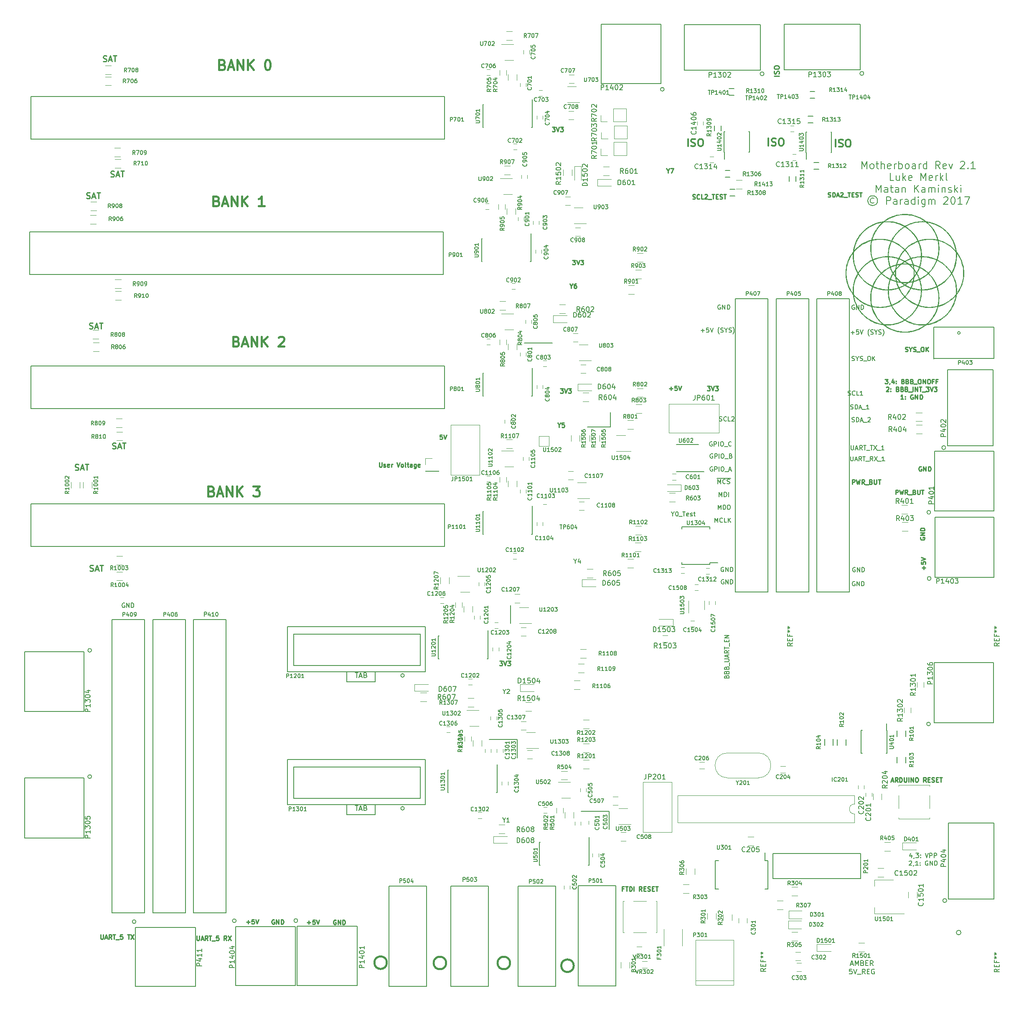
<source format=gbr>
G04 #@! TF.FileFunction,Legend,Top*
%FSLAX46Y46*%
G04 Gerber Fmt 4.6, Leading zero omitted, Abs format (unit mm)*
G04 Created by KiCad (PCBNEW 4.0.4-stable) date 08/02/17 18:58:23*
%MOMM*%
%LPD*%
G01*
G04 APERTURE LIST*
%ADD10C,0.100000*%
%ADD11C,0.200000*%
%ADD12C,0.225000*%
%ADD13C,0.150000*%
%ADD14C,0.250000*%
%ADD15C,0.300000*%
%ADD16C,0.400000*%
%ADD17C,0.120000*%
%ADD18C,0.070000*%
%ADD19C,0.010000*%
G04 APERTURE END LIST*
D10*
D11*
X160031914Y-147547299D02*
X160074771Y-147418728D01*
X160117629Y-147375871D01*
X160203343Y-147333014D01*
X160331914Y-147333014D01*
X160417629Y-147375871D01*
X160460486Y-147418728D01*
X160503343Y-147504442D01*
X160503343Y-147847299D01*
X159603343Y-147847299D01*
X159603343Y-147547299D01*
X159646200Y-147461585D01*
X159689057Y-147418728D01*
X159774771Y-147375871D01*
X159860486Y-147375871D01*
X159946200Y-147418728D01*
X159989057Y-147461585D01*
X160031914Y-147547299D01*
X160031914Y-147847299D01*
X160031914Y-146647299D02*
X160074771Y-146518728D01*
X160117629Y-146475871D01*
X160203343Y-146433014D01*
X160331914Y-146433014D01*
X160417629Y-146475871D01*
X160460486Y-146518728D01*
X160503343Y-146604442D01*
X160503343Y-146947299D01*
X159603343Y-146947299D01*
X159603343Y-146647299D01*
X159646200Y-146561585D01*
X159689057Y-146518728D01*
X159774771Y-146475871D01*
X159860486Y-146475871D01*
X159946200Y-146518728D01*
X159989057Y-146561585D01*
X160031914Y-146647299D01*
X160031914Y-146947299D01*
X160031914Y-145747299D02*
X160074771Y-145618728D01*
X160117629Y-145575871D01*
X160203343Y-145533014D01*
X160331914Y-145533014D01*
X160417629Y-145575871D01*
X160460486Y-145618728D01*
X160503343Y-145704442D01*
X160503343Y-146047299D01*
X159603343Y-146047299D01*
X159603343Y-145747299D01*
X159646200Y-145661585D01*
X159689057Y-145618728D01*
X159774771Y-145575871D01*
X159860486Y-145575871D01*
X159946200Y-145618728D01*
X159989057Y-145661585D01*
X160031914Y-145747299D01*
X160031914Y-146047299D01*
X160589057Y-145361585D02*
X160589057Y-144675871D01*
X159603343Y-144461585D02*
X160331914Y-144461585D01*
X160417629Y-144418728D01*
X160460486Y-144375871D01*
X160503343Y-144290157D01*
X160503343Y-144118728D01*
X160460486Y-144033014D01*
X160417629Y-143990157D01*
X160331914Y-143947300D01*
X159603343Y-143947300D01*
X160246200Y-143561585D02*
X160246200Y-143133014D01*
X160503343Y-143647300D02*
X159603343Y-143347300D01*
X160503343Y-143047300D01*
X160503343Y-142233014D02*
X160074771Y-142533014D01*
X160503343Y-142747299D02*
X159603343Y-142747299D01*
X159603343Y-142404442D01*
X159646200Y-142318728D01*
X159689057Y-142275871D01*
X159774771Y-142233014D01*
X159903343Y-142233014D01*
X159989057Y-142275871D01*
X160031914Y-142318728D01*
X160074771Y-142404442D01*
X160074771Y-142747299D01*
X159603343Y-141975871D02*
X159603343Y-141461585D01*
X160503343Y-141718728D02*
X159603343Y-141718728D01*
X160589057Y-141375871D02*
X160589057Y-140690157D01*
X160031914Y-140475871D02*
X160031914Y-140175871D01*
X160503343Y-140047300D02*
X160503343Y-140475871D01*
X159603343Y-140475871D01*
X159603343Y-140047300D01*
X160503343Y-139661585D02*
X159603343Y-139661585D01*
X160503343Y-139147300D01*
X159603343Y-139147300D01*
D12*
X199478986Y-104972700D02*
X199393272Y-104929843D01*
X199264701Y-104929843D01*
X199136129Y-104972700D01*
X199050415Y-105058414D01*
X199007558Y-105144129D01*
X198964701Y-105315557D01*
X198964701Y-105444129D01*
X199007558Y-105615557D01*
X199050415Y-105701271D01*
X199136129Y-105786986D01*
X199264701Y-105829843D01*
X199350415Y-105829843D01*
X199478986Y-105786986D01*
X199521843Y-105744129D01*
X199521843Y-105444129D01*
X199350415Y-105444129D01*
X199907558Y-105829843D02*
X199907558Y-104929843D01*
X200421843Y-105829843D01*
X200421843Y-104929843D01*
X200850415Y-105829843D02*
X200850415Y-104929843D01*
X201064700Y-104929843D01*
X201193272Y-104972700D01*
X201278986Y-105058414D01*
X201321843Y-105144129D01*
X201364700Y-105315557D01*
X201364700Y-105444129D01*
X201321843Y-105615557D01*
X201278986Y-105701271D01*
X201193272Y-105786986D01*
X201064700Y-105829843D01*
X200850415Y-105829843D01*
X185457658Y-108484143D02*
X185457658Y-107584143D01*
X185800515Y-107584143D01*
X185886229Y-107627000D01*
X185929086Y-107669857D01*
X185971943Y-107755571D01*
X185971943Y-107884143D01*
X185929086Y-107969857D01*
X185886229Y-108012714D01*
X185800515Y-108055571D01*
X185457658Y-108055571D01*
X186271943Y-107584143D02*
X186486229Y-108484143D01*
X186657658Y-107841286D01*
X186829086Y-108484143D01*
X187043372Y-107584143D01*
X187900514Y-108484143D02*
X187600514Y-108055571D01*
X187386229Y-108484143D02*
X187386229Y-107584143D01*
X187729086Y-107584143D01*
X187814800Y-107627000D01*
X187857657Y-107669857D01*
X187900514Y-107755571D01*
X187900514Y-107884143D01*
X187857657Y-107969857D01*
X187814800Y-108012714D01*
X187729086Y-108055571D01*
X187386229Y-108055571D01*
X188071943Y-108569857D02*
X188757657Y-108569857D01*
X189271943Y-108012714D02*
X189400514Y-108055571D01*
X189443371Y-108098429D01*
X189486228Y-108184143D01*
X189486228Y-108312714D01*
X189443371Y-108398429D01*
X189400514Y-108441286D01*
X189314800Y-108484143D01*
X188971943Y-108484143D01*
X188971943Y-107584143D01*
X189271943Y-107584143D01*
X189357657Y-107627000D01*
X189400514Y-107669857D01*
X189443371Y-107755571D01*
X189443371Y-107841286D01*
X189400514Y-107927000D01*
X189357657Y-107969857D01*
X189271943Y-108012714D01*
X188971943Y-108012714D01*
X189871943Y-107584143D02*
X189871943Y-108312714D01*
X189914800Y-108398429D01*
X189957657Y-108441286D01*
X190043371Y-108484143D01*
X190214800Y-108484143D01*
X190300514Y-108441286D01*
X190343371Y-108398429D01*
X190386228Y-108312714D01*
X190386228Y-107584143D01*
X190686228Y-107584143D02*
X191200514Y-107584143D01*
X190943371Y-108484143D02*
X190943371Y-107584143D01*
X156073614Y-88661143D02*
X156630757Y-88661143D01*
X156330757Y-89004000D01*
X156459329Y-89004000D01*
X156545043Y-89046857D01*
X156587900Y-89089714D01*
X156630757Y-89175429D01*
X156630757Y-89389714D01*
X156587900Y-89475429D01*
X156545043Y-89518286D01*
X156459329Y-89561143D01*
X156202186Y-89561143D01*
X156116472Y-89518286D01*
X156073614Y-89475429D01*
X156887900Y-88661143D02*
X157187900Y-89561143D01*
X157487900Y-88661143D01*
X157702186Y-88661143D02*
X158259329Y-88661143D01*
X157959329Y-89004000D01*
X158087901Y-89004000D01*
X158173615Y-89046857D01*
X158216472Y-89089714D01*
X158259329Y-89175429D01*
X158259329Y-89389714D01*
X158216472Y-89475429D01*
X158173615Y-89518286D01*
X158087901Y-89561143D01*
X157830758Y-89561143D01*
X157745044Y-89518286D01*
X157702186Y-89475429D01*
X148410757Y-89142086D02*
X149096471Y-89142086D01*
X148753614Y-89484943D02*
X148753614Y-88799229D01*
X149953614Y-88584943D02*
X149525043Y-88584943D01*
X149482186Y-89013514D01*
X149525043Y-88970657D01*
X149610757Y-88927800D01*
X149825043Y-88927800D01*
X149910757Y-88970657D01*
X149953614Y-89013514D01*
X149996471Y-89099229D01*
X149996471Y-89313514D01*
X149953614Y-89399229D01*
X149910757Y-89442086D01*
X149825043Y-89484943D01*
X149610757Y-89484943D01*
X149525043Y-89442086D01*
X149482186Y-89399229D01*
X150253614Y-88584943D02*
X150553614Y-89484943D01*
X150853614Y-88584943D01*
X113998514Y-144376043D02*
X114555657Y-144376043D01*
X114255657Y-144718900D01*
X114384229Y-144718900D01*
X114469943Y-144761757D01*
X114512800Y-144804614D01*
X114555657Y-144890329D01*
X114555657Y-145104614D01*
X114512800Y-145190329D01*
X114469943Y-145233186D01*
X114384229Y-145276043D01*
X114127086Y-145276043D01*
X114041372Y-145233186D01*
X113998514Y-145190329D01*
X114812800Y-144376043D02*
X115112800Y-145276043D01*
X115412800Y-144376043D01*
X115627086Y-144376043D02*
X116184229Y-144376043D01*
X115884229Y-144718900D01*
X116012801Y-144718900D01*
X116098515Y-144761757D01*
X116141372Y-144804614D01*
X116184229Y-144890329D01*
X116184229Y-145104614D01*
X116141372Y-145190329D01*
X116098515Y-145233186D01*
X116012801Y-145276043D01*
X115755658Y-145276043D01*
X115669944Y-145233186D01*
X115627086Y-145190329D01*
X124666514Y-36159343D02*
X125223657Y-36159343D01*
X124923657Y-36502200D01*
X125052229Y-36502200D01*
X125137943Y-36545057D01*
X125180800Y-36587914D01*
X125223657Y-36673629D01*
X125223657Y-36887914D01*
X125180800Y-36973629D01*
X125137943Y-37016486D01*
X125052229Y-37059343D01*
X124795086Y-37059343D01*
X124709372Y-37016486D01*
X124666514Y-36973629D01*
X125480800Y-36159343D02*
X125780800Y-37059343D01*
X126080800Y-36159343D01*
X126295086Y-36159343D02*
X126852229Y-36159343D01*
X126552229Y-36502200D01*
X126680801Y-36502200D01*
X126766515Y-36545057D01*
X126809372Y-36587914D01*
X126852229Y-36673629D01*
X126852229Y-36887914D01*
X126809372Y-36973629D01*
X126766515Y-37016486D01*
X126680801Y-37059343D01*
X126423658Y-37059343D01*
X126337944Y-37016486D01*
X126295086Y-36973629D01*
X126292114Y-89143743D02*
X126849257Y-89143743D01*
X126549257Y-89486600D01*
X126677829Y-89486600D01*
X126763543Y-89529457D01*
X126806400Y-89572314D01*
X126849257Y-89658029D01*
X126849257Y-89872314D01*
X126806400Y-89958029D01*
X126763543Y-90000886D01*
X126677829Y-90043743D01*
X126420686Y-90043743D01*
X126334972Y-90000886D01*
X126292114Y-89958029D01*
X127106400Y-89143743D02*
X127406400Y-90043743D01*
X127706400Y-89143743D01*
X127920686Y-89143743D02*
X128477829Y-89143743D01*
X128177829Y-89486600D01*
X128306401Y-89486600D01*
X128392115Y-89529457D01*
X128434972Y-89572314D01*
X128477829Y-89658029D01*
X128477829Y-89872314D01*
X128434972Y-89958029D01*
X128392115Y-90000886D01*
X128306401Y-90043743D01*
X128049258Y-90043743D01*
X127963544Y-90000886D01*
X127920686Y-89958029D01*
D13*
X187417715Y-44576571D02*
X187417715Y-43076571D01*
X187917715Y-44148000D01*
X188417715Y-43076571D01*
X188417715Y-44576571D01*
X189346287Y-44576571D02*
X189203429Y-44505143D01*
X189132001Y-44433714D01*
X189060572Y-44290857D01*
X189060572Y-43862286D01*
X189132001Y-43719429D01*
X189203429Y-43648000D01*
X189346287Y-43576571D01*
X189560572Y-43576571D01*
X189703429Y-43648000D01*
X189774858Y-43719429D01*
X189846287Y-43862286D01*
X189846287Y-44290857D01*
X189774858Y-44433714D01*
X189703429Y-44505143D01*
X189560572Y-44576571D01*
X189346287Y-44576571D01*
X190274858Y-43576571D02*
X190846287Y-43576571D01*
X190489144Y-43076571D02*
X190489144Y-44362286D01*
X190560572Y-44505143D01*
X190703430Y-44576571D01*
X190846287Y-44576571D01*
X191346287Y-44576571D02*
X191346287Y-43076571D01*
X191989144Y-44576571D02*
X191989144Y-43790857D01*
X191917715Y-43648000D01*
X191774858Y-43576571D01*
X191560573Y-43576571D01*
X191417715Y-43648000D01*
X191346287Y-43719429D01*
X193274858Y-44505143D02*
X193132001Y-44576571D01*
X192846287Y-44576571D01*
X192703430Y-44505143D01*
X192632001Y-44362286D01*
X192632001Y-43790857D01*
X192703430Y-43648000D01*
X192846287Y-43576571D01*
X193132001Y-43576571D01*
X193274858Y-43648000D01*
X193346287Y-43790857D01*
X193346287Y-43933714D01*
X192632001Y-44076571D01*
X193989144Y-44576571D02*
X193989144Y-43576571D01*
X193989144Y-43862286D02*
X194060572Y-43719429D01*
X194132001Y-43648000D01*
X194274858Y-43576571D01*
X194417715Y-43576571D01*
X194917715Y-44576571D02*
X194917715Y-43076571D01*
X194917715Y-43648000D02*
X195060572Y-43576571D01*
X195346286Y-43576571D01*
X195489143Y-43648000D01*
X195560572Y-43719429D01*
X195632001Y-43862286D01*
X195632001Y-44290857D01*
X195560572Y-44433714D01*
X195489143Y-44505143D01*
X195346286Y-44576571D01*
X195060572Y-44576571D01*
X194917715Y-44505143D01*
X196489144Y-44576571D02*
X196346286Y-44505143D01*
X196274858Y-44433714D01*
X196203429Y-44290857D01*
X196203429Y-43862286D01*
X196274858Y-43719429D01*
X196346286Y-43648000D01*
X196489144Y-43576571D01*
X196703429Y-43576571D01*
X196846286Y-43648000D01*
X196917715Y-43719429D01*
X196989144Y-43862286D01*
X196989144Y-44290857D01*
X196917715Y-44433714D01*
X196846286Y-44505143D01*
X196703429Y-44576571D01*
X196489144Y-44576571D01*
X198274858Y-44576571D02*
X198274858Y-43790857D01*
X198203429Y-43648000D01*
X198060572Y-43576571D01*
X197774858Y-43576571D01*
X197632001Y-43648000D01*
X198274858Y-44505143D02*
X198132001Y-44576571D01*
X197774858Y-44576571D01*
X197632001Y-44505143D01*
X197560572Y-44362286D01*
X197560572Y-44219429D01*
X197632001Y-44076571D01*
X197774858Y-44005143D01*
X198132001Y-44005143D01*
X198274858Y-43933714D01*
X198989144Y-44576571D02*
X198989144Y-43576571D01*
X198989144Y-43862286D02*
X199060572Y-43719429D01*
X199132001Y-43648000D01*
X199274858Y-43576571D01*
X199417715Y-43576571D01*
X200560572Y-44576571D02*
X200560572Y-43076571D01*
X200560572Y-44505143D02*
X200417715Y-44576571D01*
X200132001Y-44576571D01*
X199989143Y-44505143D01*
X199917715Y-44433714D01*
X199846286Y-44290857D01*
X199846286Y-43862286D01*
X199917715Y-43719429D01*
X199989143Y-43648000D01*
X200132001Y-43576571D01*
X200417715Y-43576571D01*
X200560572Y-43648000D01*
X203274858Y-44576571D02*
X202774858Y-43862286D01*
X202417715Y-44576571D02*
X202417715Y-43076571D01*
X202989143Y-43076571D01*
X203132001Y-43148000D01*
X203203429Y-43219429D01*
X203274858Y-43362286D01*
X203274858Y-43576571D01*
X203203429Y-43719429D01*
X203132001Y-43790857D01*
X202989143Y-43862286D01*
X202417715Y-43862286D01*
X204489143Y-44505143D02*
X204346286Y-44576571D01*
X204060572Y-44576571D01*
X203917715Y-44505143D01*
X203846286Y-44362286D01*
X203846286Y-43790857D01*
X203917715Y-43648000D01*
X204060572Y-43576571D01*
X204346286Y-43576571D01*
X204489143Y-43648000D01*
X204560572Y-43790857D01*
X204560572Y-43933714D01*
X203846286Y-44076571D01*
X205060572Y-43576571D02*
X205417715Y-44576571D01*
X205774857Y-43576571D01*
X207417714Y-43219429D02*
X207489143Y-43148000D01*
X207632000Y-43076571D01*
X207989143Y-43076571D01*
X208132000Y-43148000D01*
X208203429Y-43219429D01*
X208274857Y-43362286D01*
X208274857Y-43505143D01*
X208203429Y-43719429D01*
X207346286Y-44576571D01*
X208274857Y-44576571D01*
X208917714Y-44433714D02*
X208989142Y-44505143D01*
X208917714Y-44576571D01*
X208846285Y-44505143D01*
X208917714Y-44433714D01*
X208917714Y-44576571D01*
X210417714Y-44576571D02*
X209560571Y-44576571D01*
X209989143Y-44576571D02*
X209989143Y-43076571D01*
X209846286Y-43290857D01*
X209703428Y-43433714D01*
X209560571Y-43505143D01*
X193882001Y-46976571D02*
X193167715Y-46976571D01*
X193167715Y-45476571D01*
X195024858Y-45976571D02*
X195024858Y-46976571D01*
X194382001Y-45976571D02*
X194382001Y-46762286D01*
X194453429Y-46905143D01*
X194596287Y-46976571D01*
X194810572Y-46976571D01*
X194953429Y-46905143D01*
X195024858Y-46833714D01*
X195739144Y-46976571D02*
X195739144Y-45476571D01*
X195882001Y-46405143D02*
X196310572Y-46976571D01*
X196310572Y-45976571D02*
X195739144Y-46548000D01*
X197524858Y-46905143D02*
X197382001Y-46976571D01*
X197096287Y-46976571D01*
X196953430Y-46905143D01*
X196882001Y-46762286D01*
X196882001Y-46190857D01*
X196953430Y-46048000D01*
X197096287Y-45976571D01*
X197382001Y-45976571D01*
X197524858Y-46048000D01*
X197596287Y-46190857D01*
X197596287Y-46333714D01*
X196882001Y-46476571D01*
X199382001Y-46976571D02*
X199382001Y-45476571D01*
X199882001Y-46548000D01*
X200382001Y-45476571D01*
X200382001Y-46976571D01*
X201667715Y-46905143D02*
X201524858Y-46976571D01*
X201239144Y-46976571D01*
X201096287Y-46905143D01*
X201024858Y-46762286D01*
X201024858Y-46190857D01*
X201096287Y-46048000D01*
X201239144Y-45976571D01*
X201524858Y-45976571D01*
X201667715Y-46048000D01*
X201739144Y-46190857D01*
X201739144Y-46333714D01*
X201024858Y-46476571D01*
X202382001Y-46976571D02*
X202382001Y-45976571D01*
X202382001Y-46262286D02*
X202453429Y-46119429D01*
X202524858Y-46048000D01*
X202667715Y-45976571D01*
X202810572Y-45976571D01*
X203310572Y-46976571D02*
X203310572Y-45476571D01*
X203453429Y-46405143D02*
X203882000Y-46976571D01*
X203882000Y-45976571D02*
X203310572Y-46548000D01*
X204739144Y-46976571D02*
X204596286Y-46905143D01*
X204524858Y-46762286D01*
X204524858Y-45476571D01*
X190310571Y-49376571D02*
X190310571Y-47876571D01*
X190810571Y-48948000D01*
X191310571Y-47876571D01*
X191310571Y-49376571D01*
X192667714Y-49376571D02*
X192667714Y-48590857D01*
X192596285Y-48448000D01*
X192453428Y-48376571D01*
X192167714Y-48376571D01*
X192024857Y-48448000D01*
X192667714Y-49305143D02*
X192524857Y-49376571D01*
X192167714Y-49376571D01*
X192024857Y-49305143D01*
X191953428Y-49162286D01*
X191953428Y-49019429D01*
X192024857Y-48876571D01*
X192167714Y-48805143D01*
X192524857Y-48805143D01*
X192667714Y-48733714D01*
X193167714Y-48376571D02*
X193739143Y-48376571D01*
X193382000Y-47876571D02*
X193382000Y-49162286D01*
X193453428Y-49305143D01*
X193596286Y-49376571D01*
X193739143Y-49376571D01*
X194882000Y-49376571D02*
X194882000Y-48590857D01*
X194810571Y-48448000D01*
X194667714Y-48376571D01*
X194382000Y-48376571D01*
X194239143Y-48448000D01*
X194882000Y-49305143D02*
X194739143Y-49376571D01*
X194382000Y-49376571D01*
X194239143Y-49305143D01*
X194167714Y-49162286D01*
X194167714Y-49019429D01*
X194239143Y-48876571D01*
X194382000Y-48805143D01*
X194739143Y-48805143D01*
X194882000Y-48733714D01*
X195596286Y-48376571D02*
X195596286Y-49376571D01*
X195596286Y-48519429D02*
X195667714Y-48448000D01*
X195810572Y-48376571D01*
X196024857Y-48376571D01*
X196167714Y-48448000D01*
X196239143Y-48590857D01*
X196239143Y-49376571D01*
X198096286Y-49376571D02*
X198096286Y-47876571D01*
X198953429Y-49376571D02*
X198310572Y-48519429D01*
X198953429Y-47876571D02*
X198096286Y-48733714D01*
X200239143Y-49376571D02*
X200239143Y-48590857D01*
X200167714Y-48448000D01*
X200024857Y-48376571D01*
X199739143Y-48376571D01*
X199596286Y-48448000D01*
X200239143Y-49305143D02*
X200096286Y-49376571D01*
X199739143Y-49376571D01*
X199596286Y-49305143D01*
X199524857Y-49162286D01*
X199524857Y-49019429D01*
X199596286Y-48876571D01*
X199739143Y-48805143D01*
X200096286Y-48805143D01*
X200239143Y-48733714D01*
X200953429Y-49376571D02*
X200953429Y-48376571D01*
X200953429Y-48519429D02*
X201024857Y-48448000D01*
X201167715Y-48376571D01*
X201382000Y-48376571D01*
X201524857Y-48448000D01*
X201596286Y-48590857D01*
X201596286Y-49376571D01*
X201596286Y-48590857D02*
X201667715Y-48448000D01*
X201810572Y-48376571D01*
X202024857Y-48376571D01*
X202167715Y-48448000D01*
X202239143Y-48590857D01*
X202239143Y-49376571D01*
X202953429Y-49376571D02*
X202953429Y-48376571D01*
X202953429Y-47876571D02*
X202882000Y-47948000D01*
X202953429Y-48019429D01*
X203024857Y-47948000D01*
X202953429Y-47876571D01*
X202953429Y-48019429D01*
X203667715Y-48376571D02*
X203667715Y-49376571D01*
X203667715Y-48519429D02*
X203739143Y-48448000D01*
X203882001Y-48376571D01*
X204096286Y-48376571D01*
X204239143Y-48448000D01*
X204310572Y-48590857D01*
X204310572Y-49376571D01*
X204953429Y-49305143D02*
X205096286Y-49376571D01*
X205382001Y-49376571D01*
X205524858Y-49305143D01*
X205596286Y-49162286D01*
X205596286Y-49090857D01*
X205524858Y-48948000D01*
X205382001Y-48876571D01*
X205167715Y-48876571D01*
X205024858Y-48805143D01*
X204953429Y-48662286D01*
X204953429Y-48590857D01*
X205024858Y-48448000D01*
X205167715Y-48376571D01*
X205382001Y-48376571D01*
X205524858Y-48448000D01*
X206239144Y-49376571D02*
X206239144Y-47876571D01*
X206382001Y-48805143D02*
X206810572Y-49376571D01*
X206810572Y-48376571D02*
X206239144Y-48948000D01*
X207453430Y-49376571D02*
X207453430Y-48376571D01*
X207453430Y-47876571D02*
X207382001Y-47948000D01*
X207453430Y-48019429D01*
X207524858Y-47948000D01*
X207453430Y-47876571D01*
X207453430Y-48019429D01*
X189882001Y-50633714D02*
X189739143Y-50562286D01*
X189453429Y-50562286D01*
X189310572Y-50633714D01*
X189167715Y-50776571D01*
X189096286Y-50919429D01*
X189096286Y-51205143D01*
X189167715Y-51348000D01*
X189310572Y-51490857D01*
X189453429Y-51562286D01*
X189739143Y-51562286D01*
X189882001Y-51490857D01*
X189596286Y-50062286D02*
X189239143Y-50133714D01*
X188882001Y-50348000D01*
X188667715Y-50705143D01*
X188596286Y-51062286D01*
X188667715Y-51419429D01*
X188882001Y-51776571D01*
X189239143Y-51990857D01*
X189596286Y-52062286D01*
X189953429Y-51990857D01*
X190310572Y-51776571D01*
X190524858Y-51419429D01*
X190596286Y-51062286D01*
X190524858Y-50705143D01*
X190310572Y-50348000D01*
X189953429Y-50133714D01*
X189596286Y-50062286D01*
X192382001Y-51776571D02*
X192382001Y-50276571D01*
X192953429Y-50276571D01*
X193096287Y-50348000D01*
X193167715Y-50419429D01*
X193239144Y-50562286D01*
X193239144Y-50776571D01*
X193167715Y-50919429D01*
X193096287Y-50990857D01*
X192953429Y-51062286D01*
X192382001Y-51062286D01*
X194524858Y-51776571D02*
X194524858Y-50990857D01*
X194453429Y-50848000D01*
X194310572Y-50776571D01*
X194024858Y-50776571D01*
X193882001Y-50848000D01*
X194524858Y-51705143D02*
X194382001Y-51776571D01*
X194024858Y-51776571D01*
X193882001Y-51705143D01*
X193810572Y-51562286D01*
X193810572Y-51419429D01*
X193882001Y-51276571D01*
X194024858Y-51205143D01*
X194382001Y-51205143D01*
X194524858Y-51133714D01*
X195239144Y-51776571D02*
X195239144Y-50776571D01*
X195239144Y-51062286D02*
X195310572Y-50919429D01*
X195382001Y-50848000D01*
X195524858Y-50776571D01*
X195667715Y-50776571D01*
X196810572Y-51776571D02*
X196810572Y-50990857D01*
X196739143Y-50848000D01*
X196596286Y-50776571D01*
X196310572Y-50776571D01*
X196167715Y-50848000D01*
X196810572Y-51705143D02*
X196667715Y-51776571D01*
X196310572Y-51776571D01*
X196167715Y-51705143D01*
X196096286Y-51562286D01*
X196096286Y-51419429D01*
X196167715Y-51276571D01*
X196310572Y-51205143D01*
X196667715Y-51205143D01*
X196810572Y-51133714D01*
X198167715Y-51776571D02*
X198167715Y-50276571D01*
X198167715Y-51705143D02*
X198024858Y-51776571D01*
X197739144Y-51776571D01*
X197596286Y-51705143D01*
X197524858Y-51633714D01*
X197453429Y-51490857D01*
X197453429Y-51062286D01*
X197524858Y-50919429D01*
X197596286Y-50848000D01*
X197739144Y-50776571D01*
X198024858Y-50776571D01*
X198167715Y-50848000D01*
X198882001Y-51776571D02*
X198882001Y-50776571D01*
X198882001Y-50276571D02*
X198810572Y-50348000D01*
X198882001Y-50419429D01*
X198953429Y-50348000D01*
X198882001Y-50276571D01*
X198882001Y-50419429D01*
X200239144Y-50776571D02*
X200239144Y-51990857D01*
X200167715Y-52133714D01*
X200096287Y-52205143D01*
X199953430Y-52276571D01*
X199739144Y-52276571D01*
X199596287Y-52205143D01*
X200239144Y-51705143D02*
X200096287Y-51776571D01*
X199810573Y-51776571D01*
X199667715Y-51705143D01*
X199596287Y-51633714D01*
X199524858Y-51490857D01*
X199524858Y-51062286D01*
X199596287Y-50919429D01*
X199667715Y-50848000D01*
X199810573Y-50776571D01*
X200096287Y-50776571D01*
X200239144Y-50848000D01*
X200953430Y-51776571D02*
X200953430Y-50776571D01*
X200953430Y-50919429D02*
X201024858Y-50848000D01*
X201167716Y-50776571D01*
X201382001Y-50776571D01*
X201524858Y-50848000D01*
X201596287Y-50990857D01*
X201596287Y-51776571D01*
X201596287Y-50990857D02*
X201667716Y-50848000D01*
X201810573Y-50776571D01*
X202024858Y-50776571D01*
X202167716Y-50848000D01*
X202239144Y-50990857D01*
X202239144Y-51776571D01*
X204024858Y-50419429D02*
X204096287Y-50348000D01*
X204239144Y-50276571D01*
X204596287Y-50276571D01*
X204739144Y-50348000D01*
X204810573Y-50419429D01*
X204882001Y-50562286D01*
X204882001Y-50705143D01*
X204810573Y-50919429D01*
X203953430Y-51776571D01*
X204882001Y-51776571D01*
X205810572Y-50276571D02*
X205953429Y-50276571D01*
X206096286Y-50348000D01*
X206167715Y-50419429D01*
X206239144Y-50562286D01*
X206310572Y-50848000D01*
X206310572Y-51205143D01*
X206239144Y-51490857D01*
X206167715Y-51633714D01*
X206096286Y-51705143D01*
X205953429Y-51776571D01*
X205810572Y-51776571D01*
X205667715Y-51705143D01*
X205596286Y-51633714D01*
X205524858Y-51490857D01*
X205453429Y-51205143D01*
X205453429Y-50848000D01*
X205524858Y-50562286D01*
X205596286Y-50419429D01*
X205667715Y-50348000D01*
X205810572Y-50276571D01*
X207739143Y-51776571D02*
X206882000Y-51776571D01*
X207310572Y-51776571D02*
X207310572Y-50276571D01*
X207167715Y-50490857D01*
X207024857Y-50633714D01*
X206882000Y-50705143D01*
X208239143Y-50276571D02*
X209239143Y-50276571D01*
X208596286Y-51776571D01*
D12*
X194246058Y-110566943D02*
X194246058Y-109666943D01*
X194588915Y-109666943D01*
X194674629Y-109709800D01*
X194717486Y-109752657D01*
X194760343Y-109838371D01*
X194760343Y-109966943D01*
X194717486Y-110052657D01*
X194674629Y-110095514D01*
X194588915Y-110138371D01*
X194246058Y-110138371D01*
X195060343Y-109666943D02*
X195274629Y-110566943D01*
X195446058Y-109924086D01*
X195617486Y-110566943D01*
X195831772Y-109666943D01*
X196688914Y-110566943D02*
X196388914Y-110138371D01*
X196174629Y-110566943D02*
X196174629Y-109666943D01*
X196517486Y-109666943D01*
X196603200Y-109709800D01*
X196646057Y-109752657D01*
X196688914Y-109838371D01*
X196688914Y-109966943D01*
X196646057Y-110052657D01*
X196603200Y-110095514D01*
X196517486Y-110138371D01*
X196174629Y-110138371D01*
X196860343Y-110652657D02*
X197546057Y-110652657D01*
X198060343Y-110095514D02*
X198188914Y-110138371D01*
X198231771Y-110181229D01*
X198274628Y-110266943D01*
X198274628Y-110395514D01*
X198231771Y-110481229D01*
X198188914Y-110524086D01*
X198103200Y-110566943D01*
X197760343Y-110566943D01*
X197760343Y-109666943D01*
X198060343Y-109666943D01*
X198146057Y-109709800D01*
X198188914Y-109752657D01*
X198231771Y-109838371D01*
X198231771Y-109924086D01*
X198188914Y-110009800D01*
X198146057Y-110052657D01*
X198060343Y-110095514D01*
X197760343Y-110095514D01*
X198660343Y-109666943D02*
X198660343Y-110395514D01*
X198703200Y-110481229D01*
X198746057Y-110524086D01*
X198831771Y-110566943D01*
X199003200Y-110566943D01*
X199088914Y-110524086D01*
X199131771Y-110481229D01*
X199174628Y-110395514D01*
X199174628Y-109666943D01*
X199474628Y-109666943D02*
X199988914Y-109666943D01*
X199731771Y-110566943D02*
X199731771Y-109666943D01*
X196216086Y-81568086D02*
X196344657Y-81610943D01*
X196558943Y-81610943D01*
X196644657Y-81568086D01*
X196687514Y-81525229D01*
X196730371Y-81439514D01*
X196730371Y-81353800D01*
X196687514Y-81268086D01*
X196644657Y-81225229D01*
X196558943Y-81182371D01*
X196387514Y-81139514D01*
X196301800Y-81096657D01*
X196258943Y-81053800D01*
X196216086Y-80968086D01*
X196216086Y-80882371D01*
X196258943Y-80796657D01*
X196301800Y-80753800D01*
X196387514Y-80710943D01*
X196601800Y-80710943D01*
X196730371Y-80753800D01*
X197287514Y-81182371D02*
X197287514Y-81610943D01*
X196987514Y-80710943D02*
X197287514Y-81182371D01*
X197587514Y-80710943D01*
X197844658Y-81568086D02*
X197973229Y-81610943D01*
X198187515Y-81610943D01*
X198273229Y-81568086D01*
X198316086Y-81525229D01*
X198358943Y-81439514D01*
X198358943Y-81353800D01*
X198316086Y-81268086D01*
X198273229Y-81225229D01*
X198187515Y-81182371D01*
X198016086Y-81139514D01*
X197930372Y-81096657D01*
X197887515Y-81053800D01*
X197844658Y-80968086D01*
X197844658Y-80882371D01*
X197887515Y-80796657D01*
X197930372Y-80753800D01*
X198016086Y-80710943D01*
X198230372Y-80710943D01*
X198358943Y-80753800D01*
X198530372Y-81696657D02*
X199216086Y-81696657D01*
X199601800Y-80710943D02*
X199773229Y-80710943D01*
X199858943Y-80753800D01*
X199944657Y-80839514D01*
X199987515Y-81010943D01*
X199987515Y-81310943D01*
X199944657Y-81482371D01*
X199858943Y-81568086D01*
X199773229Y-81610943D01*
X199601800Y-81610943D01*
X199516086Y-81568086D01*
X199430372Y-81482371D01*
X199387515Y-81310943D01*
X199387515Y-81010943D01*
X199430372Y-80839514D01*
X199516086Y-80753800D01*
X199601800Y-80710943D01*
X200373229Y-81610943D02*
X200373229Y-80710943D01*
X200887514Y-81610943D02*
X200501800Y-81096657D01*
X200887514Y-80710943D02*
X200373229Y-81225229D01*
X199308300Y-119291014D02*
X199265443Y-119376728D01*
X199265443Y-119505299D01*
X199308300Y-119633871D01*
X199394014Y-119719585D01*
X199479729Y-119762442D01*
X199651157Y-119805299D01*
X199779729Y-119805299D01*
X199951157Y-119762442D01*
X200036871Y-119719585D01*
X200122586Y-119633871D01*
X200165443Y-119505299D01*
X200165443Y-119419585D01*
X200122586Y-119291014D01*
X200079729Y-119248157D01*
X199779729Y-119248157D01*
X199779729Y-119419585D01*
X200165443Y-118862442D02*
X199265443Y-118862442D01*
X200165443Y-118348157D01*
X199265443Y-118348157D01*
X200165443Y-117919585D02*
X199265443Y-117919585D01*
X199265443Y-117705300D01*
X199308300Y-117576728D01*
X199394014Y-117491014D01*
X199479729Y-117448157D01*
X199651157Y-117405300D01*
X199779729Y-117405300D01*
X199951157Y-117448157D01*
X200036871Y-117491014D01*
X200122586Y-117576728D01*
X200165443Y-117705300D01*
X200165443Y-117919585D01*
X199987686Y-125794943D02*
X199987686Y-125109229D01*
X200330543Y-125452086D02*
X199644829Y-125452086D01*
X199430543Y-124252086D02*
X199430543Y-124680657D01*
X199859114Y-124723514D01*
X199816257Y-124680657D01*
X199773400Y-124594943D01*
X199773400Y-124380657D01*
X199816257Y-124294943D01*
X199859114Y-124252086D01*
X199944829Y-124209229D01*
X200159114Y-124209229D01*
X200244829Y-124252086D01*
X200287686Y-124294943D01*
X200330543Y-124380657D01*
X200330543Y-124594943D01*
X200287686Y-124680657D01*
X200244829Y-124723514D01*
X199430543Y-123952086D02*
X200330543Y-123652086D01*
X199430543Y-123352086D01*
D14*
X30969114Y-126063314D02*
X31140543Y-126120457D01*
X31426257Y-126120457D01*
X31540543Y-126063314D01*
X31597686Y-126006171D01*
X31654829Y-125891886D01*
X31654829Y-125777600D01*
X31597686Y-125663314D01*
X31540543Y-125606171D01*
X31426257Y-125549029D01*
X31197686Y-125491886D01*
X31083400Y-125434743D01*
X31026257Y-125377600D01*
X30969114Y-125263314D01*
X30969114Y-125149029D01*
X31026257Y-125034743D01*
X31083400Y-124977600D01*
X31197686Y-124920457D01*
X31483400Y-124920457D01*
X31654829Y-124977600D01*
X32111971Y-125777600D02*
X32683400Y-125777600D01*
X31997686Y-126120457D02*
X32397686Y-124920457D01*
X32797686Y-126120457D01*
X33026257Y-124920457D02*
X33711971Y-124920457D01*
X33369114Y-126120457D02*
X33369114Y-124920457D01*
X35541114Y-101272914D02*
X35712543Y-101330057D01*
X35998257Y-101330057D01*
X36112543Y-101272914D01*
X36169686Y-101215771D01*
X36226829Y-101101486D01*
X36226829Y-100987200D01*
X36169686Y-100872914D01*
X36112543Y-100815771D01*
X35998257Y-100758629D01*
X35769686Y-100701486D01*
X35655400Y-100644343D01*
X35598257Y-100587200D01*
X35541114Y-100472914D01*
X35541114Y-100358629D01*
X35598257Y-100244343D01*
X35655400Y-100187200D01*
X35769686Y-100130057D01*
X36055400Y-100130057D01*
X36226829Y-100187200D01*
X36683971Y-100987200D02*
X37255400Y-100987200D01*
X36569686Y-101330057D02*
X36969686Y-100130057D01*
X37369686Y-101330057D01*
X37598257Y-100130057D02*
X38283971Y-100130057D01*
X37941114Y-101330057D02*
X37941114Y-100130057D01*
X33661514Y-22812314D02*
X33832943Y-22869457D01*
X34118657Y-22869457D01*
X34232943Y-22812314D01*
X34290086Y-22755171D01*
X34347229Y-22640886D01*
X34347229Y-22526600D01*
X34290086Y-22412314D01*
X34232943Y-22355171D01*
X34118657Y-22298029D01*
X33890086Y-22240886D01*
X33775800Y-22183743D01*
X33718657Y-22126600D01*
X33661514Y-22012314D01*
X33661514Y-21898029D01*
X33718657Y-21783743D01*
X33775800Y-21726600D01*
X33890086Y-21669457D01*
X34175800Y-21669457D01*
X34347229Y-21726600D01*
X34804371Y-22526600D02*
X35375800Y-22526600D01*
X34690086Y-22869457D02*
X35090086Y-21669457D01*
X35490086Y-22869457D01*
X35718657Y-21669457D02*
X36404371Y-21669457D01*
X36061514Y-22869457D02*
X36061514Y-21669457D01*
X35185514Y-46180314D02*
X35356943Y-46237457D01*
X35642657Y-46237457D01*
X35756943Y-46180314D01*
X35814086Y-46123171D01*
X35871229Y-46008886D01*
X35871229Y-45894600D01*
X35814086Y-45780314D01*
X35756943Y-45723171D01*
X35642657Y-45666029D01*
X35414086Y-45608886D01*
X35299800Y-45551743D01*
X35242657Y-45494600D01*
X35185514Y-45380314D01*
X35185514Y-45266029D01*
X35242657Y-45151743D01*
X35299800Y-45094600D01*
X35414086Y-45037457D01*
X35699800Y-45037457D01*
X35871229Y-45094600D01*
X36328371Y-45894600D02*
X36899800Y-45894600D01*
X36214086Y-46237457D02*
X36614086Y-45037457D01*
X37014086Y-46237457D01*
X37242657Y-45037457D02*
X37928371Y-45037457D01*
X37585514Y-46237457D02*
X37585514Y-45037457D01*
D12*
X52629229Y-200040143D02*
X52629229Y-200768714D01*
X52672086Y-200854429D01*
X52714943Y-200897286D01*
X52800657Y-200940143D01*
X52972086Y-200940143D01*
X53057800Y-200897286D01*
X53100657Y-200854429D01*
X53143514Y-200768714D01*
X53143514Y-200040143D01*
X53529229Y-200683000D02*
X53957800Y-200683000D01*
X53443514Y-200940143D02*
X53743514Y-200040143D01*
X54043514Y-200940143D01*
X54857800Y-200940143D02*
X54557800Y-200511571D01*
X54343515Y-200940143D02*
X54343515Y-200040143D01*
X54686372Y-200040143D01*
X54772086Y-200083000D01*
X54814943Y-200125857D01*
X54857800Y-200211571D01*
X54857800Y-200340143D01*
X54814943Y-200425857D01*
X54772086Y-200468714D01*
X54686372Y-200511571D01*
X54343515Y-200511571D01*
X55114943Y-200040143D02*
X55629229Y-200040143D01*
X55372086Y-200940143D02*
X55372086Y-200040143D01*
X55714943Y-201025857D02*
X56400657Y-201025857D01*
X57043514Y-200040143D02*
X56614943Y-200040143D01*
X56572086Y-200468714D01*
X56614943Y-200425857D01*
X56700657Y-200383000D01*
X56914943Y-200383000D01*
X57000657Y-200425857D01*
X57043514Y-200468714D01*
X57086371Y-200554429D01*
X57086371Y-200768714D01*
X57043514Y-200854429D01*
X57000657Y-200897286D01*
X56914943Y-200940143D01*
X56700657Y-200940143D01*
X56614943Y-200897286D01*
X56572086Y-200854429D01*
X58672085Y-200940143D02*
X58372085Y-200511571D01*
X58157800Y-200940143D02*
X58157800Y-200040143D01*
X58500657Y-200040143D01*
X58586371Y-200083000D01*
X58629228Y-200125857D01*
X58672085Y-200211571D01*
X58672085Y-200340143D01*
X58629228Y-200425857D01*
X58586371Y-200468714D01*
X58500657Y-200511571D01*
X58157800Y-200511571D01*
X58972085Y-200040143D02*
X59572085Y-200940143D01*
X59572085Y-200040143D02*
X58972085Y-200940143D01*
X33152972Y-199811543D02*
X33152972Y-200540114D01*
X33195829Y-200625829D01*
X33238686Y-200668686D01*
X33324400Y-200711543D01*
X33495829Y-200711543D01*
X33581543Y-200668686D01*
X33624400Y-200625829D01*
X33667257Y-200540114D01*
X33667257Y-199811543D01*
X34052972Y-200454400D02*
X34481543Y-200454400D01*
X33967257Y-200711543D02*
X34267257Y-199811543D01*
X34567257Y-200711543D01*
X35381543Y-200711543D02*
X35081543Y-200282971D01*
X34867258Y-200711543D02*
X34867258Y-199811543D01*
X35210115Y-199811543D01*
X35295829Y-199854400D01*
X35338686Y-199897257D01*
X35381543Y-199982971D01*
X35381543Y-200111543D01*
X35338686Y-200197257D01*
X35295829Y-200240114D01*
X35210115Y-200282971D01*
X34867258Y-200282971D01*
X35638686Y-199811543D02*
X36152972Y-199811543D01*
X35895829Y-200711543D02*
X35895829Y-199811543D01*
X36238686Y-200797257D02*
X36924400Y-200797257D01*
X37567257Y-199811543D02*
X37138686Y-199811543D01*
X37095829Y-200240114D01*
X37138686Y-200197257D01*
X37224400Y-200154400D01*
X37438686Y-200154400D01*
X37524400Y-200197257D01*
X37567257Y-200240114D01*
X37610114Y-200325829D01*
X37610114Y-200540114D01*
X37567257Y-200625829D01*
X37524400Y-200668686D01*
X37438686Y-200711543D01*
X37224400Y-200711543D01*
X37138686Y-200668686D01*
X37095829Y-200625829D01*
X38552971Y-199811543D02*
X39067257Y-199811543D01*
X38810114Y-200711543D02*
X38810114Y-199811543D01*
X39281542Y-199811543D02*
X39881542Y-200711543D01*
X39881542Y-199811543D02*
X39281542Y-200711543D01*
X80822886Y-196882600D02*
X80737172Y-196839743D01*
X80608601Y-196839743D01*
X80480029Y-196882600D01*
X80394315Y-196968314D01*
X80351458Y-197054029D01*
X80308601Y-197225457D01*
X80308601Y-197354029D01*
X80351458Y-197525457D01*
X80394315Y-197611171D01*
X80480029Y-197696886D01*
X80608601Y-197739743D01*
X80694315Y-197739743D01*
X80822886Y-197696886D01*
X80865743Y-197654029D01*
X80865743Y-197354029D01*
X80694315Y-197354029D01*
X81251458Y-197739743D02*
X81251458Y-196839743D01*
X81765743Y-197739743D01*
X81765743Y-196839743D01*
X82194315Y-197739743D02*
X82194315Y-196839743D01*
X82408600Y-196839743D01*
X82537172Y-196882600D01*
X82622886Y-196968314D01*
X82665743Y-197054029D01*
X82708600Y-197225457D01*
X82708600Y-197354029D01*
X82665743Y-197525457D01*
X82622886Y-197611171D01*
X82537172Y-197696886D01*
X82408600Y-197739743D01*
X82194315Y-197739743D01*
X68326086Y-196806400D02*
X68240372Y-196763543D01*
X68111801Y-196763543D01*
X67983229Y-196806400D01*
X67897515Y-196892114D01*
X67854658Y-196977829D01*
X67811801Y-197149257D01*
X67811801Y-197277829D01*
X67854658Y-197449257D01*
X67897515Y-197534971D01*
X67983229Y-197620686D01*
X68111801Y-197663543D01*
X68197515Y-197663543D01*
X68326086Y-197620686D01*
X68368943Y-197577829D01*
X68368943Y-197277829D01*
X68197515Y-197277829D01*
X68754658Y-197663543D02*
X68754658Y-196763543D01*
X69268943Y-197663543D01*
X69268943Y-196763543D01*
X69697515Y-197663543D02*
X69697515Y-196763543D01*
X69911800Y-196763543D01*
X70040372Y-196806400D01*
X70126086Y-196892114D01*
X70168943Y-196977829D01*
X70211800Y-197149257D01*
X70211800Y-197277829D01*
X70168943Y-197449257D01*
X70126086Y-197534971D01*
X70040372Y-197620686D01*
X69911800Y-197663543D01*
X69697515Y-197663543D01*
X75017457Y-197346086D02*
X75703171Y-197346086D01*
X75360314Y-197688943D02*
X75360314Y-197003229D01*
X76560314Y-196788943D02*
X76131743Y-196788943D01*
X76088886Y-197217514D01*
X76131743Y-197174657D01*
X76217457Y-197131800D01*
X76431743Y-197131800D01*
X76517457Y-197174657D01*
X76560314Y-197217514D01*
X76603171Y-197303229D01*
X76603171Y-197517514D01*
X76560314Y-197603229D01*
X76517457Y-197646086D01*
X76431743Y-197688943D01*
X76217457Y-197688943D01*
X76131743Y-197646086D01*
X76088886Y-197603229D01*
X76860314Y-196788943D02*
X77160314Y-197688943D01*
X77460314Y-196788943D01*
X62698457Y-197269886D02*
X63384171Y-197269886D01*
X63041314Y-197612743D02*
X63041314Y-196927029D01*
X64241314Y-196712743D02*
X63812743Y-196712743D01*
X63769886Y-197141314D01*
X63812743Y-197098457D01*
X63898457Y-197055600D01*
X64112743Y-197055600D01*
X64198457Y-197098457D01*
X64241314Y-197141314D01*
X64284171Y-197227029D01*
X64284171Y-197441314D01*
X64241314Y-197527029D01*
X64198457Y-197569886D01*
X64112743Y-197612743D01*
X63898457Y-197612743D01*
X63812743Y-197569886D01*
X63769886Y-197527029D01*
X64541314Y-196712743D02*
X64841314Y-197612743D01*
X65141314Y-196712743D01*
X193354172Y-168628200D02*
X193782743Y-168628200D01*
X193268457Y-168885343D02*
X193568457Y-167985343D01*
X193868457Y-168885343D01*
X194682743Y-168885343D02*
X194382743Y-168456771D01*
X194168458Y-168885343D02*
X194168458Y-167985343D01*
X194511315Y-167985343D01*
X194597029Y-168028200D01*
X194639886Y-168071057D01*
X194682743Y-168156771D01*
X194682743Y-168285343D01*
X194639886Y-168371057D01*
X194597029Y-168413914D01*
X194511315Y-168456771D01*
X194168458Y-168456771D01*
X195068458Y-168885343D02*
X195068458Y-167985343D01*
X195282743Y-167985343D01*
X195411315Y-168028200D01*
X195497029Y-168113914D01*
X195539886Y-168199629D01*
X195582743Y-168371057D01*
X195582743Y-168499629D01*
X195539886Y-168671057D01*
X195497029Y-168756771D01*
X195411315Y-168842486D01*
X195282743Y-168885343D01*
X195068458Y-168885343D01*
X195968458Y-167985343D02*
X195968458Y-168713914D01*
X196011315Y-168799629D01*
X196054172Y-168842486D01*
X196139886Y-168885343D01*
X196311315Y-168885343D01*
X196397029Y-168842486D01*
X196439886Y-168799629D01*
X196482743Y-168713914D01*
X196482743Y-167985343D01*
X196911315Y-168885343D02*
X196911315Y-167985343D01*
X197339886Y-168885343D02*
X197339886Y-167985343D01*
X197854171Y-168885343D01*
X197854171Y-167985343D01*
X198454171Y-167985343D02*
X198625600Y-167985343D01*
X198711314Y-168028200D01*
X198797028Y-168113914D01*
X198839886Y-168285343D01*
X198839886Y-168585343D01*
X198797028Y-168756771D01*
X198711314Y-168842486D01*
X198625600Y-168885343D01*
X198454171Y-168885343D01*
X198368457Y-168842486D01*
X198282743Y-168756771D01*
X198239886Y-168585343D01*
X198239886Y-168285343D01*
X198282743Y-168113914D01*
X198368457Y-168028200D01*
X198454171Y-167985343D01*
X200425599Y-168885343D02*
X200125599Y-168456771D01*
X199911314Y-168885343D02*
X199911314Y-167985343D01*
X200254171Y-167985343D01*
X200339885Y-168028200D01*
X200382742Y-168071057D01*
X200425599Y-168156771D01*
X200425599Y-168285343D01*
X200382742Y-168371057D01*
X200339885Y-168413914D01*
X200254171Y-168456771D01*
X199911314Y-168456771D01*
X200811314Y-168413914D02*
X201111314Y-168413914D01*
X201239885Y-168885343D02*
X200811314Y-168885343D01*
X200811314Y-167985343D01*
X201239885Y-167985343D01*
X201582743Y-168842486D02*
X201711314Y-168885343D01*
X201925600Y-168885343D01*
X202011314Y-168842486D01*
X202054171Y-168799629D01*
X202097028Y-168713914D01*
X202097028Y-168628200D01*
X202054171Y-168542486D01*
X202011314Y-168499629D01*
X201925600Y-168456771D01*
X201754171Y-168413914D01*
X201668457Y-168371057D01*
X201625600Y-168328200D01*
X201582743Y-168242486D01*
X201582743Y-168156771D01*
X201625600Y-168071057D01*
X201668457Y-168028200D01*
X201754171Y-167985343D01*
X201968457Y-167985343D01*
X202097028Y-168028200D01*
X202482743Y-168413914D02*
X202782743Y-168413914D01*
X202911314Y-168885343D02*
X202482743Y-168885343D01*
X202482743Y-167985343D01*
X202911314Y-167985343D01*
X203168457Y-167985343D02*
X203682743Y-167985343D01*
X203425600Y-168885343D02*
X203425600Y-167985343D01*
X139160658Y-190486514D02*
X138860658Y-190486514D01*
X138860658Y-190957943D02*
X138860658Y-190057943D01*
X139289229Y-190057943D01*
X139503515Y-190057943D02*
X140017801Y-190057943D01*
X139760658Y-190957943D02*
X139760658Y-190057943D01*
X140317801Y-190957943D02*
X140317801Y-190057943D01*
X140532086Y-190057943D01*
X140660658Y-190100800D01*
X140746372Y-190186514D01*
X140789229Y-190272229D01*
X140832086Y-190443657D01*
X140832086Y-190572229D01*
X140789229Y-190743657D01*
X140746372Y-190829371D01*
X140660658Y-190915086D01*
X140532086Y-190957943D01*
X140317801Y-190957943D01*
X141217801Y-190957943D02*
X141217801Y-190057943D01*
X142846371Y-190957943D02*
X142546371Y-190529371D01*
X142332086Y-190957943D02*
X142332086Y-190057943D01*
X142674943Y-190057943D01*
X142760657Y-190100800D01*
X142803514Y-190143657D01*
X142846371Y-190229371D01*
X142846371Y-190357943D01*
X142803514Y-190443657D01*
X142760657Y-190486514D01*
X142674943Y-190529371D01*
X142332086Y-190529371D01*
X143232086Y-190486514D02*
X143532086Y-190486514D01*
X143660657Y-190957943D02*
X143232086Y-190957943D01*
X143232086Y-190057943D01*
X143660657Y-190057943D01*
X144003515Y-190915086D02*
X144132086Y-190957943D01*
X144346372Y-190957943D01*
X144432086Y-190915086D01*
X144474943Y-190872229D01*
X144517800Y-190786514D01*
X144517800Y-190700800D01*
X144474943Y-190615086D01*
X144432086Y-190572229D01*
X144346372Y-190529371D01*
X144174943Y-190486514D01*
X144089229Y-190443657D01*
X144046372Y-190400800D01*
X144003515Y-190315086D01*
X144003515Y-190229371D01*
X144046372Y-190143657D01*
X144089229Y-190100800D01*
X144174943Y-190057943D01*
X144389229Y-190057943D01*
X144517800Y-190100800D01*
X144903515Y-190486514D02*
X145203515Y-190486514D01*
X145332086Y-190957943D02*
X144903515Y-190957943D01*
X144903515Y-190057943D01*
X145332086Y-190057943D01*
X145589229Y-190057943D02*
X146103515Y-190057943D01*
X145846372Y-190957943D02*
X145846372Y-190057943D01*
D11*
X158265172Y-113640343D02*
X158265172Y-112740343D01*
X158565172Y-113383200D01*
X158865172Y-112740343D01*
X158865172Y-113640343D01*
X159293743Y-113640343D02*
X159293743Y-112740343D01*
X159508028Y-112740343D01*
X159636600Y-112783200D01*
X159722314Y-112868914D01*
X159765171Y-112954629D01*
X159808028Y-113126057D01*
X159808028Y-113254629D01*
X159765171Y-113426057D01*
X159722314Y-113511771D01*
X159636600Y-113597486D01*
X159508028Y-113640343D01*
X159293743Y-113640343D01*
X160365171Y-112740343D02*
X160536600Y-112740343D01*
X160622314Y-112783200D01*
X160708028Y-112868914D01*
X160750886Y-113040343D01*
X160750886Y-113340343D01*
X160708028Y-113511771D01*
X160622314Y-113597486D01*
X160536600Y-113640343D01*
X160365171Y-113640343D01*
X160279457Y-113597486D01*
X160193743Y-113511771D01*
X160150886Y-113340343D01*
X160150886Y-113040343D01*
X160193743Y-112868914D01*
X160279457Y-112783200D01*
X160365171Y-112740343D01*
D14*
X30308714Y-50549114D02*
X30480143Y-50606257D01*
X30765857Y-50606257D01*
X30880143Y-50549114D01*
X30937286Y-50491971D01*
X30994429Y-50377686D01*
X30994429Y-50263400D01*
X30937286Y-50149114D01*
X30880143Y-50091971D01*
X30765857Y-50034829D01*
X30537286Y-49977686D01*
X30423000Y-49920543D01*
X30365857Y-49863400D01*
X30308714Y-49749114D01*
X30308714Y-49634829D01*
X30365857Y-49520543D01*
X30423000Y-49463400D01*
X30537286Y-49406257D01*
X30823000Y-49406257D01*
X30994429Y-49463400D01*
X31451571Y-50263400D02*
X32023000Y-50263400D01*
X31337286Y-50606257D02*
X31737286Y-49406257D01*
X32137286Y-50606257D01*
X32365857Y-49406257D02*
X33051571Y-49406257D01*
X32708714Y-50606257D02*
X32708714Y-49406257D01*
X30867514Y-76939714D02*
X31038943Y-76996857D01*
X31324657Y-76996857D01*
X31438943Y-76939714D01*
X31496086Y-76882571D01*
X31553229Y-76768286D01*
X31553229Y-76654000D01*
X31496086Y-76539714D01*
X31438943Y-76482571D01*
X31324657Y-76425429D01*
X31096086Y-76368286D01*
X30981800Y-76311143D01*
X30924657Y-76254000D01*
X30867514Y-76139714D01*
X30867514Y-76025429D01*
X30924657Y-75911143D01*
X30981800Y-75854000D01*
X31096086Y-75796857D01*
X31381800Y-75796857D01*
X31553229Y-75854000D01*
X32010371Y-76654000D02*
X32581800Y-76654000D01*
X31896086Y-76996857D02*
X32296086Y-75796857D01*
X32696086Y-76996857D01*
X32924657Y-75796857D02*
X33610371Y-75796857D01*
X33267514Y-76996857D02*
X33267514Y-75796857D01*
X27971914Y-105616314D02*
X28143343Y-105673457D01*
X28429057Y-105673457D01*
X28543343Y-105616314D01*
X28600486Y-105559171D01*
X28657629Y-105444886D01*
X28657629Y-105330600D01*
X28600486Y-105216314D01*
X28543343Y-105159171D01*
X28429057Y-105102029D01*
X28200486Y-105044886D01*
X28086200Y-104987743D01*
X28029057Y-104930600D01*
X27971914Y-104816314D01*
X27971914Y-104702029D01*
X28029057Y-104587743D01*
X28086200Y-104530600D01*
X28200486Y-104473457D01*
X28486200Y-104473457D01*
X28657629Y-104530600D01*
X29114771Y-105330600D02*
X29686200Y-105330600D01*
X29000486Y-105673457D02*
X29400486Y-104473457D01*
X29800486Y-105673457D01*
X30029057Y-104473457D02*
X30714771Y-104473457D01*
X30371914Y-105673457D02*
X30371914Y-104473457D01*
D12*
X89611714Y-104129743D02*
X89611714Y-104858314D01*
X89654571Y-104944029D01*
X89697428Y-104986886D01*
X89783142Y-105029743D01*
X89954571Y-105029743D01*
X90040285Y-104986886D01*
X90083142Y-104944029D01*
X90125999Y-104858314D01*
X90125999Y-104129743D01*
X90511714Y-104986886D02*
X90597428Y-105029743D01*
X90768856Y-105029743D01*
X90854571Y-104986886D01*
X90897428Y-104901171D01*
X90897428Y-104858314D01*
X90854571Y-104772600D01*
X90768856Y-104729743D01*
X90640285Y-104729743D01*
X90554571Y-104686886D01*
X90511714Y-104601171D01*
X90511714Y-104558314D01*
X90554571Y-104472600D01*
X90640285Y-104429743D01*
X90768856Y-104429743D01*
X90854571Y-104472600D01*
X91625999Y-104986886D02*
X91540285Y-105029743D01*
X91368856Y-105029743D01*
X91283142Y-104986886D01*
X91240285Y-104901171D01*
X91240285Y-104558314D01*
X91283142Y-104472600D01*
X91368856Y-104429743D01*
X91540285Y-104429743D01*
X91625999Y-104472600D01*
X91668856Y-104558314D01*
X91668856Y-104644029D01*
X91240285Y-104729743D01*
X92054571Y-105029743D02*
X92054571Y-104429743D01*
X92054571Y-104601171D02*
X92097428Y-104515457D01*
X92140285Y-104472600D01*
X92225999Y-104429743D01*
X92311714Y-104429743D01*
X93168856Y-104129743D02*
X93468856Y-105029743D01*
X93768856Y-104129743D01*
X94197428Y-105029743D02*
X94111714Y-104986886D01*
X94068857Y-104944029D01*
X94026000Y-104858314D01*
X94026000Y-104601171D01*
X94068857Y-104515457D01*
X94111714Y-104472600D01*
X94197428Y-104429743D01*
X94326000Y-104429743D01*
X94411714Y-104472600D01*
X94454571Y-104515457D01*
X94497428Y-104601171D01*
X94497428Y-104858314D01*
X94454571Y-104944029D01*
X94411714Y-104986886D01*
X94326000Y-105029743D01*
X94197428Y-105029743D01*
X95011714Y-105029743D02*
X94926000Y-104986886D01*
X94883143Y-104901171D01*
X94883143Y-104129743D01*
X95226000Y-104429743D02*
X95568857Y-104429743D01*
X95354572Y-104129743D02*
X95354572Y-104901171D01*
X95397429Y-104986886D01*
X95483143Y-105029743D01*
X95568857Y-105029743D01*
X96254572Y-105029743D02*
X96254572Y-104558314D01*
X96211715Y-104472600D01*
X96126001Y-104429743D01*
X95954572Y-104429743D01*
X95868858Y-104472600D01*
X96254572Y-104986886D02*
X96168858Y-105029743D01*
X95954572Y-105029743D01*
X95868858Y-104986886D01*
X95826001Y-104901171D01*
X95826001Y-104815457D01*
X95868858Y-104729743D01*
X95954572Y-104686886D01*
X96168858Y-104686886D01*
X96254572Y-104644029D01*
X97068858Y-104429743D02*
X97068858Y-105158314D01*
X97026001Y-105244029D01*
X96983144Y-105286886D01*
X96897429Y-105329743D01*
X96768858Y-105329743D01*
X96683144Y-105286886D01*
X97068858Y-104986886D02*
X96983144Y-105029743D01*
X96811715Y-105029743D01*
X96726001Y-104986886D01*
X96683144Y-104944029D01*
X96640287Y-104858314D01*
X96640287Y-104601171D01*
X96683144Y-104515457D01*
X96726001Y-104472600D01*
X96811715Y-104429743D01*
X96983144Y-104429743D01*
X97068858Y-104472600D01*
X97840287Y-104986886D02*
X97754573Y-105029743D01*
X97583144Y-105029743D01*
X97497430Y-104986886D01*
X97454573Y-104901171D01*
X97454573Y-104558314D01*
X97497430Y-104472600D01*
X97583144Y-104429743D01*
X97754573Y-104429743D01*
X97840287Y-104472600D01*
X97883144Y-104558314D01*
X97883144Y-104644029D01*
X97454573Y-104729743D01*
X102368371Y-98490943D02*
X101939800Y-98490943D01*
X101896943Y-98919514D01*
X101939800Y-98876657D01*
X102025514Y-98833800D01*
X102239800Y-98833800D01*
X102325514Y-98876657D01*
X102368371Y-98919514D01*
X102411228Y-99005229D01*
X102411228Y-99219514D01*
X102368371Y-99305229D01*
X102325514Y-99348086D01*
X102239800Y-99390943D01*
X102025514Y-99390943D01*
X101939800Y-99348086D01*
X101896943Y-99305229D01*
X102668371Y-98490943D02*
X102968371Y-99390943D01*
X103268371Y-98490943D01*
D11*
X158231829Y-108407943D02*
X158231829Y-107507943D01*
X158531829Y-108150800D01*
X158831829Y-107507943D01*
X158831829Y-108407943D01*
X159774685Y-108322229D02*
X159731828Y-108365086D01*
X159603257Y-108407943D01*
X159517543Y-108407943D01*
X159388971Y-108365086D01*
X159303257Y-108279371D01*
X159260400Y-108193657D01*
X159217543Y-108022229D01*
X159217543Y-107893657D01*
X159260400Y-107722229D01*
X159303257Y-107636514D01*
X159388971Y-107550800D01*
X159517543Y-107507943D01*
X159603257Y-107507943D01*
X159731828Y-107550800D01*
X159774685Y-107593657D01*
X160117543Y-108365086D02*
X160246114Y-108407943D01*
X160460400Y-108407943D01*
X160546114Y-108365086D01*
X160588971Y-108322229D01*
X160631828Y-108236514D01*
X160631828Y-108150800D01*
X160588971Y-108065086D01*
X160546114Y-108022229D01*
X160460400Y-107979371D01*
X160288971Y-107936514D01*
X160203257Y-107893657D01*
X160160400Y-107850800D01*
X160117543Y-107765086D01*
X160117543Y-107679371D01*
X160160400Y-107593657D01*
X160203257Y-107550800D01*
X160288971Y-107507943D01*
X160503257Y-107507943D01*
X160631828Y-107550800D01*
X158017543Y-107352800D02*
X160803257Y-107352800D01*
X158545401Y-95690486D02*
X158673972Y-95733343D01*
X158888258Y-95733343D01*
X158973972Y-95690486D01*
X159016829Y-95647629D01*
X159059686Y-95561914D01*
X159059686Y-95476200D01*
X159016829Y-95390486D01*
X158973972Y-95347629D01*
X158888258Y-95304771D01*
X158716829Y-95261914D01*
X158631115Y-95219057D01*
X158588258Y-95176200D01*
X158545401Y-95090486D01*
X158545401Y-95004771D01*
X158588258Y-94919057D01*
X158631115Y-94876200D01*
X158716829Y-94833343D01*
X158931115Y-94833343D01*
X159059686Y-94876200D01*
X159959686Y-95647629D02*
X159916829Y-95690486D01*
X159788258Y-95733343D01*
X159702544Y-95733343D01*
X159573972Y-95690486D01*
X159488258Y-95604771D01*
X159445401Y-95519057D01*
X159402544Y-95347629D01*
X159402544Y-95219057D01*
X159445401Y-95047629D01*
X159488258Y-94961914D01*
X159573972Y-94876200D01*
X159702544Y-94833343D01*
X159788258Y-94833343D01*
X159916829Y-94876200D01*
X159959686Y-94919057D01*
X160773972Y-95733343D02*
X160345401Y-95733343D01*
X160345401Y-94833343D01*
X161031115Y-94919057D02*
X161073972Y-94876200D01*
X161159686Y-94833343D01*
X161373972Y-94833343D01*
X161459686Y-94876200D01*
X161502543Y-94919057D01*
X161545400Y-95004771D01*
X161545400Y-95090486D01*
X161502543Y-95219057D01*
X160988257Y-95733343D01*
X161545400Y-95733343D01*
X136448800Y-96926400D02*
X131775200Y-96926400D01*
X136448800Y-93980000D02*
X136448800Y-96926400D01*
X37998486Y-132646000D02*
X37912772Y-132603143D01*
X37784201Y-132603143D01*
X37655629Y-132646000D01*
X37569915Y-132731714D01*
X37527058Y-132817429D01*
X37484201Y-132988857D01*
X37484201Y-133117429D01*
X37527058Y-133288857D01*
X37569915Y-133374571D01*
X37655629Y-133460286D01*
X37784201Y-133503143D01*
X37869915Y-133503143D01*
X37998486Y-133460286D01*
X38041343Y-133417429D01*
X38041343Y-133117429D01*
X37869915Y-133117429D01*
X38427058Y-133503143D02*
X38427058Y-132603143D01*
X38941343Y-133503143D01*
X38941343Y-132603143D01*
X39369915Y-133503143D02*
X39369915Y-132603143D01*
X39584200Y-132603143D01*
X39712772Y-132646000D01*
X39798486Y-132731714D01*
X39841343Y-132817429D01*
X39884200Y-132988857D01*
X39884200Y-133117429D01*
X39841343Y-133288857D01*
X39798486Y-133374571D01*
X39712772Y-133460286D01*
X39584200Y-133503143D01*
X39369915Y-133503143D01*
X197532915Y-183613943D02*
X197532915Y-184213943D01*
X197318629Y-183271086D02*
X197104344Y-183913943D01*
X197661486Y-183913943D01*
X198047201Y-184171086D02*
X198047201Y-184213943D01*
X198004344Y-184299657D01*
X197961487Y-184342514D01*
X198347200Y-183313943D02*
X198904343Y-183313943D01*
X198604343Y-183656800D01*
X198732915Y-183656800D01*
X198818629Y-183699657D01*
X198861486Y-183742514D01*
X198904343Y-183828229D01*
X198904343Y-184042514D01*
X198861486Y-184128229D01*
X198818629Y-184171086D01*
X198732915Y-184213943D01*
X198475772Y-184213943D01*
X198390058Y-184171086D01*
X198347200Y-184128229D01*
X199290058Y-184128229D02*
X199332915Y-184171086D01*
X199290058Y-184213943D01*
X199247201Y-184171086D01*
X199290058Y-184128229D01*
X199290058Y-184213943D01*
X199290058Y-183656800D02*
X199332915Y-183699657D01*
X199290058Y-183742514D01*
X199247201Y-183699657D01*
X199290058Y-183656800D01*
X199290058Y-183742514D01*
X200275771Y-183313943D02*
X200575771Y-184213943D01*
X200875771Y-183313943D01*
X201175772Y-184213943D02*
X201175772Y-183313943D01*
X201518629Y-183313943D01*
X201604343Y-183356800D01*
X201647200Y-183399657D01*
X201690057Y-183485371D01*
X201690057Y-183613943D01*
X201647200Y-183699657D01*
X201604343Y-183742514D01*
X201518629Y-183785371D01*
X201175772Y-183785371D01*
X202075772Y-184213943D02*
X202075772Y-183313943D01*
X202418629Y-183313943D01*
X202504343Y-183356800D01*
X202547200Y-183399657D01*
X202590057Y-183485371D01*
X202590057Y-183613943D01*
X202547200Y-183699657D01*
X202504343Y-183742514D01*
X202418629Y-183785371D01*
X202075772Y-183785371D01*
X197018630Y-184949657D02*
X197061487Y-184906800D01*
X197147201Y-184863943D01*
X197361487Y-184863943D01*
X197447201Y-184906800D01*
X197490058Y-184949657D01*
X197532915Y-185035371D01*
X197532915Y-185121086D01*
X197490058Y-185249657D01*
X196975772Y-185763943D01*
X197532915Y-185763943D01*
X197961487Y-185721086D02*
X197961487Y-185763943D01*
X197918630Y-185849657D01*
X197875773Y-185892514D01*
X198818629Y-185763943D02*
X198304344Y-185763943D01*
X198561486Y-185763943D02*
X198561486Y-184863943D01*
X198475772Y-184992514D01*
X198390058Y-185078229D01*
X198304344Y-185121086D01*
X199204344Y-185678229D02*
X199247201Y-185721086D01*
X199204344Y-185763943D01*
X199161487Y-185721086D01*
X199204344Y-185678229D01*
X199204344Y-185763943D01*
X199204344Y-185206800D02*
X199247201Y-185249657D01*
X199204344Y-185292514D01*
X199161487Y-185249657D01*
X199204344Y-185206800D01*
X199204344Y-185292514D01*
X200790057Y-184906800D02*
X200704343Y-184863943D01*
X200575772Y-184863943D01*
X200447200Y-184906800D01*
X200361486Y-184992514D01*
X200318629Y-185078229D01*
X200275772Y-185249657D01*
X200275772Y-185378229D01*
X200318629Y-185549657D01*
X200361486Y-185635371D01*
X200447200Y-185721086D01*
X200575772Y-185763943D01*
X200661486Y-185763943D01*
X200790057Y-185721086D01*
X200832914Y-185678229D01*
X200832914Y-185378229D01*
X200661486Y-185378229D01*
X201218629Y-185763943D02*
X201218629Y-184863943D01*
X201732914Y-185763943D01*
X201732914Y-184863943D01*
X202161486Y-185763943D02*
X202161486Y-184863943D01*
X202375771Y-184863943D01*
X202504343Y-184906800D01*
X202590057Y-184992514D01*
X202632914Y-185078229D01*
X202675771Y-185249657D01*
X202675771Y-185378229D01*
X202632914Y-185549657D01*
X202590057Y-185635371D01*
X202504343Y-185721086D01*
X202375771Y-185763943D01*
X202161486Y-185763943D01*
X207501682Y-199390000D02*
G75*
G03X207501682Y-199390000I-466282J0D01*
G01*
X207345230Y-77851000D02*
G75*
G03X207345230Y-77851000I-259030J0D01*
G01*
D12*
X192106429Y-87238543D02*
X192663572Y-87238543D01*
X192363572Y-87581400D01*
X192492144Y-87581400D01*
X192577858Y-87624257D01*
X192620715Y-87667114D01*
X192663572Y-87752829D01*
X192663572Y-87967114D01*
X192620715Y-88052829D01*
X192577858Y-88095686D01*
X192492144Y-88138543D01*
X192235001Y-88138543D01*
X192149287Y-88095686D01*
X192106429Y-88052829D01*
X193092144Y-88095686D02*
X193092144Y-88138543D01*
X193049287Y-88224257D01*
X193006430Y-88267114D01*
X193863572Y-87538543D02*
X193863572Y-88138543D01*
X193649286Y-87195686D02*
X193435001Y-87838543D01*
X193992143Y-87838543D01*
X194335001Y-88052829D02*
X194377858Y-88095686D01*
X194335001Y-88138543D01*
X194292144Y-88095686D01*
X194335001Y-88052829D01*
X194335001Y-88138543D01*
X194335001Y-87581400D02*
X194377858Y-87624257D01*
X194335001Y-87667114D01*
X194292144Y-87624257D01*
X194335001Y-87581400D01*
X194335001Y-87667114D01*
X195749286Y-87667114D02*
X195877857Y-87709971D01*
X195920714Y-87752829D01*
X195963571Y-87838543D01*
X195963571Y-87967114D01*
X195920714Y-88052829D01*
X195877857Y-88095686D01*
X195792143Y-88138543D01*
X195449286Y-88138543D01*
X195449286Y-87238543D01*
X195749286Y-87238543D01*
X195835000Y-87281400D01*
X195877857Y-87324257D01*
X195920714Y-87409971D01*
X195920714Y-87495686D01*
X195877857Y-87581400D01*
X195835000Y-87624257D01*
X195749286Y-87667114D01*
X195449286Y-87667114D01*
X196649286Y-87667114D02*
X196777857Y-87709971D01*
X196820714Y-87752829D01*
X196863571Y-87838543D01*
X196863571Y-87967114D01*
X196820714Y-88052829D01*
X196777857Y-88095686D01*
X196692143Y-88138543D01*
X196349286Y-88138543D01*
X196349286Y-87238543D01*
X196649286Y-87238543D01*
X196735000Y-87281400D01*
X196777857Y-87324257D01*
X196820714Y-87409971D01*
X196820714Y-87495686D01*
X196777857Y-87581400D01*
X196735000Y-87624257D01*
X196649286Y-87667114D01*
X196349286Y-87667114D01*
X197549286Y-87667114D02*
X197677857Y-87709971D01*
X197720714Y-87752829D01*
X197763571Y-87838543D01*
X197763571Y-87967114D01*
X197720714Y-88052829D01*
X197677857Y-88095686D01*
X197592143Y-88138543D01*
X197249286Y-88138543D01*
X197249286Y-87238543D01*
X197549286Y-87238543D01*
X197635000Y-87281400D01*
X197677857Y-87324257D01*
X197720714Y-87409971D01*
X197720714Y-87495686D01*
X197677857Y-87581400D01*
X197635000Y-87624257D01*
X197549286Y-87667114D01*
X197249286Y-87667114D01*
X197935000Y-88224257D02*
X198620714Y-88224257D01*
X199006428Y-87238543D02*
X199177857Y-87238543D01*
X199263571Y-87281400D01*
X199349285Y-87367114D01*
X199392143Y-87538543D01*
X199392143Y-87838543D01*
X199349285Y-88009971D01*
X199263571Y-88095686D01*
X199177857Y-88138543D01*
X199006428Y-88138543D01*
X198920714Y-88095686D01*
X198835000Y-88009971D01*
X198792143Y-87838543D01*
X198792143Y-87538543D01*
X198835000Y-87367114D01*
X198920714Y-87281400D01*
X199006428Y-87238543D01*
X199777857Y-88138543D02*
X199777857Y-87238543D01*
X200292142Y-88138543D01*
X200292142Y-87238543D01*
X200892142Y-87238543D02*
X201063571Y-87238543D01*
X201149285Y-87281400D01*
X201234999Y-87367114D01*
X201277857Y-87538543D01*
X201277857Y-87838543D01*
X201234999Y-88009971D01*
X201149285Y-88095686D01*
X201063571Y-88138543D01*
X200892142Y-88138543D01*
X200806428Y-88095686D01*
X200720714Y-88009971D01*
X200677857Y-87838543D01*
X200677857Y-87538543D01*
X200720714Y-87367114D01*
X200806428Y-87281400D01*
X200892142Y-87238543D01*
X201963571Y-87667114D02*
X201663571Y-87667114D01*
X201663571Y-88138543D02*
X201663571Y-87238543D01*
X202092142Y-87238543D01*
X202735000Y-87667114D02*
X202435000Y-87667114D01*
X202435000Y-88138543D02*
X202435000Y-87238543D01*
X202863571Y-87238543D01*
X192363573Y-88899257D02*
X192406430Y-88856400D01*
X192492144Y-88813543D01*
X192706430Y-88813543D01*
X192792144Y-88856400D01*
X192835001Y-88899257D01*
X192877858Y-88984971D01*
X192877858Y-89070686D01*
X192835001Y-89199257D01*
X192320715Y-89713543D01*
X192877858Y-89713543D01*
X193263573Y-89627829D02*
X193306430Y-89670686D01*
X193263573Y-89713543D01*
X193220716Y-89670686D01*
X193263573Y-89627829D01*
X193263573Y-89713543D01*
X193263573Y-89156400D02*
X193306430Y-89199257D01*
X193263573Y-89242114D01*
X193220716Y-89199257D01*
X193263573Y-89156400D01*
X193263573Y-89242114D01*
X194677858Y-89242114D02*
X194806429Y-89284971D01*
X194849286Y-89327829D01*
X194892143Y-89413543D01*
X194892143Y-89542114D01*
X194849286Y-89627829D01*
X194806429Y-89670686D01*
X194720715Y-89713543D01*
X194377858Y-89713543D01*
X194377858Y-88813543D01*
X194677858Y-88813543D01*
X194763572Y-88856400D01*
X194806429Y-88899257D01*
X194849286Y-88984971D01*
X194849286Y-89070686D01*
X194806429Y-89156400D01*
X194763572Y-89199257D01*
X194677858Y-89242114D01*
X194377858Y-89242114D01*
X195577858Y-89242114D02*
X195706429Y-89284971D01*
X195749286Y-89327829D01*
X195792143Y-89413543D01*
X195792143Y-89542114D01*
X195749286Y-89627829D01*
X195706429Y-89670686D01*
X195620715Y-89713543D01*
X195277858Y-89713543D01*
X195277858Y-88813543D01*
X195577858Y-88813543D01*
X195663572Y-88856400D01*
X195706429Y-88899257D01*
X195749286Y-88984971D01*
X195749286Y-89070686D01*
X195706429Y-89156400D01*
X195663572Y-89199257D01*
X195577858Y-89242114D01*
X195277858Y-89242114D01*
X196477858Y-89242114D02*
X196606429Y-89284971D01*
X196649286Y-89327829D01*
X196692143Y-89413543D01*
X196692143Y-89542114D01*
X196649286Y-89627829D01*
X196606429Y-89670686D01*
X196520715Y-89713543D01*
X196177858Y-89713543D01*
X196177858Y-88813543D01*
X196477858Y-88813543D01*
X196563572Y-88856400D01*
X196606429Y-88899257D01*
X196649286Y-88984971D01*
X196649286Y-89070686D01*
X196606429Y-89156400D01*
X196563572Y-89199257D01*
X196477858Y-89242114D01*
X196177858Y-89242114D01*
X196863572Y-89799257D02*
X197549286Y-89799257D01*
X197763572Y-89713543D02*
X197763572Y-88813543D01*
X198192143Y-89713543D02*
X198192143Y-88813543D01*
X198706428Y-89713543D01*
X198706428Y-88813543D01*
X199006428Y-88813543D02*
X199520714Y-88813543D01*
X199263571Y-89713543D02*
X199263571Y-88813543D01*
X199606428Y-89799257D02*
X200292142Y-89799257D01*
X200420713Y-88813543D02*
X200977856Y-88813543D01*
X200677856Y-89156400D01*
X200806428Y-89156400D01*
X200892142Y-89199257D01*
X200934999Y-89242114D01*
X200977856Y-89327829D01*
X200977856Y-89542114D01*
X200934999Y-89627829D01*
X200892142Y-89670686D01*
X200806428Y-89713543D01*
X200549285Y-89713543D01*
X200463571Y-89670686D01*
X200420713Y-89627829D01*
X201234999Y-88813543D02*
X201534999Y-89713543D01*
X201834999Y-88813543D01*
X202049285Y-88813543D02*
X202606428Y-88813543D01*
X202306428Y-89156400D01*
X202435000Y-89156400D01*
X202520714Y-89199257D01*
X202563571Y-89242114D01*
X202606428Y-89327829D01*
X202606428Y-89542114D01*
X202563571Y-89627829D01*
X202520714Y-89670686D01*
X202435000Y-89713543D01*
X202177857Y-89713543D01*
X202092143Y-89670686D01*
X202049285Y-89627829D01*
X195813572Y-91288543D02*
X195299287Y-91288543D01*
X195556429Y-91288543D02*
X195556429Y-90388543D01*
X195470715Y-90517114D01*
X195385001Y-90602829D01*
X195299287Y-90645686D01*
X196199287Y-91202829D02*
X196242144Y-91245686D01*
X196199287Y-91288543D01*
X196156430Y-91245686D01*
X196199287Y-91202829D01*
X196199287Y-91288543D01*
X196199287Y-90731400D02*
X196242144Y-90774257D01*
X196199287Y-90817114D01*
X196156430Y-90774257D01*
X196199287Y-90731400D01*
X196199287Y-90817114D01*
X197785000Y-90431400D02*
X197699286Y-90388543D01*
X197570715Y-90388543D01*
X197442143Y-90431400D01*
X197356429Y-90517114D01*
X197313572Y-90602829D01*
X197270715Y-90774257D01*
X197270715Y-90902829D01*
X197313572Y-91074257D01*
X197356429Y-91159971D01*
X197442143Y-91245686D01*
X197570715Y-91288543D01*
X197656429Y-91288543D01*
X197785000Y-91245686D01*
X197827857Y-91202829D01*
X197827857Y-90902829D01*
X197656429Y-90902829D01*
X198213572Y-91288543D02*
X198213572Y-90388543D01*
X198727857Y-91288543D01*
X198727857Y-90388543D01*
X199156429Y-91288543D02*
X199156429Y-90388543D01*
X199370714Y-90388543D01*
X199499286Y-90431400D01*
X199585000Y-90517114D01*
X199627857Y-90602829D01*
X199670714Y-90774257D01*
X199670714Y-90902829D01*
X199627857Y-91074257D01*
X199585000Y-91159971D01*
X199499286Y-91245686D01*
X199370714Y-91288543D01*
X199156429Y-91288543D01*
D11*
X185421086Y-83447686D02*
X185549657Y-83490543D01*
X185763943Y-83490543D01*
X185849657Y-83447686D01*
X185892514Y-83404829D01*
X185935371Y-83319114D01*
X185935371Y-83233400D01*
X185892514Y-83147686D01*
X185849657Y-83104829D01*
X185763943Y-83061971D01*
X185592514Y-83019114D01*
X185506800Y-82976257D01*
X185463943Y-82933400D01*
X185421086Y-82847686D01*
X185421086Y-82761971D01*
X185463943Y-82676257D01*
X185506800Y-82633400D01*
X185592514Y-82590543D01*
X185806800Y-82590543D01*
X185935371Y-82633400D01*
X186492514Y-83061971D02*
X186492514Y-83490543D01*
X186192514Y-82590543D02*
X186492514Y-83061971D01*
X186792514Y-82590543D01*
X187049658Y-83447686D02*
X187178229Y-83490543D01*
X187392515Y-83490543D01*
X187478229Y-83447686D01*
X187521086Y-83404829D01*
X187563943Y-83319114D01*
X187563943Y-83233400D01*
X187521086Y-83147686D01*
X187478229Y-83104829D01*
X187392515Y-83061971D01*
X187221086Y-83019114D01*
X187135372Y-82976257D01*
X187092515Y-82933400D01*
X187049658Y-82847686D01*
X187049658Y-82761971D01*
X187092515Y-82676257D01*
X187135372Y-82633400D01*
X187221086Y-82590543D01*
X187435372Y-82590543D01*
X187563943Y-82633400D01*
X187735372Y-83576257D02*
X188421086Y-83576257D01*
X188806800Y-82590543D02*
X188978229Y-82590543D01*
X189063943Y-82633400D01*
X189149657Y-82719114D01*
X189192515Y-82890543D01*
X189192515Y-83190543D01*
X189149657Y-83361971D01*
X189063943Y-83447686D01*
X188978229Y-83490543D01*
X188806800Y-83490543D01*
X188721086Y-83447686D01*
X188635372Y-83361971D01*
X188592515Y-83190543D01*
X188592515Y-82890543D01*
X188635372Y-82719114D01*
X188721086Y-82633400D01*
X188806800Y-82590543D01*
X189578229Y-83490543D02*
X189578229Y-82590543D01*
X190092514Y-83490543D02*
X189706800Y-82976257D01*
X190092514Y-82590543D02*
X189578229Y-83104829D01*
X185130515Y-93277486D02*
X185259086Y-93320343D01*
X185473372Y-93320343D01*
X185559086Y-93277486D01*
X185601943Y-93234629D01*
X185644800Y-93148914D01*
X185644800Y-93063200D01*
X185601943Y-92977486D01*
X185559086Y-92934629D01*
X185473372Y-92891771D01*
X185301943Y-92848914D01*
X185216229Y-92806057D01*
X185173372Y-92763200D01*
X185130515Y-92677486D01*
X185130515Y-92591771D01*
X185173372Y-92506057D01*
X185216229Y-92463200D01*
X185301943Y-92420343D01*
X185516229Y-92420343D01*
X185644800Y-92463200D01*
X186030515Y-93320343D02*
X186030515Y-92420343D01*
X186244800Y-92420343D01*
X186373372Y-92463200D01*
X186459086Y-92548914D01*
X186501943Y-92634629D01*
X186544800Y-92806057D01*
X186544800Y-92934629D01*
X186501943Y-93106057D01*
X186459086Y-93191771D01*
X186373372Y-93277486D01*
X186244800Y-93320343D01*
X186030515Y-93320343D01*
X186887658Y-93063200D02*
X187316229Y-93063200D01*
X186801943Y-93320343D02*
X187101943Y-92420343D01*
X187401943Y-93320343D01*
X187487658Y-93406057D02*
X188173372Y-93406057D01*
X188859086Y-93320343D02*
X188344801Y-93320343D01*
X188601943Y-93320343D02*
X188601943Y-92420343D01*
X188516229Y-92548914D01*
X188430515Y-92634629D01*
X188344801Y-92677486D01*
X185409915Y-95842886D02*
X185538486Y-95885743D01*
X185752772Y-95885743D01*
X185838486Y-95842886D01*
X185881343Y-95800029D01*
X185924200Y-95714314D01*
X185924200Y-95628600D01*
X185881343Y-95542886D01*
X185838486Y-95500029D01*
X185752772Y-95457171D01*
X185581343Y-95414314D01*
X185495629Y-95371457D01*
X185452772Y-95328600D01*
X185409915Y-95242886D01*
X185409915Y-95157171D01*
X185452772Y-95071457D01*
X185495629Y-95028600D01*
X185581343Y-94985743D01*
X185795629Y-94985743D01*
X185924200Y-95028600D01*
X186309915Y-95885743D02*
X186309915Y-94985743D01*
X186524200Y-94985743D01*
X186652772Y-95028600D01*
X186738486Y-95114314D01*
X186781343Y-95200029D01*
X186824200Y-95371457D01*
X186824200Y-95500029D01*
X186781343Y-95671457D01*
X186738486Y-95757171D01*
X186652772Y-95842886D01*
X186524200Y-95885743D01*
X186309915Y-95885743D01*
X187167058Y-95628600D02*
X187595629Y-95628600D01*
X187081343Y-95885743D02*
X187381343Y-94985743D01*
X187681343Y-95885743D01*
X187767058Y-95971457D02*
X188452772Y-95971457D01*
X188624201Y-95071457D02*
X188667058Y-95028600D01*
X188752772Y-94985743D01*
X188967058Y-94985743D01*
X189052772Y-95028600D01*
X189095629Y-95071457D01*
X189138486Y-95157171D01*
X189138486Y-95242886D01*
X189095629Y-95371457D01*
X188581343Y-95885743D01*
X189138486Y-95885743D01*
X185248172Y-100675343D02*
X185248172Y-101403914D01*
X185291029Y-101489629D01*
X185333886Y-101532486D01*
X185419600Y-101575343D01*
X185591029Y-101575343D01*
X185676743Y-101532486D01*
X185719600Y-101489629D01*
X185762457Y-101403914D01*
X185762457Y-100675343D01*
X186148172Y-101318200D02*
X186576743Y-101318200D01*
X186062457Y-101575343D02*
X186362457Y-100675343D01*
X186662457Y-101575343D01*
X187476743Y-101575343D02*
X187176743Y-101146771D01*
X186962458Y-101575343D02*
X186962458Y-100675343D01*
X187305315Y-100675343D01*
X187391029Y-100718200D01*
X187433886Y-100761057D01*
X187476743Y-100846771D01*
X187476743Y-100975343D01*
X187433886Y-101061057D01*
X187391029Y-101103914D01*
X187305315Y-101146771D01*
X186962458Y-101146771D01*
X187733886Y-100675343D02*
X188248172Y-100675343D01*
X187991029Y-101575343D02*
X187991029Y-100675343D01*
X188333886Y-101661057D02*
X189019600Y-101661057D01*
X189105314Y-100675343D02*
X189619600Y-100675343D01*
X189362457Y-101575343D02*
X189362457Y-100675343D01*
X189833885Y-100675343D02*
X190433885Y-101575343D01*
X190433885Y-100675343D02*
X189833885Y-101575343D01*
X190562457Y-101661057D02*
X191248171Y-101661057D01*
X191933885Y-101575343D02*
X191419600Y-101575343D01*
X191676742Y-101575343D02*
X191676742Y-100675343D01*
X191591028Y-100803914D01*
X191505314Y-100889629D01*
X191419600Y-100932486D01*
X185141029Y-102910543D02*
X185141029Y-103639114D01*
X185183886Y-103724829D01*
X185226743Y-103767686D01*
X185312457Y-103810543D01*
X185483886Y-103810543D01*
X185569600Y-103767686D01*
X185612457Y-103724829D01*
X185655314Y-103639114D01*
X185655314Y-102910543D01*
X186041029Y-103553400D02*
X186469600Y-103553400D01*
X185955314Y-103810543D02*
X186255314Y-102910543D01*
X186555314Y-103810543D01*
X187369600Y-103810543D02*
X187069600Y-103381971D01*
X186855315Y-103810543D02*
X186855315Y-102910543D01*
X187198172Y-102910543D01*
X187283886Y-102953400D01*
X187326743Y-102996257D01*
X187369600Y-103081971D01*
X187369600Y-103210543D01*
X187326743Y-103296257D01*
X187283886Y-103339114D01*
X187198172Y-103381971D01*
X186855315Y-103381971D01*
X187626743Y-102910543D02*
X188141029Y-102910543D01*
X187883886Y-103810543D02*
X187883886Y-102910543D01*
X188226743Y-103896257D02*
X188912457Y-103896257D01*
X189641028Y-103810543D02*
X189341028Y-103381971D01*
X189126743Y-103810543D02*
X189126743Y-102910543D01*
X189469600Y-102910543D01*
X189555314Y-102953400D01*
X189598171Y-102996257D01*
X189641028Y-103081971D01*
X189641028Y-103210543D01*
X189598171Y-103296257D01*
X189555314Y-103339114D01*
X189469600Y-103381971D01*
X189126743Y-103381971D01*
X189941028Y-102910543D02*
X190541028Y-103810543D01*
X190541028Y-102910543D02*
X189941028Y-103810543D01*
X190669600Y-103896257D02*
X191355314Y-103896257D01*
X192041028Y-103810543D02*
X191526743Y-103810543D01*
X191783885Y-103810543D02*
X191783885Y-102910543D01*
X191698171Y-103039114D01*
X191612457Y-103124829D01*
X191526743Y-103167686D01*
X157642915Y-116256543D02*
X157642915Y-115356543D01*
X157942915Y-115999400D01*
X158242915Y-115356543D01*
X158242915Y-116256543D01*
X159185771Y-116170829D02*
X159142914Y-116213686D01*
X159014343Y-116256543D01*
X158928629Y-116256543D01*
X158800057Y-116213686D01*
X158714343Y-116127971D01*
X158671486Y-116042257D01*
X158628629Y-115870829D01*
X158628629Y-115742257D01*
X158671486Y-115570829D01*
X158714343Y-115485114D01*
X158800057Y-115399400D01*
X158928629Y-115356543D01*
X159014343Y-115356543D01*
X159142914Y-115399400D01*
X159185771Y-115442257D01*
X160000057Y-116256543D02*
X159571486Y-116256543D01*
X159571486Y-115356543D01*
X160300057Y-116256543D02*
X160300057Y-115356543D01*
X160814342Y-116256543D02*
X160428628Y-115742257D01*
X160814342Y-115356543D02*
X160300057Y-115870829D01*
X158496915Y-111049543D02*
X158496915Y-110149543D01*
X158796915Y-110792400D01*
X159096915Y-110149543D01*
X159096915Y-111049543D01*
X159525486Y-111049543D02*
X159525486Y-110149543D01*
X159739771Y-110149543D01*
X159868343Y-110192400D01*
X159954057Y-110278114D01*
X159996914Y-110363829D01*
X160039771Y-110535257D01*
X160039771Y-110663829D01*
X159996914Y-110835257D01*
X159954057Y-110920971D01*
X159868343Y-111006686D01*
X159739771Y-111049543D01*
X159525486Y-111049543D01*
X160425486Y-111049543D02*
X160425486Y-110149543D01*
X157146829Y-105036200D02*
X157061115Y-104993343D01*
X156932544Y-104993343D01*
X156803972Y-105036200D01*
X156718258Y-105121914D01*
X156675401Y-105207629D01*
X156632544Y-105379057D01*
X156632544Y-105507629D01*
X156675401Y-105679057D01*
X156718258Y-105764771D01*
X156803972Y-105850486D01*
X156932544Y-105893343D01*
X157018258Y-105893343D01*
X157146829Y-105850486D01*
X157189686Y-105807629D01*
X157189686Y-105507629D01*
X157018258Y-105507629D01*
X157575401Y-105893343D02*
X157575401Y-104993343D01*
X157918258Y-104993343D01*
X158003972Y-105036200D01*
X158046829Y-105079057D01*
X158089686Y-105164771D01*
X158089686Y-105293343D01*
X158046829Y-105379057D01*
X158003972Y-105421914D01*
X157918258Y-105464771D01*
X157575401Y-105464771D01*
X158475401Y-105893343D02*
X158475401Y-104993343D01*
X159075400Y-104993343D02*
X159246829Y-104993343D01*
X159332543Y-105036200D01*
X159418257Y-105121914D01*
X159461115Y-105293343D01*
X159461115Y-105593343D01*
X159418257Y-105764771D01*
X159332543Y-105850486D01*
X159246829Y-105893343D01*
X159075400Y-105893343D01*
X158989686Y-105850486D01*
X158903972Y-105764771D01*
X158861115Y-105593343D01*
X158861115Y-105293343D01*
X158903972Y-105121914D01*
X158989686Y-105036200D01*
X159075400Y-104993343D01*
X159632543Y-105979057D02*
X160318257Y-105979057D01*
X160489686Y-105636200D02*
X160918257Y-105636200D01*
X160403971Y-105893343D02*
X160703971Y-104993343D01*
X161003971Y-105893343D01*
X157158743Y-102394600D02*
X157073029Y-102351743D01*
X156944458Y-102351743D01*
X156815886Y-102394600D01*
X156730172Y-102480314D01*
X156687315Y-102566029D01*
X156644458Y-102737457D01*
X156644458Y-102866029D01*
X156687315Y-103037457D01*
X156730172Y-103123171D01*
X156815886Y-103208886D01*
X156944458Y-103251743D01*
X157030172Y-103251743D01*
X157158743Y-103208886D01*
X157201600Y-103166029D01*
X157201600Y-102866029D01*
X157030172Y-102866029D01*
X157587315Y-103251743D02*
X157587315Y-102351743D01*
X157930172Y-102351743D01*
X158015886Y-102394600D01*
X158058743Y-102437457D01*
X158101600Y-102523171D01*
X158101600Y-102651743D01*
X158058743Y-102737457D01*
X158015886Y-102780314D01*
X157930172Y-102823171D01*
X157587315Y-102823171D01*
X158487315Y-103251743D02*
X158487315Y-102351743D01*
X159087314Y-102351743D02*
X159258743Y-102351743D01*
X159344457Y-102394600D01*
X159430171Y-102480314D01*
X159473029Y-102651743D01*
X159473029Y-102951743D01*
X159430171Y-103123171D01*
X159344457Y-103208886D01*
X159258743Y-103251743D01*
X159087314Y-103251743D01*
X159001600Y-103208886D01*
X158915886Y-103123171D01*
X158873029Y-102951743D01*
X158873029Y-102651743D01*
X158915886Y-102480314D01*
X159001600Y-102394600D01*
X159087314Y-102351743D01*
X159644457Y-103337457D02*
X160330171Y-103337457D01*
X160844457Y-102780314D02*
X160973028Y-102823171D01*
X161015885Y-102866029D01*
X161058742Y-102951743D01*
X161058742Y-103080314D01*
X161015885Y-103166029D01*
X160973028Y-103208886D01*
X160887314Y-103251743D01*
X160544457Y-103251743D01*
X160544457Y-102351743D01*
X160844457Y-102351743D01*
X160930171Y-102394600D01*
X160973028Y-102437457D01*
X161015885Y-102523171D01*
X161015885Y-102608886D01*
X160973028Y-102694600D01*
X160930171Y-102737457D01*
X160844457Y-102780314D01*
X160544457Y-102780314D01*
X157057143Y-99930800D02*
X156971429Y-99887943D01*
X156842858Y-99887943D01*
X156714286Y-99930800D01*
X156628572Y-100016514D01*
X156585715Y-100102229D01*
X156542858Y-100273657D01*
X156542858Y-100402229D01*
X156585715Y-100573657D01*
X156628572Y-100659371D01*
X156714286Y-100745086D01*
X156842858Y-100787943D01*
X156928572Y-100787943D01*
X157057143Y-100745086D01*
X157100000Y-100702229D01*
X157100000Y-100402229D01*
X156928572Y-100402229D01*
X157485715Y-100787943D02*
X157485715Y-99887943D01*
X157828572Y-99887943D01*
X157914286Y-99930800D01*
X157957143Y-99973657D01*
X158000000Y-100059371D01*
X158000000Y-100187943D01*
X157957143Y-100273657D01*
X157914286Y-100316514D01*
X157828572Y-100359371D01*
X157485715Y-100359371D01*
X158385715Y-100787943D02*
X158385715Y-99887943D01*
X158985714Y-99887943D02*
X159157143Y-99887943D01*
X159242857Y-99930800D01*
X159328571Y-100016514D01*
X159371429Y-100187943D01*
X159371429Y-100487943D01*
X159328571Y-100659371D01*
X159242857Y-100745086D01*
X159157143Y-100787943D01*
X158985714Y-100787943D01*
X158900000Y-100745086D01*
X158814286Y-100659371D01*
X158771429Y-100487943D01*
X158771429Y-100187943D01*
X158814286Y-100016514D01*
X158900000Y-99930800D01*
X158985714Y-99887943D01*
X159542857Y-100873657D02*
X160228571Y-100873657D01*
X160957142Y-100702229D02*
X160914285Y-100745086D01*
X160785714Y-100787943D01*
X160700000Y-100787943D01*
X160571428Y-100745086D01*
X160485714Y-100659371D01*
X160442857Y-100573657D01*
X160400000Y-100402229D01*
X160400000Y-100273657D01*
X160442857Y-100102229D01*
X160485714Y-100016514D01*
X160571428Y-99930800D01*
X160700000Y-99887943D01*
X160785714Y-99887943D01*
X160914285Y-99930800D01*
X160957142Y-99973657D01*
X184618501Y-90470786D02*
X184747072Y-90513643D01*
X184961358Y-90513643D01*
X185047072Y-90470786D01*
X185089929Y-90427929D01*
X185132786Y-90342214D01*
X185132786Y-90256500D01*
X185089929Y-90170786D01*
X185047072Y-90127929D01*
X184961358Y-90085071D01*
X184789929Y-90042214D01*
X184704215Y-89999357D01*
X184661358Y-89956500D01*
X184618501Y-89870786D01*
X184618501Y-89785071D01*
X184661358Y-89699357D01*
X184704215Y-89656500D01*
X184789929Y-89613643D01*
X185004215Y-89613643D01*
X185132786Y-89656500D01*
X186032786Y-90427929D02*
X185989929Y-90470786D01*
X185861358Y-90513643D01*
X185775644Y-90513643D01*
X185647072Y-90470786D01*
X185561358Y-90385071D01*
X185518501Y-90299357D01*
X185475644Y-90127929D01*
X185475644Y-89999357D01*
X185518501Y-89827929D01*
X185561358Y-89742214D01*
X185647072Y-89656500D01*
X185775644Y-89613643D01*
X185861358Y-89613643D01*
X185989929Y-89656500D01*
X186032786Y-89699357D01*
X186847072Y-90513643D02*
X186418501Y-90513643D01*
X186418501Y-89613643D01*
X187618500Y-90513643D02*
X187104215Y-90513643D01*
X187361357Y-90513643D02*
X187361357Y-89613643D01*
X187275643Y-89742214D01*
X187189929Y-89827929D01*
X187104215Y-89870786D01*
X186004286Y-128277200D02*
X185918572Y-128234343D01*
X185790001Y-128234343D01*
X185661429Y-128277200D01*
X185575715Y-128362914D01*
X185532858Y-128448629D01*
X185490001Y-128620057D01*
X185490001Y-128748629D01*
X185532858Y-128920057D01*
X185575715Y-129005771D01*
X185661429Y-129091486D01*
X185790001Y-129134343D01*
X185875715Y-129134343D01*
X186004286Y-129091486D01*
X186047143Y-129048629D01*
X186047143Y-128748629D01*
X185875715Y-128748629D01*
X186432858Y-129134343D02*
X186432858Y-128234343D01*
X186947143Y-129134343D01*
X186947143Y-128234343D01*
X187375715Y-129134343D02*
X187375715Y-128234343D01*
X187590000Y-128234343D01*
X187718572Y-128277200D01*
X187804286Y-128362914D01*
X187847143Y-128448629D01*
X187890000Y-128620057D01*
X187890000Y-128748629D01*
X187847143Y-128920057D01*
X187804286Y-129005771D01*
X187718572Y-129091486D01*
X187590000Y-129134343D01*
X187375715Y-129134343D01*
X186055086Y-125432400D02*
X185969372Y-125389543D01*
X185840801Y-125389543D01*
X185712229Y-125432400D01*
X185626515Y-125518114D01*
X185583658Y-125603829D01*
X185540801Y-125775257D01*
X185540801Y-125903829D01*
X185583658Y-126075257D01*
X185626515Y-126160971D01*
X185712229Y-126246686D01*
X185840801Y-126289543D01*
X185926515Y-126289543D01*
X186055086Y-126246686D01*
X186097943Y-126203829D01*
X186097943Y-125903829D01*
X185926515Y-125903829D01*
X186483658Y-126289543D02*
X186483658Y-125389543D01*
X186997943Y-126289543D01*
X186997943Y-125389543D01*
X187426515Y-126289543D02*
X187426515Y-125389543D01*
X187640800Y-125389543D01*
X187769372Y-125432400D01*
X187855086Y-125518114D01*
X187897943Y-125603829D01*
X187940800Y-125775257D01*
X187940800Y-125903829D01*
X187897943Y-126075257D01*
X187855086Y-126160971D01*
X187769372Y-126246686D01*
X187640800Y-126289543D01*
X187426515Y-126289543D01*
X159410486Y-127896200D02*
X159324772Y-127853343D01*
X159196201Y-127853343D01*
X159067629Y-127896200D01*
X158981915Y-127981914D01*
X158939058Y-128067629D01*
X158896201Y-128239057D01*
X158896201Y-128367629D01*
X158939058Y-128539057D01*
X158981915Y-128624771D01*
X159067629Y-128710486D01*
X159196201Y-128753343D01*
X159281915Y-128753343D01*
X159410486Y-128710486D01*
X159453343Y-128667629D01*
X159453343Y-128367629D01*
X159281915Y-128367629D01*
X159839058Y-128753343D02*
X159839058Y-127853343D01*
X160353343Y-128753343D01*
X160353343Y-127853343D01*
X160781915Y-128753343D02*
X160781915Y-127853343D01*
X160996200Y-127853343D01*
X161124772Y-127896200D01*
X161210486Y-127981914D01*
X161253343Y-128067629D01*
X161296200Y-128239057D01*
X161296200Y-128367629D01*
X161253343Y-128539057D01*
X161210486Y-128624771D01*
X161124772Y-128710486D01*
X160996200Y-128753343D01*
X160781915Y-128753343D01*
X159385086Y-125381600D02*
X159299372Y-125338743D01*
X159170801Y-125338743D01*
X159042229Y-125381600D01*
X158956515Y-125467314D01*
X158913658Y-125553029D01*
X158870801Y-125724457D01*
X158870801Y-125853029D01*
X158913658Y-126024457D01*
X158956515Y-126110171D01*
X159042229Y-126195886D01*
X159170801Y-126238743D01*
X159256515Y-126238743D01*
X159385086Y-126195886D01*
X159427943Y-126153029D01*
X159427943Y-125853029D01*
X159256515Y-125853029D01*
X159813658Y-126238743D02*
X159813658Y-125338743D01*
X160327943Y-126238743D01*
X160327943Y-125338743D01*
X160756515Y-126238743D02*
X160756515Y-125338743D01*
X160970800Y-125338743D01*
X161099372Y-125381600D01*
X161185086Y-125467314D01*
X161227943Y-125553029D01*
X161270800Y-125724457D01*
X161270800Y-125853029D01*
X161227943Y-126024457D01*
X161185086Y-126110171D01*
X161099372Y-126195886D01*
X160970800Y-126238743D01*
X160756515Y-126238743D01*
X185226743Y-77788286D02*
X185912457Y-77788286D01*
X185569600Y-78131143D02*
X185569600Y-77445429D01*
X186769600Y-77231143D02*
X186341029Y-77231143D01*
X186298172Y-77659714D01*
X186341029Y-77616857D01*
X186426743Y-77574000D01*
X186641029Y-77574000D01*
X186726743Y-77616857D01*
X186769600Y-77659714D01*
X186812457Y-77745429D01*
X186812457Y-77959714D01*
X186769600Y-78045429D01*
X186726743Y-78088286D01*
X186641029Y-78131143D01*
X186426743Y-78131143D01*
X186341029Y-78088286D01*
X186298172Y-78045429D01*
X187069600Y-77231143D02*
X187369600Y-78131143D01*
X187669600Y-77231143D01*
X188912458Y-78474000D02*
X188869600Y-78431143D01*
X188783886Y-78302571D01*
X188741029Y-78216857D01*
X188698172Y-78088286D01*
X188655315Y-77874000D01*
X188655315Y-77702571D01*
X188698172Y-77488286D01*
X188741029Y-77359714D01*
X188783886Y-77274000D01*
X188869600Y-77145429D01*
X188912458Y-77102571D01*
X189212458Y-78088286D02*
X189341029Y-78131143D01*
X189555315Y-78131143D01*
X189641029Y-78088286D01*
X189683886Y-78045429D01*
X189726743Y-77959714D01*
X189726743Y-77874000D01*
X189683886Y-77788286D01*
X189641029Y-77745429D01*
X189555315Y-77702571D01*
X189383886Y-77659714D01*
X189298172Y-77616857D01*
X189255315Y-77574000D01*
X189212458Y-77488286D01*
X189212458Y-77402571D01*
X189255315Y-77316857D01*
X189298172Y-77274000D01*
X189383886Y-77231143D01*
X189598172Y-77231143D01*
X189726743Y-77274000D01*
X190283886Y-77702571D02*
X190283886Y-78131143D01*
X189983886Y-77231143D02*
X190283886Y-77702571D01*
X190583886Y-77231143D01*
X190841030Y-78088286D02*
X190969601Y-78131143D01*
X191183887Y-78131143D01*
X191269601Y-78088286D01*
X191312458Y-78045429D01*
X191355315Y-77959714D01*
X191355315Y-77874000D01*
X191312458Y-77788286D01*
X191269601Y-77745429D01*
X191183887Y-77702571D01*
X191012458Y-77659714D01*
X190926744Y-77616857D01*
X190883887Y-77574000D01*
X190841030Y-77488286D01*
X190841030Y-77402571D01*
X190883887Y-77316857D01*
X190926744Y-77274000D01*
X191012458Y-77231143D01*
X191226744Y-77231143D01*
X191355315Y-77274000D01*
X191655315Y-78474000D02*
X191698173Y-78431143D01*
X191783887Y-78302571D01*
X191826744Y-78216857D01*
X191869601Y-78088286D01*
X191912458Y-77874000D01*
X191912458Y-77702571D01*
X191869601Y-77488286D01*
X191826744Y-77359714D01*
X191783887Y-77274000D01*
X191698173Y-77145429D01*
X191655315Y-77102571D01*
X154848343Y-77381886D02*
X155534057Y-77381886D01*
X155191200Y-77724743D02*
X155191200Y-77039029D01*
X156391200Y-76824743D02*
X155962629Y-76824743D01*
X155919772Y-77253314D01*
X155962629Y-77210457D01*
X156048343Y-77167600D01*
X156262629Y-77167600D01*
X156348343Y-77210457D01*
X156391200Y-77253314D01*
X156434057Y-77339029D01*
X156434057Y-77553314D01*
X156391200Y-77639029D01*
X156348343Y-77681886D01*
X156262629Y-77724743D01*
X156048343Y-77724743D01*
X155962629Y-77681886D01*
X155919772Y-77639029D01*
X156691200Y-76824743D02*
X156991200Y-77724743D01*
X157291200Y-76824743D01*
X158534058Y-78067600D02*
X158491200Y-78024743D01*
X158405486Y-77896171D01*
X158362629Y-77810457D01*
X158319772Y-77681886D01*
X158276915Y-77467600D01*
X158276915Y-77296171D01*
X158319772Y-77081886D01*
X158362629Y-76953314D01*
X158405486Y-76867600D01*
X158491200Y-76739029D01*
X158534058Y-76696171D01*
X158834058Y-77681886D02*
X158962629Y-77724743D01*
X159176915Y-77724743D01*
X159262629Y-77681886D01*
X159305486Y-77639029D01*
X159348343Y-77553314D01*
X159348343Y-77467600D01*
X159305486Y-77381886D01*
X159262629Y-77339029D01*
X159176915Y-77296171D01*
X159005486Y-77253314D01*
X158919772Y-77210457D01*
X158876915Y-77167600D01*
X158834058Y-77081886D01*
X158834058Y-76996171D01*
X158876915Y-76910457D01*
X158919772Y-76867600D01*
X159005486Y-76824743D01*
X159219772Y-76824743D01*
X159348343Y-76867600D01*
X159905486Y-77296171D02*
X159905486Y-77724743D01*
X159605486Y-76824743D02*
X159905486Y-77296171D01*
X160205486Y-76824743D01*
X160462630Y-77681886D02*
X160591201Y-77724743D01*
X160805487Y-77724743D01*
X160891201Y-77681886D01*
X160934058Y-77639029D01*
X160976915Y-77553314D01*
X160976915Y-77467600D01*
X160934058Y-77381886D01*
X160891201Y-77339029D01*
X160805487Y-77296171D01*
X160634058Y-77253314D01*
X160548344Y-77210457D01*
X160505487Y-77167600D01*
X160462630Y-77081886D01*
X160462630Y-76996171D01*
X160505487Y-76910457D01*
X160548344Y-76867600D01*
X160634058Y-76824743D01*
X160848344Y-76824743D01*
X160976915Y-76867600D01*
X161276915Y-78067600D02*
X161319773Y-78024743D01*
X161405487Y-77896171D01*
X161448344Y-77810457D01*
X161491201Y-77681886D01*
X161534058Y-77467600D01*
X161534058Y-77296171D01*
X161491201Y-77081886D01*
X161448344Y-76953314D01*
X161405487Y-76867600D01*
X161319773Y-76739029D01*
X161276915Y-76696171D01*
X185902686Y-72270200D02*
X185816972Y-72227343D01*
X185688401Y-72227343D01*
X185559829Y-72270200D01*
X185474115Y-72355914D01*
X185431258Y-72441629D01*
X185388401Y-72613057D01*
X185388401Y-72741629D01*
X185431258Y-72913057D01*
X185474115Y-72998771D01*
X185559829Y-73084486D01*
X185688401Y-73127343D01*
X185774115Y-73127343D01*
X185902686Y-73084486D01*
X185945543Y-73041629D01*
X185945543Y-72741629D01*
X185774115Y-72741629D01*
X186331258Y-73127343D02*
X186331258Y-72227343D01*
X186845543Y-73127343D01*
X186845543Y-72227343D01*
X187274115Y-73127343D02*
X187274115Y-72227343D01*
X187488400Y-72227343D01*
X187616972Y-72270200D01*
X187702686Y-72355914D01*
X187745543Y-72441629D01*
X187788400Y-72613057D01*
X187788400Y-72741629D01*
X187745543Y-72913057D01*
X187702686Y-72998771D01*
X187616972Y-73084486D01*
X187488400Y-73127343D01*
X187274115Y-73127343D01*
X158750086Y-72219400D02*
X158664372Y-72176543D01*
X158535801Y-72176543D01*
X158407229Y-72219400D01*
X158321515Y-72305114D01*
X158278658Y-72390829D01*
X158235801Y-72562257D01*
X158235801Y-72690829D01*
X158278658Y-72862257D01*
X158321515Y-72947971D01*
X158407229Y-73033686D01*
X158535801Y-73076543D01*
X158621515Y-73076543D01*
X158750086Y-73033686D01*
X158792943Y-72990829D01*
X158792943Y-72690829D01*
X158621515Y-72690829D01*
X159178658Y-73076543D02*
X159178658Y-72176543D01*
X159692943Y-73076543D01*
X159692943Y-72176543D01*
X160121515Y-73076543D02*
X160121515Y-72176543D01*
X160335800Y-72176543D01*
X160464372Y-72219400D01*
X160550086Y-72305114D01*
X160592943Y-72390829D01*
X160635800Y-72562257D01*
X160635800Y-72690829D01*
X160592943Y-72862257D01*
X160550086Y-72947971D01*
X160464372Y-73033686D01*
X160335800Y-73076543D01*
X160121515Y-73076543D01*
X149110171Y-114557971D02*
X149110171Y-114986543D01*
X148810171Y-114086543D02*
X149110171Y-114557971D01*
X149410171Y-114086543D01*
X149881600Y-114086543D02*
X149967315Y-114086543D01*
X150053029Y-114129400D01*
X150095886Y-114172257D01*
X150138743Y-114257971D01*
X150181600Y-114429400D01*
X150181600Y-114643686D01*
X150138743Y-114815114D01*
X150095886Y-114900829D01*
X150053029Y-114943686D01*
X149967315Y-114986543D01*
X149881600Y-114986543D01*
X149795886Y-114943686D01*
X149753029Y-114900829D01*
X149710172Y-114815114D01*
X149667315Y-114643686D01*
X149667315Y-114429400D01*
X149710172Y-114257971D01*
X149753029Y-114172257D01*
X149795886Y-114129400D01*
X149881600Y-114086543D01*
X150353029Y-115072257D02*
X151038743Y-115072257D01*
X151124457Y-114086543D02*
X151638743Y-114086543D01*
X151381600Y-114986543D02*
X151381600Y-114086543D01*
X152281600Y-114943686D02*
X152195886Y-114986543D01*
X152024457Y-114986543D01*
X151938743Y-114943686D01*
X151895886Y-114857971D01*
X151895886Y-114515114D01*
X151938743Y-114429400D01*
X152024457Y-114386543D01*
X152195886Y-114386543D01*
X152281600Y-114429400D01*
X152324457Y-114515114D01*
X152324457Y-114600829D01*
X151895886Y-114686543D01*
X152667315Y-114943686D02*
X152753029Y-114986543D01*
X152924457Y-114986543D01*
X153010172Y-114943686D01*
X153053029Y-114857971D01*
X153053029Y-114815114D01*
X153010172Y-114729400D01*
X152924457Y-114686543D01*
X152795886Y-114686543D01*
X152710172Y-114643686D01*
X152667315Y-114557971D01*
X152667315Y-114515114D01*
X152710172Y-114429400D01*
X152795886Y-114386543D01*
X152924457Y-114386543D01*
X153010172Y-114429400D01*
X153310171Y-114386543D02*
X153653028Y-114386543D01*
X153438743Y-114086543D02*
X153438743Y-114857971D01*
X153481600Y-114943686D01*
X153567314Y-114986543D01*
X153653028Y-114986543D01*
X114912828Y-176559371D02*
X114912828Y-176987943D01*
X114612828Y-176087943D02*
X114912828Y-176559371D01*
X115212828Y-176087943D01*
X115984257Y-176987943D02*
X115469972Y-176987943D01*
X115727114Y-176987943D02*
X115727114Y-176087943D01*
X115641400Y-176216514D01*
X115555686Y-176302229D01*
X115469972Y-176345086D01*
X114963628Y-150549771D02*
X114963628Y-150978343D01*
X114663628Y-150078343D02*
X114963628Y-150549771D01*
X115263628Y-150078343D01*
X115520772Y-150164057D02*
X115563629Y-150121200D01*
X115649343Y-150078343D01*
X115863629Y-150078343D01*
X115949343Y-150121200D01*
X115992200Y-150164057D01*
X116035057Y-150249771D01*
X116035057Y-150335486D01*
X115992200Y-150464057D01*
X115477914Y-150978343D01*
X116035057Y-150978343D01*
X129340028Y-124108371D02*
X129340028Y-124536943D01*
X129040028Y-123636943D02*
X129340028Y-124108371D01*
X129640028Y-123636943D01*
X130325743Y-123936943D02*
X130325743Y-124536943D01*
X130111457Y-123594086D02*
X129897172Y-124236943D01*
X130454314Y-124236943D01*
D12*
X126050728Y-96536671D02*
X126050728Y-96965243D01*
X125750728Y-96065243D02*
X126050728Y-96536671D01*
X126350728Y-96065243D01*
X127079300Y-96065243D02*
X126650729Y-96065243D01*
X126607872Y-96493814D01*
X126650729Y-96450957D01*
X126736443Y-96408100D01*
X126950729Y-96408100D01*
X127036443Y-96450957D01*
X127079300Y-96493814D01*
X127122157Y-96579529D01*
X127122157Y-96793814D01*
X127079300Y-96879529D01*
X127036443Y-96922386D01*
X126950729Y-96965243D01*
X126736443Y-96965243D01*
X126650729Y-96922386D01*
X126607872Y-96879529D01*
X128781314Y-63108743D02*
X129338457Y-63108743D01*
X129038457Y-63451600D01*
X129167029Y-63451600D01*
X129252743Y-63494457D01*
X129295600Y-63537314D01*
X129338457Y-63623029D01*
X129338457Y-63837314D01*
X129295600Y-63923029D01*
X129252743Y-63965886D01*
X129167029Y-64008743D01*
X128909886Y-64008743D01*
X128824172Y-63965886D01*
X128781314Y-63923029D01*
X129595600Y-63108743D02*
X129895600Y-64008743D01*
X130195600Y-63108743D01*
X130409886Y-63108743D02*
X130967029Y-63108743D01*
X130667029Y-63451600D01*
X130795601Y-63451600D01*
X130881315Y-63494457D01*
X130924172Y-63537314D01*
X130967029Y-63623029D01*
X130967029Y-63837314D01*
X130924172Y-63923029D01*
X130881315Y-63965886D01*
X130795601Y-64008743D01*
X130538458Y-64008743D01*
X130452744Y-63965886D01*
X130409886Y-63923029D01*
X128527228Y-68355371D02*
X128527228Y-68783943D01*
X128227228Y-67883943D02*
X128527228Y-68355371D01*
X128827228Y-67883943D01*
X129512943Y-67883943D02*
X129341514Y-67883943D01*
X129255800Y-67926800D01*
X129212943Y-67969657D01*
X129127229Y-68098229D01*
X129084372Y-68269657D01*
X129084372Y-68612514D01*
X129127229Y-68698229D01*
X129170086Y-68741086D01*
X129255800Y-68783943D01*
X129427229Y-68783943D01*
X129512943Y-68741086D01*
X129555800Y-68698229D01*
X129598657Y-68612514D01*
X129598657Y-68398229D01*
X129555800Y-68312514D01*
X129512943Y-68269657D01*
X129427229Y-68226800D01*
X129255800Y-68226800D01*
X129170086Y-68269657D01*
X129127229Y-68312514D01*
X129084372Y-68398229D01*
X148110628Y-44987371D02*
X148110628Y-45415943D01*
X147810628Y-44515943D02*
X148110628Y-44987371D01*
X148410628Y-44515943D01*
X148624914Y-44515943D02*
X149224914Y-44515943D01*
X148839200Y-45415943D01*
X180561086Y-50249886D02*
X180689657Y-50292743D01*
X180903943Y-50292743D01*
X180989657Y-50249886D01*
X181032514Y-50207029D01*
X181075371Y-50121314D01*
X181075371Y-50035600D01*
X181032514Y-49949886D01*
X180989657Y-49907029D01*
X180903943Y-49864171D01*
X180732514Y-49821314D01*
X180646800Y-49778457D01*
X180603943Y-49735600D01*
X180561086Y-49649886D01*
X180561086Y-49564171D01*
X180603943Y-49478457D01*
X180646800Y-49435600D01*
X180732514Y-49392743D01*
X180946800Y-49392743D01*
X181075371Y-49435600D01*
X181461086Y-50292743D02*
X181461086Y-49392743D01*
X181675371Y-49392743D01*
X181803943Y-49435600D01*
X181889657Y-49521314D01*
X181932514Y-49607029D01*
X181975371Y-49778457D01*
X181975371Y-49907029D01*
X181932514Y-50078457D01*
X181889657Y-50164171D01*
X181803943Y-50249886D01*
X181675371Y-50292743D01*
X181461086Y-50292743D01*
X182318229Y-50035600D02*
X182746800Y-50035600D01*
X182232514Y-50292743D02*
X182532514Y-49392743D01*
X182832514Y-50292743D01*
X183089658Y-49478457D02*
X183132515Y-49435600D01*
X183218229Y-49392743D01*
X183432515Y-49392743D01*
X183518229Y-49435600D01*
X183561086Y-49478457D01*
X183603943Y-49564171D01*
X183603943Y-49649886D01*
X183561086Y-49778457D01*
X183046800Y-50292743D01*
X183603943Y-50292743D01*
X183775372Y-50378457D02*
X184461086Y-50378457D01*
X184546800Y-49392743D02*
X185061086Y-49392743D01*
X184803943Y-50292743D02*
X184803943Y-49392743D01*
X185361086Y-49821314D02*
X185661086Y-49821314D01*
X185789657Y-50292743D02*
X185361086Y-50292743D01*
X185361086Y-49392743D01*
X185789657Y-49392743D01*
X186132515Y-50249886D02*
X186261086Y-50292743D01*
X186475372Y-50292743D01*
X186561086Y-50249886D01*
X186603943Y-50207029D01*
X186646800Y-50121314D01*
X186646800Y-50035600D01*
X186603943Y-49949886D01*
X186561086Y-49907029D01*
X186475372Y-49864171D01*
X186303943Y-49821314D01*
X186218229Y-49778457D01*
X186175372Y-49735600D01*
X186132515Y-49649886D01*
X186132515Y-49564171D01*
X186175372Y-49478457D01*
X186218229Y-49435600D01*
X186303943Y-49392743D01*
X186518229Y-49392743D01*
X186646800Y-49435600D01*
X186903943Y-49392743D02*
X187418229Y-49392743D01*
X187161086Y-50292743D02*
X187161086Y-49392743D01*
X153099715Y-50656286D02*
X153228286Y-50699143D01*
X153442572Y-50699143D01*
X153528286Y-50656286D01*
X153571143Y-50613429D01*
X153614000Y-50527714D01*
X153614000Y-50442000D01*
X153571143Y-50356286D01*
X153528286Y-50313429D01*
X153442572Y-50270571D01*
X153271143Y-50227714D01*
X153185429Y-50184857D01*
X153142572Y-50142000D01*
X153099715Y-50056286D01*
X153099715Y-49970571D01*
X153142572Y-49884857D01*
X153185429Y-49842000D01*
X153271143Y-49799143D01*
X153485429Y-49799143D01*
X153614000Y-49842000D01*
X154514000Y-50613429D02*
X154471143Y-50656286D01*
X154342572Y-50699143D01*
X154256858Y-50699143D01*
X154128286Y-50656286D01*
X154042572Y-50570571D01*
X153999715Y-50484857D01*
X153956858Y-50313429D01*
X153956858Y-50184857D01*
X153999715Y-50013429D01*
X154042572Y-49927714D01*
X154128286Y-49842000D01*
X154256858Y-49799143D01*
X154342572Y-49799143D01*
X154471143Y-49842000D01*
X154514000Y-49884857D01*
X155328286Y-50699143D02*
X154899715Y-50699143D01*
X154899715Y-49799143D01*
X155585429Y-49884857D02*
X155628286Y-49842000D01*
X155714000Y-49799143D01*
X155928286Y-49799143D01*
X156014000Y-49842000D01*
X156056857Y-49884857D01*
X156099714Y-49970571D01*
X156099714Y-50056286D01*
X156056857Y-50184857D01*
X155542571Y-50699143D01*
X156099714Y-50699143D01*
X156271143Y-50784857D02*
X156956857Y-50784857D01*
X157042571Y-49799143D02*
X157556857Y-49799143D01*
X157299714Y-50699143D02*
X157299714Y-49799143D01*
X157856857Y-50227714D02*
X158156857Y-50227714D01*
X158285428Y-50699143D02*
X157856857Y-50699143D01*
X157856857Y-49799143D01*
X158285428Y-49799143D01*
X158628286Y-50656286D02*
X158756857Y-50699143D01*
X158971143Y-50699143D01*
X159056857Y-50656286D01*
X159099714Y-50613429D01*
X159142571Y-50527714D01*
X159142571Y-50442000D01*
X159099714Y-50356286D01*
X159056857Y-50313429D01*
X158971143Y-50270571D01*
X158799714Y-50227714D01*
X158714000Y-50184857D01*
X158671143Y-50142000D01*
X158628286Y-50056286D01*
X158628286Y-49970571D01*
X158671143Y-49884857D01*
X158714000Y-49842000D01*
X158799714Y-49799143D01*
X159014000Y-49799143D01*
X159142571Y-49842000D01*
X159399714Y-49799143D02*
X159914000Y-49799143D01*
X159656857Y-50699143D02*
X159656857Y-49799143D01*
D14*
X170632381Y-25765000D02*
X169632381Y-25765000D01*
X170584762Y-25336429D02*
X170632381Y-25193572D01*
X170632381Y-24955476D01*
X170584762Y-24860238D01*
X170537143Y-24812619D01*
X170441905Y-24765000D01*
X170346667Y-24765000D01*
X170251429Y-24812619D01*
X170203810Y-24860238D01*
X170156190Y-24955476D01*
X170108571Y-25145953D01*
X170060952Y-25241191D01*
X170013333Y-25288810D01*
X169918095Y-25336429D01*
X169822857Y-25336429D01*
X169727619Y-25288810D01*
X169680000Y-25241191D01*
X169632381Y-25145953D01*
X169632381Y-24907857D01*
X169680000Y-24765000D01*
X169632381Y-24145953D02*
X169632381Y-23955476D01*
X169680000Y-23860238D01*
X169775238Y-23765000D01*
X169965714Y-23717381D01*
X170299048Y-23717381D01*
X170489524Y-23765000D01*
X170584762Y-23860238D01*
X170632381Y-23955476D01*
X170632381Y-24145953D01*
X170584762Y-24241191D01*
X170489524Y-24336429D01*
X170299048Y-24384048D01*
X169965714Y-24384048D01*
X169775238Y-24336429D01*
X169680000Y-24241191D01*
X169632381Y-24145953D01*
D15*
X182091200Y-40150171D02*
X182091200Y-38650171D01*
X182734057Y-40078743D02*
X182948343Y-40150171D01*
X183305486Y-40150171D01*
X183448343Y-40078743D01*
X183519772Y-40007314D01*
X183591200Y-39864457D01*
X183591200Y-39721600D01*
X183519772Y-39578743D01*
X183448343Y-39507314D01*
X183305486Y-39435886D01*
X183019772Y-39364457D01*
X182876914Y-39293029D01*
X182805486Y-39221600D01*
X182734057Y-39078743D01*
X182734057Y-38935886D01*
X182805486Y-38793029D01*
X182876914Y-38721600D01*
X183019772Y-38650171D01*
X183376914Y-38650171D01*
X183591200Y-38721600D01*
X184519771Y-38650171D02*
X184805485Y-38650171D01*
X184948343Y-38721600D01*
X185091200Y-38864457D01*
X185162628Y-39150171D01*
X185162628Y-39650171D01*
X185091200Y-39935886D01*
X184948343Y-40078743D01*
X184805485Y-40150171D01*
X184519771Y-40150171D01*
X184376914Y-40078743D01*
X184234057Y-39935886D01*
X184162628Y-39650171D01*
X184162628Y-39150171D01*
X184234057Y-38864457D01*
X184376914Y-38721600D01*
X184519771Y-38650171D01*
D11*
X117617240Y-160253680D02*
X111902240Y-160253680D01*
X117617240Y-163936680D02*
X117617240Y-160253680D01*
X116260880Y-136733280D02*
X116260880Y-133050280D01*
D16*
X55620209Y-109917143D02*
X55905923Y-110012381D01*
X56001162Y-110107619D01*
X56096400Y-110298095D01*
X56096400Y-110583810D01*
X56001162Y-110774286D01*
X55905923Y-110869524D01*
X55715447Y-110964762D01*
X54953542Y-110964762D01*
X54953542Y-108964762D01*
X55620209Y-108964762D01*
X55810685Y-109060000D01*
X55905923Y-109155238D01*
X56001162Y-109345714D01*
X56001162Y-109536190D01*
X55905923Y-109726667D01*
X55810685Y-109821905D01*
X55620209Y-109917143D01*
X54953542Y-109917143D01*
X56858304Y-110393333D02*
X57810685Y-110393333D01*
X56667828Y-110964762D02*
X57334495Y-108964762D01*
X58001162Y-110964762D01*
X58667828Y-110964762D02*
X58667828Y-108964762D01*
X59810686Y-110964762D01*
X59810686Y-108964762D01*
X60763066Y-110964762D02*
X60763066Y-108964762D01*
X61905924Y-110964762D02*
X61048781Y-109821905D01*
X61905924Y-108964762D02*
X60763066Y-110107619D01*
X64096400Y-108964762D02*
X65334496Y-108964762D01*
X64667829Y-109726667D01*
X64953543Y-109726667D01*
X65144019Y-109821905D01*
X65239257Y-109917143D01*
X65334496Y-110107619D01*
X65334496Y-110583810D01*
X65239257Y-110774286D01*
X65144019Y-110869524D01*
X64953543Y-110964762D01*
X64382115Y-110964762D01*
X64191638Y-110869524D01*
X64096400Y-110774286D01*
X60649409Y-79562343D02*
X60935123Y-79657581D01*
X61030362Y-79752819D01*
X61125600Y-79943295D01*
X61125600Y-80229010D01*
X61030362Y-80419486D01*
X60935123Y-80514724D01*
X60744647Y-80609962D01*
X59982742Y-80609962D01*
X59982742Y-78609962D01*
X60649409Y-78609962D01*
X60839885Y-78705200D01*
X60935123Y-78800438D01*
X61030362Y-78990914D01*
X61030362Y-79181390D01*
X60935123Y-79371867D01*
X60839885Y-79467105D01*
X60649409Y-79562343D01*
X59982742Y-79562343D01*
X61887504Y-80038533D02*
X62839885Y-80038533D01*
X61697028Y-80609962D02*
X62363695Y-78609962D01*
X63030362Y-80609962D01*
X63697028Y-80609962D02*
X63697028Y-78609962D01*
X64839886Y-80609962D01*
X64839886Y-78609962D01*
X65792266Y-80609962D02*
X65792266Y-78609962D01*
X66935124Y-80609962D02*
X66077981Y-79467105D01*
X66935124Y-78609962D02*
X65792266Y-79752819D01*
X69220838Y-78800438D02*
X69316076Y-78705200D01*
X69506553Y-78609962D01*
X69982743Y-78609962D01*
X70173219Y-78705200D01*
X70268457Y-78800438D01*
X70363696Y-78990914D01*
X70363696Y-79181390D01*
X70268457Y-79467105D01*
X69125600Y-80609962D01*
X70363696Y-80609962D01*
X56636209Y-51114343D02*
X56921923Y-51209581D01*
X57017162Y-51304819D01*
X57112400Y-51495295D01*
X57112400Y-51781010D01*
X57017162Y-51971486D01*
X56921923Y-52066724D01*
X56731447Y-52161962D01*
X55969542Y-52161962D01*
X55969542Y-50161962D01*
X56636209Y-50161962D01*
X56826685Y-50257200D01*
X56921923Y-50352438D01*
X57017162Y-50542914D01*
X57017162Y-50733390D01*
X56921923Y-50923867D01*
X56826685Y-51019105D01*
X56636209Y-51114343D01*
X55969542Y-51114343D01*
X57874304Y-51590533D02*
X58826685Y-51590533D01*
X57683828Y-52161962D02*
X58350495Y-50161962D01*
X59017162Y-52161962D01*
X59683828Y-52161962D02*
X59683828Y-50161962D01*
X60826686Y-52161962D01*
X60826686Y-50161962D01*
X61779066Y-52161962D02*
X61779066Y-50161962D01*
X62921924Y-52161962D02*
X62064781Y-51019105D01*
X62921924Y-50161962D02*
X61779066Y-51304819D01*
X66350496Y-52161962D02*
X65207638Y-52161962D01*
X65779067Y-52161962D02*
X65779067Y-50161962D01*
X65588591Y-50447676D01*
X65398115Y-50638152D01*
X65207638Y-50733390D01*
X57830009Y-23479143D02*
X58115723Y-23574381D01*
X58210962Y-23669619D01*
X58306200Y-23860095D01*
X58306200Y-24145810D01*
X58210962Y-24336286D01*
X58115723Y-24431524D01*
X57925247Y-24526762D01*
X57163342Y-24526762D01*
X57163342Y-22526762D01*
X57830009Y-22526762D01*
X58020485Y-22622000D01*
X58115723Y-22717238D01*
X58210962Y-22907714D01*
X58210962Y-23098190D01*
X58115723Y-23288667D01*
X58020485Y-23383905D01*
X57830009Y-23479143D01*
X57163342Y-23479143D01*
X59068104Y-23955333D02*
X60020485Y-23955333D01*
X58877628Y-24526762D02*
X59544295Y-22526762D01*
X60210962Y-24526762D01*
X60877628Y-24526762D02*
X60877628Y-22526762D01*
X62020486Y-24526762D01*
X62020486Y-22526762D01*
X62972866Y-24526762D02*
X62972866Y-22526762D01*
X64115724Y-24526762D02*
X63258581Y-23383905D01*
X64115724Y-22526762D02*
X62972866Y-23669619D01*
X66877629Y-22526762D02*
X67068105Y-22526762D01*
X67258581Y-22622000D01*
X67353819Y-22717238D01*
X67449057Y-22907714D01*
X67544296Y-23288667D01*
X67544296Y-23764857D01*
X67449057Y-24145810D01*
X67353819Y-24336286D01*
X67258581Y-24431524D01*
X67068105Y-24526762D01*
X66877629Y-24526762D01*
X66687153Y-24431524D01*
X66591915Y-24336286D01*
X66496676Y-24145810D01*
X66401438Y-23764857D01*
X66401438Y-23288667D01*
X66496676Y-22907714D01*
X66591915Y-22717238D01*
X66687153Y-22622000D01*
X66877629Y-22526762D01*
D11*
X136220200Y-178475640D02*
X136220200Y-174792640D01*
X136220200Y-174792640D02*
X130505200Y-174792640D01*
D16*
X129032000Y-206110840D02*
G75*
G03X129032000Y-206110840I-1270000J0D01*
G01*
X116128800Y-205552040D02*
G75*
G03X116128800Y-205552040I-1270000J0D01*
G01*
X103174800Y-205552040D02*
G75*
G03X103174800Y-205552040I-1270000J0D01*
G01*
X91160600Y-205486000D02*
G75*
G03X91160600Y-205486000I-1270000J0D01*
G01*
D11*
X124714000Y-79883000D02*
X118999000Y-79883000D01*
X185164695Y-205793267D02*
X185640886Y-205793267D01*
X185069457Y-206078981D02*
X185402790Y-205078981D01*
X185736124Y-206078981D01*
X186069457Y-206078981D02*
X186069457Y-205078981D01*
X186402791Y-205793267D01*
X186736124Y-205078981D01*
X186736124Y-206078981D01*
X187545648Y-205555171D02*
X187688505Y-205602790D01*
X187736124Y-205650410D01*
X187783743Y-205745648D01*
X187783743Y-205888505D01*
X187736124Y-205983743D01*
X187688505Y-206031362D01*
X187593267Y-206078981D01*
X187212314Y-206078981D01*
X187212314Y-205078981D01*
X187545648Y-205078981D01*
X187640886Y-205126600D01*
X187688505Y-205174219D01*
X187736124Y-205269457D01*
X187736124Y-205364695D01*
X187688505Y-205459933D01*
X187640886Y-205507552D01*
X187545648Y-205555171D01*
X187212314Y-205555171D01*
X188212314Y-205555171D02*
X188545648Y-205555171D01*
X188688505Y-206078981D02*
X188212314Y-206078981D01*
X188212314Y-205078981D01*
X188688505Y-205078981D01*
X189688505Y-206078981D02*
X189355171Y-205602790D01*
X189117076Y-206078981D02*
X189117076Y-205078981D01*
X189498029Y-205078981D01*
X189593267Y-205126600D01*
X189640886Y-205174219D01*
X189688505Y-205269457D01*
X189688505Y-205412314D01*
X189640886Y-205507552D01*
X189593267Y-205555171D01*
X189498029Y-205602790D01*
X189117076Y-205602790D01*
X185402791Y-206778981D02*
X184926600Y-206778981D01*
X184878981Y-207255171D01*
X184926600Y-207207552D01*
X185021838Y-207159933D01*
X185259934Y-207159933D01*
X185355172Y-207207552D01*
X185402791Y-207255171D01*
X185450410Y-207350410D01*
X185450410Y-207588505D01*
X185402791Y-207683743D01*
X185355172Y-207731362D01*
X185259934Y-207778981D01*
X185021838Y-207778981D01*
X184926600Y-207731362D01*
X184878981Y-207683743D01*
X185736124Y-206778981D02*
X186069457Y-207778981D01*
X186402791Y-206778981D01*
X186498029Y-207874219D02*
X187259934Y-207874219D01*
X188069458Y-207778981D02*
X187736124Y-207302790D01*
X187498029Y-207778981D02*
X187498029Y-206778981D01*
X187878982Y-206778981D01*
X187974220Y-206826600D01*
X188021839Y-206874219D01*
X188069458Y-206969457D01*
X188069458Y-207112314D01*
X188021839Y-207207552D01*
X187974220Y-207255171D01*
X187878982Y-207302790D01*
X187498029Y-207302790D01*
X188498029Y-207255171D02*
X188831363Y-207255171D01*
X188974220Y-207778981D02*
X188498029Y-207778981D01*
X188498029Y-206778981D01*
X188974220Y-206778981D01*
X189926601Y-206826600D02*
X189831363Y-206778981D01*
X189688506Y-206778981D01*
X189545648Y-206826600D01*
X189450410Y-206921838D01*
X189402791Y-207017076D01*
X189355172Y-207207552D01*
X189355172Y-207350410D01*
X189402791Y-207540886D01*
X189450410Y-207636124D01*
X189545648Y-207731362D01*
X189688506Y-207778981D01*
X189783744Y-207778981D01*
X189926601Y-207731362D01*
X189974220Y-207683743D01*
X189974220Y-207350410D01*
X189783744Y-207350410D01*
D15*
X152170000Y-40048571D02*
X152170000Y-38548571D01*
X152812857Y-39977143D02*
X153027143Y-40048571D01*
X153384286Y-40048571D01*
X153527143Y-39977143D01*
X153598572Y-39905714D01*
X153670000Y-39762857D01*
X153670000Y-39620000D01*
X153598572Y-39477143D01*
X153527143Y-39405714D01*
X153384286Y-39334286D01*
X153098572Y-39262857D01*
X152955714Y-39191429D01*
X152884286Y-39120000D01*
X152812857Y-38977143D01*
X152812857Y-38834286D01*
X152884286Y-38691429D01*
X152955714Y-38620000D01*
X153098572Y-38548571D01*
X153455714Y-38548571D01*
X153670000Y-38620000D01*
X154598571Y-38548571D02*
X154884285Y-38548571D01*
X155027143Y-38620000D01*
X155170000Y-38762857D01*
X155241428Y-39048571D01*
X155241428Y-39548571D01*
X155170000Y-39834286D01*
X155027143Y-39977143D01*
X154884285Y-40048571D01*
X154598571Y-40048571D01*
X154455714Y-39977143D01*
X154312857Y-39834286D01*
X154241428Y-39548571D01*
X154241428Y-39048571D01*
X154312857Y-38762857D01*
X154455714Y-38620000D01*
X154598571Y-38548571D01*
X168502200Y-39921571D02*
X168502200Y-38421571D01*
X169145057Y-39850143D02*
X169359343Y-39921571D01*
X169716486Y-39921571D01*
X169859343Y-39850143D01*
X169930772Y-39778714D01*
X170002200Y-39635857D01*
X170002200Y-39493000D01*
X169930772Y-39350143D01*
X169859343Y-39278714D01*
X169716486Y-39207286D01*
X169430772Y-39135857D01*
X169287914Y-39064429D01*
X169216486Y-38993000D01*
X169145057Y-38850143D01*
X169145057Y-38707286D01*
X169216486Y-38564429D01*
X169287914Y-38493000D01*
X169430772Y-38421571D01*
X169787914Y-38421571D01*
X170002200Y-38493000D01*
X170930771Y-38421571D02*
X171216485Y-38421571D01*
X171359343Y-38493000D01*
X171502200Y-38635857D01*
X171573628Y-38921571D01*
X171573628Y-39421571D01*
X171502200Y-39707286D01*
X171359343Y-39850143D01*
X171216485Y-39921571D01*
X170930771Y-39921571D01*
X170787914Y-39850143D01*
X170645057Y-39707286D01*
X170573628Y-39421571D01*
X170573628Y-38921571D01*
X170645057Y-38635857D01*
X170787914Y-38493000D01*
X170930771Y-38421571D01*
D17*
X37607800Y-99660600D02*
X36407800Y-99660600D01*
X36407800Y-97900600D02*
X37607800Y-97900600D01*
D18*
X121990400Y-98801600D02*
X121990400Y-100801600D01*
X123990400Y-98801600D02*
X121990400Y-98801600D01*
X123990400Y-100801600D02*
X121990400Y-100801600D01*
X123990400Y-98791600D02*
X123990400Y-100791600D01*
D13*
X154319800Y-100449800D02*
X149819800Y-100449800D01*
X155444800Y-105999800D02*
X149819800Y-105999800D01*
D17*
X153706200Y-209075600D02*
X161406200Y-209075600D01*
X153706200Y-210075600D02*
X161406200Y-210075600D01*
X161406200Y-210075600D02*
X161406200Y-200875600D01*
X161406200Y-200875600D02*
X153706200Y-200875600D01*
X153706200Y-200875600D02*
X153706200Y-210075600D01*
D13*
X117703600Y-189941200D02*
X125323600Y-189941200D01*
X125323600Y-210261200D02*
X125323600Y-189941200D01*
X117703600Y-210261200D02*
X125323600Y-210261200D01*
X117703600Y-210261200D02*
X117703600Y-189941200D01*
X168393000Y-184831000D02*
X167818000Y-184831000D01*
X168393000Y-190581000D02*
X167743000Y-190581000D01*
X157743000Y-190581000D02*
X158393000Y-190581000D01*
X157743000Y-184831000D02*
X158393000Y-184831000D01*
X168393000Y-184831000D02*
X168393000Y-190581000D01*
X157743000Y-184831000D02*
X157743000Y-190581000D01*
X167818000Y-184831000D02*
X167818000Y-183231000D01*
X129895600Y-189890400D02*
X137515600Y-189890400D01*
X137515600Y-210210400D02*
X137515600Y-189890400D01*
X129895600Y-210210400D02*
X137515600Y-210210400D01*
X129895600Y-210210400D02*
X129895600Y-189890400D01*
X120545000Y-118657000D02*
X120437500Y-118657000D01*
X110595000Y-118657000D02*
X110702500Y-118657000D01*
X110595000Y-114007000D02*
X110702500Y-114007000D01*
X120595000Y-112932000D02*
X120595000Y-118657000D01*
X110595000Y-114007000D02*
X110595000Y-118657000D01*
X88747600Y-146634200D02*
X88747600Y-148539200D01*
X88747600Y-148539200D02*
X83032600Y-148539200D01*
X83032600Y-148539200D02*
X83032600Y-146634200D01*
X94694810Y-147269200D02*
G75*
G03X94694810Y-147269200I-359210J0D01*
G01*
X70967600Y-146507200D02*
X70967600Y-137407200D01*
X97891600Y-138887200D02*
X72251600Y-138887200D01*
X72237600Y-145237200D02*
X72237600Y-138837200D01*
X98907600Y-137363200D02*
X70967600Y-137363200D01*
X98907600Y-146507200D02*
X70967600Y-146507200D01*
X97891600Y-145237200D02*
X97891600Y-138837200D01*
X98907600Y-146507200D02*
X98907600Y-137407200D01*
X97891600Y-145237200D02*
X72251600Y-145237200D01*
D17*
X107954240Y-157545680D02*
X109754240Y-157545680D01*
X109754240Y-154325680D02*
X107304240Y-154325680D01*
X108609240Y-161615680D02*
X108609240Y-160415680D01*
X110369240Y-160415680D02*
X110369240Y-161615680D01*
X109647240Y-175020680D02*
X110347240Y-175020680D01*
X110347240Y-176220680D02*
X109647240Y-176220680D01*
X114661240Y-162189680D02*
X114661240Y-162889680D01*
X113461240Y-162889680D02*
X113461240Y-162189680D01*
X114477240Y-169493680D02*
X114477240Y-168793680D01*
X115677240Y-168793680D02*
X115677240Y-169493680D01*
X112191240Y-156285680D02*
X112191240Y-155585680D01*
X113391240Y-155585680D02*
X113391240Y-156285680D01*
X112248240Y-162189680D02*
X112248240Y-162889680D01*
X111048240Y-162889680D02*
X111048240Y-162189680D01*
X110074000Y-135184400D02*
X110074000Y-135884400D01*
X108874000Y-135884400D02*
X108874000Y-135184400D01*
X109763000Y-129128000D02*
X109763000Y-128428000D01*
X110963000Y-128428000D02*
X110963000Y-129128000D01*
X112612880Y-142341080D02*
X112612880Y-141641080D01*
X113812880Y-141641080D02*
X113812880Y-142341080D01*
X113684800Y-137760000D02*
X112984800Y-137760000D01*
X112984800Y-136560000D02*
X113684800Y-136560000D01*
X107701600Y-147939200D02*
X108401600Y-147939200D01*
X108401600Y-149139200D02*
X107701600Y-149139200D01*
X106744880Y-134463080D02*
X106744880Y-133263080D01*
X108504880Y-133263080D02*
X108504880Y-134463080D01*
X106089880Y-130393080D02*
X107889880Y-130393080D01*
X107889880Y-127173080D02*
X105439880Y-127173080D01*
X119345000Y-109632000D02*
X119345000Y-110332000D01*
X118145000Y-110332000D02*
X118145000Y-109632000D01*
X115361000Y-107069000D02*
X115361000Y-108069000D01*
X114001000Y-108069000D02*
X114001000Y-107069000D01*
X111410000Y-106842000D02*
X112110000Y-106842000D01*
X112110000Y-108042000D02*
X111410000Y-108042000D01*
X118780000Y-103728000D02*
X118780000Y-103028000D01*
X119980000Y-103028000D02*
X119980000Y-103728000D01*
X121574000Y-116936000D02*
X121574000Y-116236000D01*
X122774000Y-116236000D02*
X122774000Y-116936000D01*
X123489200Y-112563200D02*
X122789200Y-112563200D01*
X122789200Y-111363200D02*
X123489200Y-111363200D01*
X116744000Y-122463000D02*
X117444000Y-122463000D01*
X117444000Y-123663000D02*
X116744000Y-123663000D01*
X115706000Y-109058000D02*
X115706000Y-107858000D01*
X117466000Y-107858000D02*
X117466000Y-109058000D01*
X115051000Y-104988000D02*
X116851000Y-104988000D01*
X116851000Y-101768000D02*
X114401000Y-101768000D01*
X130444800Y-176891200D02*
X130444800Y-177591200D01*
X129244800Y-177591200D02*
X129244800Y-176891200D01*
X126867200Y-174165640D02*
X126867200Y-175165640D01*
X125507200Y-175165640D02*
X125507200Y-174165640D01*
X122916200Y-173938640D02*
X123616200Y-173938640D01*
X123616200Y-175138640D02*
X122916200Y-175138640D01*
X130387800Y-170860200D02*
X130387800Y-170160200D01*
X131587800Y-170160200D02*
X131587800Y-170860200D01*
X132851600Y-184042800D02*
X132851600Y-183342800D01*
X134051600Y-183342800D02*
X134051600Y-184042800D01*
X133264200Y-176728640D02*
X133264200Y-177428640D01*
X132064200Y-177428640D02*
X132064200Y-176728640D01*
X128285800Y-189845200D02*
X128285800Y-190545200D01*
X127085800Y-190545200D02*
X127085800Y-189845200D01*
X127212200Y-176154640D02*
X127212200Y-174954640D01*
X128972200Y-174954640D02*
X128972200Y-176154640D01*
X126557200Y-172084640D02*
X128357200Y-172084640D01*
X128357200Y-168864640D02*
X125907200Y-168864640D01*
X115051000Y-77175000D02*
X116851000Y-77175000D01*
X116851000Y-73955000D02*
X114401000Y-73955000D01*
X115706000Y-81245000D02*
X115706000Y-80045000D01*
X117466000Y-80045000D02*
X117466000Y-81245000D01*
X116220800Y-95458800D02*
X116220800Y-96158800D01*
X115020800Y-96158800D02*
X115020800Y-95458800D01*
X123489200Y-84674000D02*
X122789200Y-84674000D01*
X122789200Y-83474000D02*
X123489200Y-83474000D01*
X121574000Y-89123000D02*
X121574000Y-88423000D01*
X122774000Y-88423000D02*
X122774000Y-89123000D01*
X119288000Y-75915000D02*
X119288000Y-75215000D01*
X120488000Y-75215000D02*
X120488000Y-75915000D01*
X111410000Y-79029000D02*
X112110000Y-79029000D01*
X112110000Y-80229000D02*
X111410000Y-80229000D01*
X119345000Y-81819000D02*
X119345000Y-82519000D01*
X118145000Y-82519000D02*
X118145000Y-81819000D01*
X118913200Y-54412400D02*
X118913200Y-55112400D01*
X117713200Y-55112400D02*
X117713200Y-54412400D01*
X111156000Y-51597000D02*
X111856000Y-51597000D01*
X111856000Y-52797000D02*
X111156000Y-52797000D01*
X119649800Y-45827200D02*
X119649800Y-46527200D01*
X118449800Y-46527200D02*
X118449800Y-45827200D01*
X121320000Y-61691000D02*
X121320000Y-60991000D01*
X122520000Y-60991000D02*
X122520000Y-61691000D01*
X121961200Y-55174400D02*
X121961200Y-55874400D01*
X120761200Y-55874400D02*
X120761200Y-55174400D01*
X116464600Y-67802200D02*
X117164600Y-67802200D01*
X117164600Y-69002200D02*
X116464600Y-69002200D01*
X115452000Y-53813000D02*
X115452000Y-52613000D01*
X117212000Y-52613000D02*
X117212000Y-53813000D01*
X114797000Y-49743000D02*
X116597000Y-49743000D01*
X116597000Y-46523000D02*
X114147000Y-46523000D01*
X189987000Y-188715600D02*
X189987000Y-189975600D01*
X189987000Y-195535600D02*
X189987000Y-194275600D01*
X193747000Y-188715600D02*
X189987000Y-188715600D01*
X195997000Y-195535600D02*
X189987000Y-195535600D01*
X115051000Y-22565000D02*
X116851000Y-22565000D01*
X116851000Y-19345000D02*
X114401000Y-19345000D01*
X178321560Y-201753240D02*
X178321560Y-203153240D01*
X178321560Y-203153240D02*
X181121560Y-203153240D01*
X178321560Y-201753240D02*
X181121560Y-201753240D01*
X185895600Y-173345600D02*
X185895600Y-171575600D01*
X185895600Y-171575600D02*
X150095600Y-171575600D01*
X150095600Y-171575600D02*
X150095600Y-177115600D01*
X150095600Y-177115600D02*
X185895600Y-177115600D01*
X185895600Y-177115600D02*
X185895600Y-175345600D01*
X185895600Y-175345600D02*
G75*
G02X185895600Y-173345600I0J1000000D01*
G01*
X156092000Y-196688000D02*
X156092000Y-195488000D01*
X157852000Y-195488000D02*
X157852000Y-196688000D01*
X159292400Y-196891200D02*
X159292400Y-195691200D01*
X161052400Y-195691200D02*
X161052400Y-196891200D01*
X186735160Y-201471640D02*
X187935160Y-201471640D01*
X187935160Y-203231640D02*
X186735160Y-203231640D01*
X115706000Y-26635000D02*
X115706000Y-25435000D01*
X117466000Y-25435000D02*
X117466000Y-26635000D01*
X116794800Y-39532000D02*
X117494800Y-39532000D01*
X117494800Y-40732000D02*
X116794800Y-40732000D01*
X122676400Y-29860800D02*
X121976400Y-29860800D01*
X121976400Y-28660800D02*
X122676400Y-28660800D01*
X121574000Y-34513000D02*
X121574000Y-33813000D01*
X122774000Y-33813000D02*
X122774000Y-34513000D01*
X118830800Y-21279600D02*
X118830800Y-20579600D01*
X120030800Y-20579600D02*
X120030800Y-21279600D01*
X111410000Y-24419000D02*
X112110000Y-24419000D01*
X112110000Y-25619000D02*
X111410000Y-25619000D01*
X115361000Y-24646000D02*
X115361000Y-25646000D01*
X114001000Y-25646000D02*
X114001000Y-24646000D01*
X119345000Y-27209000D02*
X119345000Y-27909000D01*
X118145000Y-27909000D02*
X118145000Y-27209000D01*
D13*
X104140000Y-189941200D02*
X111760000Y-189941200D01*
X111760000Y-210261200D02*
X111760000Y-189941200D01*
X104140000Y-210261200D02*
X111760000Y-210261200D01*
X104140000Y-210261200D02*
X104140000Y-189941200D01*
X91541600Y-189941200D02*
X99161600Y-189941200D01*
X99161600Y-210261200D02*
X99161600Y-189941200D01*
X91541600Y-210261200D02*
X99161600Y-210261200D01*
X91541600Y-210261200D02*
X91541600Y-189941200D01*
D17*
X143050000Y-90854000D02*
X141850000Y-90854000D01*
X141850000Y-89094000D02*
X143050000Y-89094000D01*
X143050000Y-63454000D02*
X141850000Y-63454000D01*
X141850000Y-61694000D02*
X143050000Y-61694000D01*
X142702840Y-118786800D02*
X141502840Y-118786800D01*
X141502840Y-117026800D02*
X142702840Y-117026800D01*
D13*
X159487160Y-41221480D02*
X159537160Y-41221480D01*
X159487160Y-37071480D02*
X159632160Y-37071480D01*
X164637160Y-37071480D02*
X164492160Y-37071480D01*
X164637160Y-41221480D02*
X164492160Y-41221480D01*
X159487160Y-41221480D02*
X159487160Y-37071480D01*
X164637160Y-41221480D02*
X164637160Y-37071480D01*
X159537160Y-41221480D02*
X159537160Y-42621480D01*
X176657000Y-130352800D02*
X170053000Y-130352800D01*
X170053000Y-130352800D02*
X170053000Y-70916800D01*
X170053000Y-70916800D02*
X170561000Y-70916800D01*
X170561000Y-70916800D02*
X176657000Y-70916800D01*
X176657000Y-70916800D02*
X176657000Y-130352800D01*
X168402000Y-130352800D02*
X161798000Y-130352800D01*
X161798000Y-130352800D02*
X161798000Y-70916800D01*
X161798000Y-70916800D02*
X162306000Y-70916800D01*
X162306000Y-70916800D02*
X168402000Y-70916800D01*
X168402000Y-70916800D02*
X168402000Y-130352800D01*
X184912000Y-130352800D02*
X178308000Y-130352800D01*
X178308000Y-130352800D02*
X178308000Y-70916800D01*
X178308000Y-70916800D02*
X178816000Y-70916800D01*
X178816000Y-70916800D02*
X184912000Y-70916800D01*
X184912000Y-70916800D02*
X184912000Y-130352800D01*
X88747600Y-173558200D02*
X88747600Y-175463200D01*
X88747600Y-175463200D02*
X83032600Y-175463200D01*
X83032600Y-175463200D02*
X83032600Y-173558200D01*
X94694810Y-174193200D02*
G75*
G03X94694810Y-174193200I-359210J0D01*
G01*
X70967600Y-173431200D02*
X70967600Y-164331200D01*
X97891600Y-165811200D02*
X72251600Y-165811200D01*
X72237600Y-172161200D02*
X72237600Y-165761200D01*
X98907600Y-164287200D02*
X70967600Y-164287200D01*
X98907600Y-173431200D02*
X70967600Y-173431200D01*
X97891600Y-172161200D02*
X97891600Y-165761200D01*
X98907600Y-173431200D02*
X98907600Y-164331200D01*
X97891600Y-172161200D02*
X72251600Y-172161200D01*
D17*
X161960000Y-46872000D02*
X163160000Y-46872000D01*
X163160000Y-48632000D02*
X161960000Y-48632000D01*
D13*
X192540800Y-158406200D02*
X192415800Y-158406200D01*
X192540800Y-163056200D02*
X192315800Y-163056200D01*
X187290800Y-163056200D02*
X187515800Y-163056200D01*
X187290800Y-158406200D02*
X187515800Y-158406200D01*
X192540800Y-158406200D02*
X192540800Y-163056200D01*
X187290800Y-158406200D02*
X187290800Y-163056200D01*
X192415800Y-158406200D02*
X192415800Y-157056200D01*
D17*
X149727400Y-107635600D02*
X149027400Y-107635600D01*
X149027400Y-106435600D02*
X149727400Y-106435600D01*
X102012000Y-131480000D02*
X102712000Y-131480000D01*
X102712000Y-132680000D02*
X102012000Y-132680000D01*
X103256600Y-157642000D02*
X103956600Y-157642000D01*
X103956600Y-158842000D02*
X103256600Y-158842000D01*
X195634200Y-181189400D02*
X195634200Y-182589400D01*
X195634200Y-182589400D02*
X198434200Y-182589400D01*
X195634200Y-181189400D02*
X198434200Y-181189400D01*
D13*
X214198200Y-76657200D02*
X214198200Y-83058000D01*
X201980800Y-76682600D02*
X201980800Y-83083400D01*
X213766400Y-83058000D02*
X214122000Y-83058000D01*
X206832200Y-76664800D02*
X214198200Y-76664800D01*
X206806800Y-76664800D02*
X201980800Y-76664800D01*
X206781400Y-83059400D02*
X201955400Y-83059400D01*
X206400400Y-83059400D02*
X213766400Y-83059400D01*
X42037000Y-195376800D02*
X35433000Y-195376800D01*
X35433000Y-195376800D02*
X35433000Y-135940800D01*
X35433000Y-135940800D02*
X35941000Y-135940800D01*
X35941000Y-135940800D02*
X42037000Y-135940800D01*
X42037000Y-135940800D02*
X42037000Y-195376800D01*
X50350000Y-195361200D02*
X43746000Y-195361200D01*
X43746000Y-195361200D02*
X43746000Y-135925200D01*
X43746000Y-135925200D02*
X44254000Y-135925200D01*
X44254000Y-135925200D02*
X50350000Y-135925200D01*
X50350000Y-135925200D02*
X50350000Y-195361200D01*
X58597800Y-195351400D02*
X51993800Y-195351400D01*
X51993800Y-195351400D02*
X51993800Y-135915400D01*
X51993800Y-135915400D02*
X52501800Y-135915400D01*
X52501800Y-135915400D02*
X58597800Y-135915400D01*
X58597800Y-135915400D02*
X58597800Y-195351400D01*
D17*
X150771000Y-109970800D02*
X150771000Y-108570800D01*
X150771000Y-108570800D02*
X147971000Y-108570800D01*
X150771000Y-109970800D02*
X147971000Y-109970800D01*
X149621800Y-112055800D02*
X148421800Y-112055800D01*
X148421800Y-110295800D02*
X149621800Y-110295800D01*
X193182800Y-182820200D02*
X191982800Y-182820200D01*
X191982800Y-181060200D02*
X193182800Y-181060200D01*
X172593200Y-194932400D02*
X172593200Y-196532400D01*
X172593200Y-196532400D02*
X175193200Y-196532400D01*
X172593200Y-194932400D02*
X175193200Y-194932400D01*
X172542400Y-197015200D02*
X172542400Y-198615200D01*
X172542400Y-198615200D02*
X175142400Y-198615200D01*
X172542400Y-197015200D02*
X175142400Y-197015200D01*
X152390400Y-191430800D02*
X151190400Y-191430800D01*
X151190400Y-189670800D02*
X152390400Y-189670800D01*
X174412200Y-191938800D02*
X173212200Y-191938800D01*
X173212200Y-190178800D02*
X174412200Y-190178800D01*
X174412200Y-201082800D02*
X173212200Y-201082800D01*
X173212200Y-199322800D02*
X174412200Y-199322800D01*
X153534000Y-186394800D02*
X153534000Y-187594800D01*
X151774000Y-187594800D02*
X151774000Y-186394800D01*
X171440400Y-194682000D02*
X170240400Y-194682000D01*
X170240400Y-192922000D02*
X171440400Y-192922000D01*
X138591400Y-206543200D02*
X138591400Y-205343200D01*
X140351400Y-205343200D02*
X140351400Y-206543200D01*
X164121200Y-197451600D02*
X164121200Y-196451600D01*
X162421200Y-196451600D02*
X162421200Y-197451600D01*
X174998000Y-203340600D02*
X173998000Y-203340600D01*
X173998000Y-205040600D02*
X174998000Y-205040600D01*
X175175800Y-205525000D02*
X174175800Y-205525000D01*
X174175800Y-207225000D02*
X175175800Y-207225000D01*
X151028800Y-202110600D02*
X151028800Y-198650600D01*
X147268800Y-202110600D02*
X147268800Y-198650600D01*
X141765400Y-202215200D02*
X142765400Y-202215200D01*
X142765400Y-203575200D02*
X141765400Y-203575200D01*
X142883000Y-205212400D02*
X143883000Y-205212400D01*
X143883000Y-206572400D02*
X142883000Y-206572400D01*
X139243200Y-199339600D02*
X138993200Y-199339600D01*
X138993200Y-199339600D02*
X138993200Y-193039600D01*
X138993200Y-193039600D02*
X139243200Y-193039600D01*
X143743200Y-199339600D02*
X141143200Y-199339600D01*
X145643200Y-193039600D02*
X145893200Y-193039600D01*
X145893200Y-193039600D02*
X145893200Y-199339600D01*
X145893200Y-199339600D02*
X145643200Y-199339600D01*
X141143200Y-193039600D02*
X143743200Y-193039600D01*
D13*
X120545000Y-36234000D02*
X120437500Y-36234000D01*
X110595000Y-36234000D02*
X110702500Y-36234000D01*
X110595000Y-31584000D02*
X110702500Y-31584000D01*
X120595000Y-30509000D02*
X120595000Y-36234000D01*
X110595000Y-31584000D02*
X110595000Y-36234000D01*
D17*
X141112800Y-97364440D02*
X139912800Y-97364440D01*
X139912800Y-95604440D02*
X141112800Y-95604440D01*
X142840000Y-94098000D02*
X141640000Y-94098000D01*
X141640000Y-92338000D02*
X142840000Y-92338000D01*
X115361000Y-79256000D02*
X115361000Y-80256000D01*
X114001000Y-80256000D02*
X114001000Y-79256000D01*
X141295680Y-69978160D02*
X140095680Y-69978160D01*
X140095680Y-68218160D02*
X141295680Y-68218160D01*
X142697760Y-66828560D02*
X141497760Y-66828560D01*
X141497760Y-65068560D02*
X142697760Y-65068560D01*
X115107000Y-51824000D02*
X115107000Y-52824000D01*
X113747000Y-52824000D02*
X113747000Y-51824000D01*
X141153440Y-125467000D02*
X139953440Y-125467000D01*
X139953440Y-123707000D02*
X141153440Y-123707000D01*
X142636800Y-122154840D02*
X141436800Y-122154840D01*
X141436800Y-120394840D02*
X142636800Y-120394840D01*
X106399880Y-132474080D02*
X106399880Y-133474080D01*
X105039880Y-133474080D02*
X105039880Y-132474080D01*
X108264240Y-159626680D02*
X108264240Y-160626680D01*
X106904240Y-160626680D02*
X106904240Y-159626680D01*
D13*
X120545000Y-90666200D02*
X120437500Y-90666200D01*
X110595000Y-90666200D02*
X110702500Y-90666200D01*
X110595000Y-86016200D02*
X110702500Y-86016200D01*
X120595000Y-84941200D02*
X120595000Y-90666200D01*
X110595000Y-86016200D02*
X110595000Y-90666200D01*
X120291000Y-63412000D02*
X120183500Y-63412000D01*
X110341000Y-63412000D02*
X110448500Y-63412000D01*
X110341000Y-58762000D02*
X110448500Y-58762000D01*
X120341000Y-57687000D02*
X120341000Y-63412000D01*
X110341000Y-58762000D02*
X110341000Y-63412000D01*
X111563560Y-143889360D02*
X111456060Y-143889360D01*
X101613560Y-143889360D02*
X101721060Y-143889360D01*
X101613560Y-139239360D02*
X101721060Y-139239360D01*
X111613560Y-138164360D02*
X111613560Y-143889360D01*
X101613560Y-139239360D02*
X101613560Y-143889360D01*
X113433000Y-171041960D02*
X113325500Y-171041960D01*
X103483000Y-171041960D02*
X103590500Y-171041960D01*
X103483000Y-166391960D02*
X103590500Y-166391960D01*
X113483000Y-165316960D02*
X113483000Y-171041960D01*
X103483000Y-166391960D02*
X103483000Y-171041960D01*
X176114000Y-41267200D02*
X176164000Y-41267200D01*
X176114000Y-37117200D02*
X176259000Y-37117200D01*
X181264000Y-37117200D02*
X181119000Y-37117200D01*
X181264000Y-41267200D02*
X181119000Y-41267200D01*
X176114000Y-41267200D02*
X176114000Y-37117200D01*
X181264000Y-41267200D02*
X181264000Y-37117200D01*
X176164000Y-41267200D02*
X176164000Y-42667200D01*
D17*
X166445400Y-168031400D02*
X160195400Y-168031400D01*
X166445400Y-162981400D02*
X160195400Y-162981400D01*
X166445400Y-162981400D02*
G75*
G02X166445400Y-168031400I0J-2525000D01*
G01*
X160195400Y-162981400D02*
G75*
G03X160195400Y-168031400I0J-2525000D01*
G01*
X116576400Y-18507600D02*
X115376400Y-18507600D01*
X115376400Y-16747600D02*
X116576400Y-16747600D01*
X115204800Y-73219200D02*
X114004800Y-73219200D01*
X114004800Y-71459200D02*
X115204800Y-71459200D01*
X116119200Y-45787200D02*
X114919200Y-45787200D01*
X114919200Y-44027200D02*
X116119200Y-44027200D01*
X116576400Y-101260800D02*
X115376400Y-101260800D01*
X115376400Y-99500800D02*
X116576400Y-99500800D01*
X103775400Y-127441400D02*
X103775400Y-128641400D01*
X102015400Y-128641400D02*
X102015400Y-127441400D01*
X108804000Y-153635600D02*
X107604000Y-153635600D01*
X107604000Y-151875600D02*
X108804000Y-151875600D01*
X127701600Y-168418400D02*
X126501600Y-168418400D01*
X126501600Y-166658400D02*
X127701600Y-166658400D01*
D13*
X172725000Y-47100000D02*
X172725000Y-46100000D01*
X174075000Y-46100000D02*
X174075000Y-47100000D01*
X178700000Y-44675000D02*
X177700000Y-44675000D01*
X177700000Y-43325000D02*
X178700000Y-43325000D01*
X158875000Y-35900000D02*
X158875000Y-36900000D01*
X157525000Y-36900000D02*
X157525000Y-35900000D01*
X161500000Y-29675000D02*
X160500000Y-29675000D01*
X160500000Y-28325000D02*
X161500000Y-28325000D01*
X160700000Y-46275000D02*
X159700000Y-46275000D01*
X159700000Y-44925000D02*
X160700000Y-44925000D01*
X161700000Y-50075000D02*
X160700000Y-50075000D01*
X160700000Y-48725000D02*
X161700000Y-48725000D01*
X177500000Y-35275000D02*
X176500000Y-35275000D01*
X176500000Y-33925000D02*
X177500000Y-33925000D01*
X177900000Y-30275000D02*
X176900000Y-30275000D01*
X176900000Y-28925000D02*
X177900000Y-28925000D01*
X194525000Y-159650000D02*
X194525000Y-158450000D01*
X196275000Y-158450000D02*
X196275000Y-159650000D01*
X182465400Y-161444400D02*
X182465400Y-160244400D01*
X184215400Y-160244400D02*
X184215400Y-161444400D01*
X194525000Y-165000000D02*
X194525000Y-163800000D01*
X196275000Y-163800000D02*
X196275000Y-165000000D01*
X181615400Y-160194400D02*
X181615400Y-161394400D01*
X179865400Y-161394400D02*
X179865400Y-160194400D01*
X169418000Y-188468000D02*
X169418000Y-183388000D01*
X187198000Y-188468000D02*
X169418000Y-188468000D01*
X187198000Y-183388000D02*
X187198000Y-188468000D01*
X169418000Y-183388000D02*
X187198000Y-183388000D01*
X132051200Y-185753640D02*
X131943700Y-185753640D01*
X122101200Y-185753640D02*
X122208700Y-185753640D01*
X122101200Y-181103640D02*
X122208700Y-181103640D01*
X132101200Y-180028640D02*
X132101200Y-185753640D01*
X122101200Y-181103640D02*
X122101200Y-185753640D01*
D17*
X170950000Y-165690000D02*
X171950000Y-165690000D01*
X171950000Y-167050000D02*
X170950000Y-167050000D01*
X155490800Y-166186400D02*
X154490800Y-166186400D01*
X154490800Y-164826400D02*
X155490800Y-164826400D01*
X153435800Y-137379000D02*
X152735800Y-137379000D01*
X152735800Y-136179000D02*
X153435800Y-136179000D01*
X156473600Y-132938000D02*
X156473600Y-132238000D01*
X157673600Y-132238000D02*
X157673600Y-132938000D01*
X154223200Y-130063800D02*
X153523200Y-130063800D01*
X153523200Y-128863800D02*
X154223200Y-128863800D01*
X155534000Y-133919800D02*
X155534000Y-132119800D01*
X152314000Y-132119800D02*
X152314000Y-134569800D01*
X137964800Y-171844600D02*
X136964800Y-171844600D01*
X136964800Y-173544600D02*
X137964800Y-173544600D01*
X129074800Y-25566000D02*
X128074800Y-25566000D01*
X128074800Y-27266000D02*
X129074800Y-27266000D01*
X129887600Y-77940800D02*
X128887600Y-77940800D01*
X128887600Y-79640800D02*
X129887600Y-79640800D01*
X128312800Y-50254800D02*
X127312800Y-50254800D01*
X127312800Y-51954800D02*
X128312800Y-51954800D01*
X128922400Y-105880800D02*
X127922400Y-105880800D01*
X127922400Y-107580800D02*
X128922400Y-107580800D01*
X118102000Y-130823600D02*
X117102000Y-130823600D01*
X117102000Y-132523600D02*
X118102000Y-132523600D01*
X119372000Y-156579200D02*
X118372000Y-156579200D01*
X118372000Y-158279200D02*
X119372000Y-158279200D01*
X132520800Y-99812400D02*
X132520800Y-98612400D01*
X134280800Y-98612400D02*
X134280800Y-99812400D01*
X128456800Y-99812400D02*
X128456800Y-98612400D01*
X130216800Y-98612400D02*
X130216800Y-99812400D01*
X130488800Y-99812400D02*
X130488800Y-98612400D01*
X132248800Y-98612400D02*
X132248800Y-99812400D01*
D19*
G36*
X196257423Y-53769933D02*
X196382122Y-53772183D01*
X196491812Y-53776203D01*
X196519745Y-53777690D01*
X196923287Y-53811481D01*
X197315881Y-53865828D01*
X197698631Y-53941131D01*
X198072641Y-54037786D01*
X198439015Y-54156191D01*
X198798857Y-54296742D01*
X199153270Y-54459839D01*
X199503360Y-54645877D01*
X199850230Y-54855255D01*
X200194984Y-55088369D01*
X200229275Y-55112921D01*
X200314806Y-55172740D01*
X200383556Y-55216941D01*
X200436627Y-55246196D01*
X200471180Y-55260092D01*
X200503358Y-55267906D01*
X200554341Y-55278369D01*
X200619013Y-55290517D01*
X200692260Y-55303388D01*
X200764019Y-55315230D01*
X201166446Y-55391392D01*
X201559599Y-55489888D01*
X201943354Y-55610658D01*
X202317585Y-55753643D01*
X202682171Y-55918784D01*
X203036987Y-56106022D01*
X203381910Y-56315297D01*
X203716816Y-56546550D01*
X204041581Y-56799723D01*
X204263731Y-56990771D01*
X204566562Y-57277169D01*
X204850183Y-57577207D01*
X205114162Y-57890229D01*
X205358065Y-58215576D01*
X205581459Y-58552592D01*
X205783911Y-58900620D01*
X205964989Y-59259004D01*
X206124258Y-59627085D01*
X206261285Y-60004207D01*
X206272280Y-60037853D01*
X206328672Y-60221840D01*
X206381912Y-60414699D01*
X206430612Y-60610476D01*
X206473381Y-60803212D01*
X206508830Y-60986952D01*
X206535570Y-61155740D01*
X206538998Y-61181342D01*
X206549370Y-61258720D01*
X206559069Y-61317968D01*
X206570450Y-61364959D01*
X206585867Y-61405563D01*
X206607675Y-61445651D01*
X206638228Y-61491095D01*
X206679881Y-61547765D01*
X206692971Y-61565266D01*
X206929320Y-61900892D01*
X207144086Y-62247353D01*
X207337090Y-62604211D01*
X207508155Y-62971033D01*
X207657103Y-63347383D01*
X207783756Y-63732826D01*
X207887935Y-64126926D01*
X207969464Y-64529249D01*
X208008554Y-64782599D01*
X208029151Y-64959543D01*
X208045510Y-65153478D01*
X208057488Y-65358592D01*
X208064942Y-65569071D01*
X208067731Y-65779103D01*
X208065712Y-65982872D01*
X208058742Y-66174567D01*
X208046890Y-66346009D01*
X207999003Y-66759908D01*
X207930171Y-67162004D01*
X207840082Y-67553117D01*
X207728426Y-67934069D01*
X207594893Y-68305682D01*
X207439171Y-68668776D01*
X207260951Y-69024173D01*
X207059920Y-69372694D01*
X206835770Y-69715161D01*
X206701230Y-69902980D01*
X206661463Y-69957748D01*
X206626308Y-70007902D01*
X206598607Y-70049259D01*
X206581199Y-70077630D01*
X206577203Y-70085743D01*
X206571403Y-70108305D01*
X206563300Y-70149711D01*
X206553807Y-70204828D01*
X206543836Y-70268524D01*
X206539749Y-70296438D01*
X206470606Y-70694050D01*
X206378221Y-71086082D01*
X206263100Y-71471445D01*
X206125751Y-71849048D01*
X205966680Y-72217804D01*
X205786395Y-72576621D01*
X205585403Y-72924412D01*
X205364209Y-73260086D01*
X205123322Y-73582554D01*
X204871643Y-73881342D01*
X204580396Y-74190582D01*
X204277749Y-74478823D01*
X203963917Y-74745899D01*
X203639118Y-74991645D01*
X203303568Y-75215894D01*
X202957484Y-75418481D01*
X202675739Y-75563599D01*
X202321705Y-75724015D01*
X201965872Y-75862266D01*
X201605036Y-75979332D01*
X201235995Y-76076192D01*
X200855545Y-76153825D01*
X200621054Y-76191497D01*
X200558007Y-76201346D01*
X200501814Y-76211403D01*
X200457727Y-76220636D01*
X200431001Y-76228013D01*
X200427531Y-76229507D01*
X200408845Y-76241292D01*
X200374863Y-76264651D01*
X200329682Y-76296695D01*
X200277399Y-76334537D01*
X200249971Y-76354659D01*
X199908662Y-76592131D01*
X199560362Y-76806515D01*
X199204582Y-76998001D01*
X198840828Y-77166779D01*
X198468609Y-77313038D01*
X198087434Y-77436967D01*
X197696810Y-77538757D01*
X197296246Y-77618597D01*
X196885251Y-77676676D01*
X196796780Y-77686206D01*
X196742190Y-77690578D01*
X196668205Y-77694747D01*
X196578576Y-77698640D01*
X196477055Y-77702186D01*
X196367394Y-77705314D01*
X196253344Y-77707952D01*
X196138657Y-77710029D01*
X196027085Y-77711472D01*
X195922379Y-77712211D01*
X195828290Y-77712173D01*
X195748571Y-77711288D01*
X195686973Y-77709483D01*
X195659828Y-77707895D01*
X195430693Y-77688174D01*
X195220998Y-77666078D01*
X195026047Y-77640821D01*
X194841141Y-77611620D01*
X194661582Y-77577690D01*
X194482674Y-77538247D01*
X194299718Y-77492504D01*
X194186361Y-77461796D01*
X193836696Y-77353808D01*
X193489603Y-77225367D01*
X193148318Y-77078061D01*
X192816080Y-76913473D01*
X192496127Y-76733190D01*
X192191696Y-76538798D01*
X191954283Y-76368746D01*
X191888541Y-76319106D01*
X191837336Y-76281555D01*
X191795661Y-76253928D01*
X191784036Y-76247712D01*
X192037776Y-76247712D01*
X192047041Y-76259938D01*
X192070519Y-76280858D01*
X192094675Y-76299612D01*
X192420978Y-76524954D01*
X192760409Y-76730293D01*
X193111704Y-76915070D01*
X193473604Y-77078729D01*
X193844847Y-77220711D01*
X194224171Y-77340459D01*
X194610316Y-77437416D01*
X194722143Y-77460939D01*
X195044780Y-77519198D01*
X195357572Y-77561529D01*
X195666547Y-77588320D01*
X195977737Y-77599958D01*
X196297169Y-77596832D01*
X196597209Y-77581682D01*
X196958322Y-77546188D01*
X197324128Y-77488903D01*
X197690840Y-77410689D01*
X198054670Y-77312411D01*
X198411829Y-77194931D01*
X198592923Y-77126829D01*
X198736015Y-77067378D01*
X198893606Y-76996177D01*
X199060714Y-76915815D01*
X199232357Y-76828881D01*
X199403553Y-76737964D01*
X199569320Y-76645655D01*
X199724674Y-76554543D01*
X199864636Y-76467216D01*
X199875019Y-76460471D01*
X199942069Y-76415855D01*
X200004802Y-76372413D01*
X200060202Y-76332398D01*
X200105256Y-76298060D01*
X200136946Y-76271649D01*
X200152259Y-76255416D01*
X200153209Y-76252815D01*
X200141595Y-76251084D01*
X200108666Y-76249798D01*
X200057298Y-76248977D01*
X199990362Y-76248640D01*
X199910732Y-76248809D01*
X199821281Y-76249503D01*
X199769185Y-76250112D01*
X199490877Y-76250165D01*
X199230477Y-76242393D01*
X198982816Y-76226230D01*
X198742725Y-76201111D01*
X198505037Y-76166468D01*
X198264583Y-76121738D01*
X198016195Y-76066352D01*
X197954982Y-76051449D01*
X197562990Y-75942613D01*
X197182799Y-75812732D01*
X196814002Y-75661649D01*
X196456194Y-75489204D01*
X196290543Y-75400083D01*
X196229445Y-75366465D01*
X196175307Y-75337401D01*
X196131793Y-75314799D01*
X196102568Y-75300571D01*
X196091706Y-75296485D01*
X196076468Y-75302246D01*
X196045507Y-75317779D01*
X196003874Y-75340463D01*
X195972234Y-75358524D01*
X195891030Y-75403781D01*
X195792578Y-75455569D01*
X195682076Y-75511387D01*
X195564720Y-75568738D01*
X195445704Y-75625122D01*
X195330226Y-75678040D01*
X195223480Y-75724995D01*
X195130664Y-75763487D01*
X195127638Y-75764688D01*
X194907319Y-75848374D01*
X194696125Y-75920881D01*
X194483826Y-75985540D01*
X194280971Y-76040388D01*
X193999559Y-76106923D01*
X193725548Y-76159986D01*
X193453772Y-76200136D01*
X193179068Y-76227937D01*
X192896271Y-76243948D01*
X192600218Y-76248733D01*
X192391090Y-76245919D01*
X192301408Y-76244090D01*
X192220127Y-76243082D01*
X192150233Y-76242881D01*
X192094709Y-76243471D01*
X192056541Y-76244838D01*
X192038715Y-76246966D01*
X192037776Y-76247712D01*
X191784036Y-76247712D01*
X191758507Y-76234062D01*
X191720866Y-76219792D01*
X191677729Y-76208955D01*
X191624089Y-76199387D01*
X191554938Y-76188923D01*
X191529304Y-76185120D01*
X191147583Y-76118494D01*
X190779948Y-76034051D01*
X190423046Y-75930741D01*
X190073523Y-75807512D01*
X189728026Y-75663312D01*
X189461019Y-75536523D01*
X189151312Y-75372930D01*
X188857054Y-75198857D01*
X188575356Y-75012132D01*
X188303329Y-74810586D01*
X188038082Y-74592047D01*
X187776728Y-74354347D01*
X187516376Y-74095315D01*
X187450649Y-74026485D01*
X187178492Y-73721328D01*
X186926513Y-73402996D01*
X186695010Y-73072104D01*
X186484284Y-72729264D01*
X186294635Y-72375089D01*
X186126363Y-72010193D01*
X185979767Y-71635189D01*
X185855148Y-71250690D01*
X185752806Y-70857310D01*
X185673040Y-70455661D01*
X185657834Y-70361628D01*
X185649526Y-70312455D01*
X185787137Y-70312455D01*
X185787923Y-70344665D01*
X185793686Y-70395236D01*
X185803952Y-70461621D01*
X185818250Y-70541274D01*
X185836107Y-70631648D01*
X185857049Y-70730195D01*
X185880605Y-70834370D01*
X185906301Y-70941625D01*
X185923144Y-71008723D01*
X186027995Y-71372406D01*
X186155766Y-71734287D01*
X186305202Y-72091703D01*
X186475047Y-72441990D01*
X186664046Y-72782485D01*
X186870944Y-73110525D01*
X187003519Y-73300771D01*
X187250698Y-73622353D01*
X187514214Y-73926167D01*
X187794375Y-74212512D01*
X188091494Y-74481684D01*
X188405881Y-74733982D01*
X188737848Y-74969702D01*
X188765542Y-74988097D01*
X189080442Y-75185523D01*
X189397353Y-75362467D01*
X189718872Y-75519945D01*
X190047594Y-75658972D01*
X190386115Y-75780562D01*
X190737032Y-75885731D01*
X191102939Y-75975493D01*
X191480923Y-76049903D01*
X191517019Y-76055564D01*
X191535183Y-76056035D01*
X191541138Y-76051185D01*
X191541400Y-76048538D01*
X191532879Y-76037672D01*
X191509130Y-76013233D01*
X191472873Y-75977867D01*
X191426826Y-75934221D01*
X191373708Y-75884940D01*
X191366240Y-75878087D01*
X191081198Y-75600828D01*
X190811614Y-75306008D01*
X190558711Y-74995363D01*
X190323711Y-74670628D01*
X190107838Y-74333536D01*
X189912313Y-73985823D01*
X189738359Y-73629222D01*
X189669033Y-73470104D01*
X189622098Y-73353897D01*
X189573046Y-73224489D01*
X189523874Y-73087726D01*
X189476578Y-72949451D01*
X189433156Y-72815507D01*
X189395605Y-72691737D01*
X189365923Y-72583987D01*
X189365090Y-72580731D01*
X189353236Y-72543989D01*
X189352242Y-72541846D01*
X189490197Y-72541846D01*
X189490947Y-72555654D01*
X189498390Y-72588764D01*
X189511448Y-72637569D01*
X189529045Y-72698462D01*
X189550106Y-72767836D01*
X189573554Y-72842084D01*
X189598313Y-72917599D01*
X189623307Y-72990773D01*
X189628725Y-73006184D01*
X189770933Y-73377962D01*
X189929045Y-73732872D01*
X190104509Y-74073441D01*
X190298772Y-74402196D01*
X190513283Y-74721665D01*
X190749488Y-75034375D01*
X190885223Y-75199723D01*
X190940462Y-75262767D01*
X191010105Y-75338468D01*
X191090603Y-75423271D01*
X191178410Y-75513617D01*
X191269978Y-75605950D01*
X191361761Y-75696710D01*
X191450210Y-75782342D01*
X191531779Y-75859287D01*
X191602921Y-75923989D01*
X191636921Y-75953580D01*
X191696773Y-76003505D01*
X191746423Y-76040997D01*
X191791317Y-76068162D01*
X191836905Y-76087108D01*
X191888636Y-76099943D01*
X191951959Y-76108773D01*
X192032321Y-76115707D01*
X192061495Y-76117798D01*
X192137374Y-76121697D01*
X192231892Y-76124321D01*
X192340712Y-76125731D01*
X192459497Y-76125990D01*
X192583910Y-76125158D01*
X192709613Y-76123299D01*
X192832270Y-76120473D01*
X192947543Y-76116744D01*
X193051095Y-76112172D01*
X193138589Y-76106821D01*
X193198447Y-76101559D01*
X193557107Y-76055409D01*
X193899341Y-75995783D01*
X194229505Y-75921584D01*
X194551955Y-75831717D01*
X194871047Y-75725084D01*
X195191137Y-75600590D01*
X195194161Y-75599332D01*
X195266280Y-75568372D01*
X195346033Y-75532477D01*
X195430651Y-75493054D01*
X195517370Y-75451507D01*
X195603420Y-75409241D01*
X195686036Y-75367662D01*
X195762450Y-75328174D01*
X195829894Y-75292183D01*
X195885603Y-75261093D01*
X195926809Y-75236310D01*
X195950744Y-75219239D01*
X195955740Y-75212618D01*
X195951683Y-75208903D01*
X196234533Y-75208903D01*
X196234826Y-75216021D01*
X196248637Y-75228544D01*
X196277348Y-75247260D01*
X196322342Y-75272954D01*
X196385001Y-75306414D01*
X196466708Y-75348425D01*
X196568845Y-75399774D01*
X196579066Y-75404870D01*
X196667725Y-75448412D01*
X196759905Y-75492556D01*
X196850194Y-75534793D01*
X196933178Y-75572607D01*
X197003446Y-75603489D01*
X197038685Y-75618227D01*
X197426478Y-75762984D01*
X197817723Y-75883870D01*
X198213117Y-75981047D01*
X198613353Y-76054675D01*
X199019127Y-76104918D01*
X199191638Y-76119103D01*
X199245745Y-76121725D01*
X199319070Y-76123562D01*
X199407660Y-76124656D01*
X199507562Y-76125049D01*
X199614824Y-76124783D01*
X199725493Y-76123900D01*
X199835616Y-76122440D01*
X199941241Y-76120447D01*
X200038415Y-76117962D01*
X200123186Y-76115026D01*
X200191600Y-76111681D01*
X200239022Y-76108042D01*
X200300264Y-76099046D01*
X200354256Y-76086359D01*
X200390772Y-76072795D01*
X200426495Y-76050155D01*
X200426947Y-76049810D01*
X200644620Y-76049810D01*
X200704319Y-76041516D01*
X200738540Y-76036243D01*
X200790095Y-76027659D01*
X200852535Y-76016866D01*
X200919410Y-76004964D01*
X200933352Y-76002438D01*
X201314429Y-75920952D01*
X201690252Y-75816336D01*
X202059688Y-75689298D01*
X202421601Y-75540546D01*
X202774860Y-75370786D01*
X203118332Y-75180727D01*
X203450882Y-74971075D01*
X203771377Y-74742538D01*
X204078685Y-74495824D01*
X204371671Y-74231640D01*
X204649203Y-73950692D01*
X204910147Y-73653690D01*
X205116313Y-73391485D01*
X205349373Y-73060290D01*
X205559908Y-72721527D01*
X205747688Y-72375629D01*
X205912482Y-72023027D01*
X206054059Y-71664152D01*
X206082464Y-71583247D01*
X206125847Y-71452908D01*
X206168371Y-71317673D01*
X206209317Y-71180368D01*
X206247971Y-71043813D01*
X206283617Y-70910833D01*
X206315540Y-70784249D01*
X206343022Y-70666885D01*
X206365350Y-70561563D01*
X206381806Y-70471107D01*
X206391675Y-70398338D01*
X206394352Y-70353228D01*
X206394352Y-70287678D01*
X206325287Y-70363962D01*
X206266807Y-70427107D01*
X206196289Y-70500940D01*
X206117881Y-70581312D01*
X206035727Y-70664078D01*
X205953973Y-70745088D01*
X205876767Y-70820197D01*
X205808253Y-70885256D01*
X205759352Y-70930089D01*
X205500046Y-71152662D01*
X205241922Y-71354872D01*
X204980374Y-71539846D01*
X204710794Y-71710707D01*
X204428576Y-71870582D01*
X204199066Y-71988505D01*
X203901631Y-72127630D01*
X203609504Y-72248563D01*
X203315765Y-72353985D01*
X203026138Y-72443001D01*
X202965520Y-72460631D01*
X202913363Y-72476598D01*
X202874040Y-72489502D01*
X202851922Y-72497944D01*
X202848872Y-72499756D01*
X202842609Y-72514264D01*
X202831686Y-72547225D01*
X202817652Y-72593713D01*
X202802379Y-72647628D01*
X202691283Y-73008282D01*
X202557324Y-73366944D01*
X202401822Y-73721102D01*
X202226100Y-74068242D01*
X202031480Y-74405851D01*
X201819281Y-74731416D01*
X201590827Y-75042423D01*
X201454175Y-75211819D01*
X201413351Y-75259653D01*
X201362417Y-75317675D01*
X201304152Y-75382874D01*
X201241335Y-75452240D01*
X201176745Y-75522760D01*
X201113162Y-75591423D01*
X201053364Y-75655220D01*
X201000131Y-75711137D01*
X200956242Y-75756164D01*
X200924476Y-75787291D01*
X200915736Y-75795218D01*
X200890274Y-75818082D01*
X200852425Y-75852990D01*
X200807251Y-75895236D01*
X200759818Y-75940114D01*
X200758748Y-75941132D01*
X200644620Y-76049810D01*
X200426947Y-76049810D01*
X200476428Y-76012106D01*
X200538210Y-75960859D01*
X200609478Y-75898629D01*
X200687870Y-75827628D01*
X200771026Y-75750068D01*
X200856582Y-75668162D01*
X200942177Y-75584123D01*
X201025449Y-75500163D01*
X201104036Y-75418496D01*
X201175577Y-75341334D01*
X201197003Y-75317497D01*
X201457469Y-75007056D01*
X201699190Y-74681588D01*
X201921610Y-74342018D01*
X202124171Y-73989270D01*
X202306317Y-73624268D01*
X202467491Y-73247936D01*
X202507705Y-73143533D01*
X202530019Y-73082300D01*
X202554692Y-73011397D01*
X202580518Y-72934641D01*
X202606290Y-72855848D01*
X202630803Y-72778833D01*
X202652852Y-72707414D01*
X202671230Y-72645407D01*
X202684733Y-72596628D01*
X202692154Y-72564894D01*
X202693209Y-72556361D01*
X202693045Y-72548650D01*
X202690429Y-72543445D01*
X202682174Y-72541004D01*
X202665092Y-72541590D01*
X202635998Y-72545462D01*
X202591703Y-72552880D01*
X202529021Y-72564105D01*
X202472240Y-72574414D01*
X202046124Y-72640303D01*
X201624202Y-72682432D01*
X201206118Y-72700800D01*
X200791513Y-72695405D01*
X200380028Y-72666246D01*
X199971307Y-72613321D01*
X199687542Y-72562310D01*
X199569573Y-72537083D01*
X199438483Y-72506378D01*
X199302049Y-72472188D01*
X199168048Y-72436508D01*
X199044255Y-72401333D01*
X198962276Y-72376319D01*
X198909621Y-72360076D01*
X198866103Y-72347510D01*
X198836449Y-72339926D01*
X198825454Y-72338495D01*
X198818642Y-72349914D01*
X198802072Y-72379347D01*
X198777537Y-72423556D01*
X198746834Y-72479301D01*
X198711757Y-72543345D01*
X198703388Y-72558673D01*
X198494729Y-72917299D01*
X198268835Y-73259744D01*
X198025189Y-73586580D01*
X197763274Y-73898380D01*
X197482571Y-74195717D01*
X197182564Y-74479162D01*
X196862734Y-74749289D01*
X196522564Y-75006670D01*
X196433923Y-75069342D01*
X196373921Y-75111219D01*
X196320885Y-75148280D01*
X196277944Y-75178332D01*
X196248231Y-75199185D01*
X196234876Y-75208646D01*
X196234533Y-75208903D01*
X195951683Y-75208903D01*
X195946080Y-75203774D01*
X195919902Y-75184322D01*
X195880919Y-75156916D01*
X195832845Y-75124209D01*
X195819669Y-75115400D01*
X195535440Y-74914479D01*
X195253849Y-74692835D01*
X194978595Y-74453913D01*
X194713375Y-74201155D01*
X194461889Y-73938007D01*
X194227834Y-73667913D01*
X194117909Y-73530580D01*
X193911217Y-73250092D01*
X193714369Y-72953342D01*
X193532151Y-72647727D01*
X193452581Y-72502485D01*
X193422253Y-72445722D01*
X193395971Y-72396965D01*
X193375798Y-72360005D01*
X193363793Y-72338632D01*
X193361451Y-72334924D01*
X193348925Y-72336623D01*
X193318628Y-72344651D01*
X193275698Y-72357575D01*
X193244568Y-72367555D01*
X192922834Y-72462856D01*
X192586766Y-72543241D01*
X192241131Y-72608067D01*
X191890701Y-72656695D01*
X191540246Y-72688481D01*
X191194535Y-72702785D01*
X190858337Y-72698964D01*
X190800416Y-72696363D01*
X190607097Y-72685331D01*
X190430920Y-72672198D01*
X190264873Y-72656179D01*
X190101944Y-72636490D01*
X189935121Y-72612346D01*
X189757391Y-72582961D01*
X189705093Y-72573754D01*
X189637006Y-72561974D01*
X189577546Y-72552339D01*
X189530636Y-72545433D01*
X189500203Y-72541840D01*
X189490197Y-72541846D01*
X189352242Y-72541846D01*
X189339585Y-72514565D01*
X189336683Y-72510131D01*
X189318948Y-72498665D01*
X189278820Y-72481472D01*
X189217312Y-72458923D01*
X189135440Y-72431393D01*
X189037079Y-72400141D01*
X188867250Y-72346366D01*
X188716133Y-72296165D01*
X188578871Y-72247658D01*
X188450610Y-72198964D01*
X188326493Y-72148202D01*
X188201665Y-72093492D01*
X188071270Y-72032953D01*
X187997495Y-71997497D01*
X187665063Y-71823481D01*
X187338320Y-71627356D01*
X187019768Y-71410996D01*
X186711908Y-71176273D01*
X186417243Y-70925058D01*
X186138274Y-70659224D01*
X185961817Y-70474331D01*
X185912138Y-70420798D01*
X185867658Y-70373988D01*
X185831061Y-70336636D01*
X185805034Y-70311478D01*
X185792261Y-70301249D01*
X185791801Y-70301152D01*
X185787137Y-70312455D01*
X185649526Y-70312455D01*
X185645806Y-70290442D01*
X185632396Y-70221681D01*
X185618962Y-70161679D01*
X185606862Y-70116772D01*
X185602689Y-70104426D01*
X185585699Y-70068837D01*
X185556594Y-70018519D01*
X185518100Y-69957850D01*
X185472940Y-69891207D01*
X185448324Y-69856474D01*
X185216046Y-69516059D01*
X185007353Y-69172768D01*
X184821684Y-68825227D01*
X184658482Y-68472059D01*
X184517187Y-68111888D01*
X184397240Y-67743341D01*
X184298081Y-67365040D01*
X184219151Y-66975611D01*
X184182182Y-66742442D01*
X184165322Y-66619189D01*
X184151723Y-66506277D01*
X184141079Y-66398799D01*
X184133088Y-66291853D01*
X184127444Y-66180533D01*
X184123844Y-66059935D01*
X184121982Y-65925155D01*
X184121623Y-65795501D01*
X184240321Y-65795501D01*
X184241641Y-65935747D01*
X184244459Y-66070053D01*
X184248773Y-66194122D01*
X184254584Y-66303655D01*
X184261893Y-66394355D01*
X184263834Y-66412533D01*
X184312029Y-66772760D01*
X184373548Y-67116461D01*
X184449441Y-67447958D01*
X184540758Y-67771570D01*
X184648552Y-68091619D01*
X184714702Y-68266318D01*
X184743234Y-68334764D01*
X184781477Y-68420344D01*
X184827434Y-68519022D01*
X184879112Y-68626762D01*
X184934514Y-68739529D01*
X184991644Y-68853287D01*
X185048508Y-68964001D01*
X185103111Y-69067634D01*
X185153456Y-69160151D01*
X185179579Y-69206533D01*
X185234200Y-69300124D01*
X185290029Y-69392375D01*
X185345479Y-69480942D01*
X185398959Y-69563483D01*
X185448881Y-69637655D01*
X185493656Y-69701118D01*
X185531695Y-69751527D01*
X185561410Y-69786542D01*
X185581210Y-69803819D01*
X185585724Y-69805247D01*
X185586617Y-69793654D01*
X185586969Y-69760870D01*
X185586805Y-69709888D01*
X185586148Y-69643700D01*
X185585021Y-69565301D01*
X185583448Y-69477682D01*
X185582922Y-69451461D01*
X185581798Y-69279104D01*
X185706544Y-69279104D01*
X185707254Y-69442846D01*
X185709707Y-69584017D01*
X185714028Y-69704186D01*
X185720337Y-69804917D01*
X185728757Y-69887778D01*
X185739410Y-69954335D01*
X185752419Y-70006155D01*
X185766056Y-70041104D01*
X185793165Y-70085819D01*
X185838183Y-70145620D01*
X185900590Y-70219923D01*
X185979867Y-70308143D01*
X186075494Y-70409695D01*
X186186950Y-70523997D01*
X186266408Y-70603627D01*
X186556526Y-70876795D01*
X186856450Y-71128878D01*
X187167297Y-71360546D01*
X187490184Y-71572470D01*
X187826229Y-71765322D01*
X188176548Y-71939772D01*
X188542258Y-72096492D01*
X188924477Y-72236152D01*
X189055020Y-72278800D01*
X189138792Y-72305078D01*
X189202209Y-72324110D01*
X189247803Y-72336481D01*
X189278106Y-72342777D01*
X189295650Y-72343580D01*
X189302970Y-72339477D01*
X189303602Y-72336176D01*
X189300915Y-72320438D01*
X189294098Y-72288525D01*
X189285956Y-72253040D01*
X189240184Y-72032352D01*
X189202098Y-71792566D01*
X189172100Y-71537653D01*
X189150593Y-71271583D01*
X189137981Y-70998327D01*
X189136706Y-70909935D01*
X189249374Y-70909935D01*
X189270854Y-71315594D01*
X189316496Y-71722216D01*
X189386304Y-72129738D01*
X189419606Y-72286788D01*
X189430208Y-72330761D01*
X189439958Y-72365189D01*
X189446961Y-72383474D01*
X189447632Y-72384390D01*
X189465333Y-72392717D01*
X189503977Y-72403843D01*
X189560550Y-72417221D01*
X189632035Y-72432308D01*
X189715419Y-72448558D01*
X189807685Y-72465428D01*
X189905818Y-72482373D01*
X190006804Y-72498847D01*
X190107627Y-72514306D01*
X190205272Y-72528206D01*
X190296725Y-72540002D01*
X190331876Y-72544120D01*
X190656865Y-72572281D01*
X190990263Y-72584760D01*
X191321828Y-72581284D01*
X191465397Y-72574576D01*
X191790424Y-72547521D01*
X192119327Y-72504647D01*
X192444404Y-72447182D01*
X192757955Y-72376348D01*
X192831165Y-72357355D01*
X192898383Y-72339003D01*
X192972821Y-72317943D01*
X193049370Y-72295698D01*
X193067326Y-72290349D01*
X193491219Y-72290349D01*
X193493554Y-72303995D01*
X193507177Y-72335625D01*
X193530618Y-72382671D01*
X193562409Y-72442562D01*
X193601082Y-72512730D01*
X193645168Y-72590603D01*
X193693198Y-72673612D01*
X193743705Y-72759189D01*
X193795220Y-72844762D01*
X193846275Y-72927764D01*
X193895401Y-73005623D01*
X193933244Y-73063872D01*
X194051849Y-73238789D01*
X194168446Y-73400410D01*
X194286926Y-73553469D01*
X194411184Y-73702697D01*
X194545114Y-73852828D01*
X194692610Y-74008595D01*
X194800416Y-74117925D01*
X194920408Y-74236522D01*
X195029171Y-74340679D01*
X195131192Y-74434345D01*
X195230955Y-74521471D01*
X195332947Y-74606007D01*
X195441652Y-74691904D01*
X195521196Y-74752729D01*
X195572907Y-74791044D01*
X195633664Y-74834772D01*
X195700476Y-74881891D01*
X195770349Y-74930377D01*
X195840290Y-74978208D01*
X195907304Y-75023361D01*
X195968400Y-75063812D01*
X196020584Y-75097540D01*
X196060863Y-75122520D01*
X196086243Y-75136731D01*
X196093119Y-75139247D01*
X196106555Y-75132855D01*
X196136705Y-75115076D01*
X196180197Y-75088008D01*
X196233661Y-75053748D01*
X196293705Y-75014410D01*
X196633557Y-74775398D01*
X196955603Y-74520107D01*
X197259676Y-74248721D01*
X197545609Y-73961424D01*
X197813237Y-73658399D01*
X198062392Y-73339832D01*
X198292908Y-73005905D01*
X198504619Y-72656803D01*
X198618985Y-72446952D01*
X198701857Y-72288610D01*
X198493176Y-72205048D01*
X198493034Y-72204986D01*
X198891147Y-72204986D01*
X198891707Y-72213152D01*
X198906707Y-72220178D01*
X198940964Y-72232595D01*
X198990473Y-72249158D01*
X199051229Y-72268620D01*
X199119226Y-72289737D01*
X199190459Y-72311263D01*
X199260924Y-72331952D01*
X199326614Y-72350559D01*
X199378662Y-72364579D01*
X199613415Y-72421580D01*
X199844920Y-72469186D01*
X200078796Y-72508251D01*
X200320660Y-72539632D01*
X200576130Y-72564182D01*
X200788209Y-72579125D01*
X200861066Y-72582241D01*
X200952085Y-72584123D01*
X201055271Y-72584808D01*
X201164629Y-72584334D01*
X201274165Y-72582737D01*
X201377883Y-72580056D01*
X201469788Y-72576327D01*
X201499272Y-72574709D01*
X201774242Y-72552323D01*
X202058004Y-72518082D01*
X202339197Y-72473512D01*
X202539765Y-72434610D01*
X202613103Y-72418687D01*
X202666291Y-72405427D01*
X202702970Y-72393105D01*
X202726779Y-72379994D01*
X202741357Y-72364367D01*
X202750344Y-72344498D01*
X202753693Y-72333124D01*
X202772145Y-72257306D01*
X202792226Y-72162028D01*
X202813164Y-72051900D01*
X202834190Y-71931531D01*
X202854533Y-71805533D01*
X202873423Y-71678516D01*
X202890089Y-71555091D01*
X202903762Y-71439868D01*
X202905250Y-71426009D01*
X202913777Y-71327899D01*
X202920873Y-71210995D01*
X202926445Y-71080657D01*
X202930397Y-70942244D01*
X202932635Y-70801117D01*
X202933063Y-70662635D01*
X202931587Y-70532157D01*
X202928112Y-70415044D01*
X202924414Y-70343485D01*
X202888518Y-69947793D01*
X202831684Y-69561619D01*
X202753330Y-69181416D01*
X202698443Y-68964628D01*
X202674419Y-68878074D01*
X202650153Y-68794804D01*
X202626665Y-68717945D01*
X202604976Y-68650629D01*
X202586106Y-68595982D01*
X202571076Y-68557135D01*
X202560908Y-68537216D01*
X202558359Y-68535247D01*
X202544274Y-68539775D01*
X202512139Y-68552243D01*
X202466104Y-68570978D01*
X202410317Y-68594308D01*
X202381922Y-68606379D01*
X202020169Y-68749635D01*
X201656159Y-68870922D01*
X201287780Y-68970697D01*
X200912915Y-69049415D01*
X200529453Y-69107531D01*
X200135278Y-69145501D01*
X199802422Y-69161926D01*
X199518209Y-69170247D01*
X199510657Y-69490771D01*
X199489245Y-69899541D01*
X199444389Y-70302374D01*
X199376050Y-70699437D01*
X199284192Y-71090900D01*
X199168777Y-71476930D01*
X199029767Y-71857697D01*
X198932215Y-72090069D01*
X198912224Y-72138249D01*
X198897980Y-72178243D01*
X198891147Y-72204986D01*
X198493034Y-72204986D01*
X198129824Y-72046688D01*
X197774920Y-71866288D01*
X197430254Y-71665017D01*
X197097612Y-71444043D01*
X196778784Y-71204534D01*
X196475556Y-70947659D01*
X196262899Y-70747704D01*
X196212073Y-70698186D01*
X196166996Y-70655130D01*
X196130535Y-70621208D01*
X196105559Y-70599089D01*
X196095014Y-70591438D01*
X196083886Y-70599469D01*
X196058395Y-70621791D01*
X196021441Y-70655743D01*
X195975919Y-70698666D01*
X195927042Y-70745652D01*
X195637444Y-71012439D01*
X195340262Y-71257985D01*
X195033336Y-71483696D01*
X194714508Y-71690978D01*
X194381616Y-71881235D01*
X194032502Y-72055874D01*
X193670980Y-72213863D01*
X193610775Y-72238636D01*
X193558872Y-72260350D01*
X193519227Y-72277320D01*
X193495799Y-72287862D01*
X193491219Y-72290349D01*
X193067326Y-72290349D01*
X193122920Y-72273788D01*
X193188363Y-72253735D01*
X193240591Y-72237060D01*
X193274025Y-72225464D01*
X193307270Y-72212811D01*
X193276036Y-72142958D01*
X193122241Y-71770781D01*
X192991129Y-71392632D01*
X192882510Y-71007659D01*
X192796195Y-70615016D01*
X192731993Y-70213852D01*
X192689714Y-69803319D01*
X192670662Y-69439366D01*
X192662549Y-69166382D01*
X192795768Y-69166382D01*
X192802847Y-69500934D01*
X192822310Y-69886284D01*
X192864492Y-70267826D01*
X192929701Y-70647348D01*
X193018245Y-71026635D01*
X193130431Y-71407475D01*
X193132340Y-71413346D01*
X193160730Y-71497782D01*
X193192450Y-71587423D01*
X193226353Y-71679452D01*
X193261291Y-71771054D01*
X193296117Y-71859413D01*
X193329685Y-71941713D01*
X193360845Y-72015139D01*
X193388452Y-72076875D01*
X193411358Y-72124105D01*
X193428416Y-72154014D01*
X193438132Y-72163819D01*
X193452738Y-72159649D01*
X193484713Y-72148374D01*
X193528957Y-72131842D01*
X193568036Y-72116748D01*
X193933558Y-71961213D01*
X194289374Y-71784790D01*
X194633876Y-71588511D01*
X194965455Y-71373408D01*
X195282505Y-71140513D01*
X195583418Y-70890856D01*
X195819309Y-70672100D01*
X196002737Y-70493100D01*
X196185971Y-70493100D01*
X196194515Y-70505552D01*
X196218416Y-70531718D01*
X196255078Y-70569101D01*
X196301903Y-70615202D01*
X196356295Y-70667523D01*
X196415656Y-70723566D01*
X196477391Y-70780834D01*
X196538903Y-70836827D01*
X196597311Y-70888800D01*
X196909341Y-71146732D01*
X197234990Y-71384767D01*
X197574457Y-71603028D01*
X197927942Y-71801638D01*
X198295646Y-71980720D01*
X198556638Y-72092511D01*
X198617715Y-72116951D01*
X198671303Y-72137778D01*
X198713227Y-72153417D01*
X198739312Y-72162294D01*
X198745454Y-72163724D01*
X198756089Y-72153475D01*
X198773292Y-72125949D01*
X198794122Y-72086109D01*
X198804560Y-72064033D01*
X198869818Y-71912480D01*
X198936035Y-71741985D01*
X199001620Y-71557661D01*
X199064984Y-71364622D01*
X199124535Y-71167980D01*
X199178685Y-70972850D01*
X199225841Y-70784344D01*
X199264415Y-70607576D01*
X199275542Y-70549705D01*
X199303567Y-70383130D01*
X199328734Y-70204255D01*
X199350440Y-70019235D01*
X199368085Y-69834225D01*
X199381068Y-69655378D01*
X199388787Y-69488849D01*
X199390769Y-69369819D01*
X199390087Y-69306069D01*
X199388166Y-69250252D01*
X199385270Y-69207182D01*
X199381665Y-69181671D01*
X199380176Y-69177600D01*
X199368286Y-69170163D01*
X199341208Y-69163843D01*
X199296427Y-69158290D01*
X199231425Y-69153152D01*
X199183814Y-69150244D01*
X198869208Y-69123817D01*
X198545072Y-69080187D01*
X198217606Y-69020524D01*
X197893011Y-68946002D01*
X197577489Y-68857792D01*
X197488167Y-68829689D01*
X197436018Y-68813250D01*
X197393162Y-68800510D01*
X197364285Y-68792808D01*
X197354099Y-68791321D01*
X197347716Y-68802876D01*
X197332188Y-68831947D01*
X197309593Y-68874618D01*
X197282008Y-68926973D01*
X197270272Y-68949313D01*
X197097741Y-69259223D01*
X196910680Y-69560051D01*
X196711584Y-69848208D01*
X196502942Y-70120109D01*
X196287248Y-70372166D01*
X196264467Y-70397145D01*
X196230667Y-70434998D01*
X196204169Y-70466617D01*
X196188585Y-70487588D01*
X196185971Y-70493100D01*
X196002737Y-70493100D01*
X196003132Y-70492715D01*
X195873679Y-70345529D01*
X195623740Y-70046188D01*
X195394910Y-69739906D01*
X195184256Y-69422422D01*
X194988846Y-69089475D01*
X194916113Y-68954474D01*
X194884786Y-68896820D01*
X194856741Y-68848758D01*
X194834108Y-68813684D01*
X194819020Y-68794995D01*
X194814740Y-68792919D01*
X194794202Y-68799740D01*
X194755090Y-68811965D01*
X194702050Y-68828201D01*
X194639724Y-68847058D01*
X194572755Y-68867142D01*
X194505788Y-68887062D01*
X194443466Y-68905426D01*
X194390433Y-68920842D01*
X194351332Y-68931919D01*
X194347495Y-68932973D01*
X194179648Y-68975387D01*
X193996803Y-69015463D01*
X193805111Y-69052186D01*
X193610722Y-69084542D01*
X193419787Y-69111514D01*
X193238458Y-69132090D01*
X193072884Y-69145253D01*
X193054720Y-69146268D01*
X192992926Y-69149860D01*
X192932297Y-69153920D01*
X192881791Y-69157823D01*
X192861036Y-69159732D01*
X192795768Y-69166382D01*
X192662549Y-69166382D01*
X192662484Y-69164200D01*
X192502426Y-69164200D01*
X192309108Y-69160384D01*
X192100305Y-69149396D01*
X191883413Y-69131924D01*
X191665824Y-69108654D01*
X191454933Y-69080274D01*
X191269257Y-69049525D01*
X190978791Y-68988764D01*
X190680821Y-68912192D01*
X190382271Y-68821972D01*
X190090066Y-68720269D01*
X189811131Y-68609249D01*
X189688629Y-68555394D01*
X189619907Y-68524187D01*
X189583241Y-68635550D01*
X189564773Y-68693633D01*
X189542978Y-68765214D01*
X189520818Y-68840434D01*
X189504371Y-68898200D01*
X189405057Y-69298137D01*
X189329899Y-69699340D01*
X189278898Y-70101747D01*
X189252056Y-70505300D01*
X189249374Y-70909935D01*
X189136706Y-70909935D01*
X189134555Y-70760977D01*
X189140989Y-70420018D01*
X189160498Y-70095127D01*
X189193777Y-69781587D01*
X189241521Y-69474684D01*
X189304424Y-69169702D01*
X189383181Y-68861928D01*
X189445461Y-68650848D01*
X189463896Y-68588943D01*
X189478325Y-68535685D01*
X189487781Y-68495068D01*
X189491296Y-68471084D01*
X189490171Y-68466346D01*
X189471036Y-68457446D01*
X189434383Y-68438191D01*
X189383550Y-68410477D01*
X189339292Y-68385883D01*
X189676258Y-68385883D01*
X189677596Y-68400758D01*
X189681204Y-68405151D01*
X189708295Y-68421004D01*
X189753028Y-68443505D01*
X189810524Y-68470469D01*
X189875907Y-68499707D01*
X189944298Y-68529034D01*
X190010819Y-68556262D01*
X190064011Y-68576777D01*
X190359941Y-68679157D01*
X190665820Y-68770859D01*
X190976613Y-68850737D01*
X191287284Y-68917647D01*
X191592800Y-68970442D01*
X191888125Y-69007977D01*
X192007066Y-69018848D01*
X192093774Y-69025704D01*
X192162840Y-69030817D01*
X192220727Y-69034497D01*
X192273897Y-69037049D01*
X192328813Y-69038781D01*
X192391937Y-69040000D01*
X192469731Y-69041014D01*
X192474346Y-69041067D01*
X192545720Y-69041782D01*
X192596575Y-69041706D01*
X192630581Y-69040370D01*
X192651409Y-69037307D01*
X192662729Y-69032049D01*
X192663349Y-69031152D01*
X192796660Y-69031152D01*
X192867530Y-69031003D01*
X192903931Y-69029877D01*
X192958503Y-69026862D01*
X193025335Y-69022346D01*
X193098513Y-69016717D01*
X193144019Y-69012878D01*
X193452705Y-68979371D01*
X193751008Y-68933170D01*
X194050154Y-68872449D01*
X194147923Y-68849647D01*
X194213906Y-68833190D01*
X194288427Y-68813591D01*
X194367902Y-68791897D01*
X194448748Y-68769160D01*
X194527381Y-68746428D01*
X194535784Y-68743927D01*
X194951920Y-68743927D01*
X195038559Y-68908706D01*
X195222563Y-69236583D01*
X195424867Y-69555964D01*
X195642231Y-69861987D01*
X195841151Y-70113676D01*
X195887881Y-70169187D01*
X195935702Y-70224811D01*
X195981878Y-70277495D01*
X196023677Y-70324189D01*
X196058363Y-70361843D01*
X196083202Y-70387404D01*
X196095461Y-70397822D01*
X196095888Y-70397914D01*
X196104649Y-70389184D01*
X196126646Y-70364867D01*
X196159402Y-70327768D01*
X196200441Y-70280693D01*
X196247288Y-70226448D01*
X196252110Y-70220839D01*
X196469591Y-69955044D01*
X196674803Y-69678811D01*
X196863167Y-69398451D01*
X196946036Y-69264625D01*
X196987861Y-69193754D01*
X197030504Y-69119047D01*
X197072387Y-69043531D01*
X197111929Y-68970233D01*
X197147552Y-68902179D01*
X197177675Y-68842397D01*
X197200720Y-68793914D01*
X197215106Y-68759755D01*
X197219254Y-68742949D01*
X197218771Y-68741981D01*
X197203295Y-68733583D01*
X197170946Y-68719122D01*
X197127470Y-68701115D01*
X197105209Y-68692290D01*
X197009948Y-68653121D01*
X197433028Y-68653121D01*
X197433101Y-68668204D01*
X197435055Y-68670770D01*
X197458001Y-68681320D01*
X197500321Y-68696698D01*
X197557970Y-68715670D01*
X197626902Y-68737002D01*
X197703074Y-68759458D01*
X197782439Y-68781805D01*
X197860954Y-68802807D01*
X197901279Y-68813081D01*
X198043708Y-68847133D01*
X198190354Y-68879401D01*
X198338773Y-68909532D01*
X198486518Y-68937174D01*
X198631143Y-68961976D01*
X198770202Y-68983583D01*
X198901249Y-69001646D01*
X199021837Y-69015810D01*
X199129521Y-69025726D01*
X199221854Y-69031039D01*
X199296391Y-69031398D01*
X199350685Y-69026451D01*
X199363671Y-69023613D01*
X199378808Y-69017348D01*
X199385992Y-69004830D01*
X199387028Y-68979618D01*
X199384831Y-68948183D01*
X199381803Y-68910660D01*
X199377531Y-68855748D01*
X199372531Y-68790185D01*
X199367322Y-68720709D01*
X199366126Y-68704580D01*
X199336106Y-68408587D01*
X199289417Y-68101962D01*
X199227043Y-67790615D01*
X199184593Y-67612293D01*
X199172065Y-67564442D01*
X199155716Y-67504720D01*
X199136680Y-67436985D01*
X199116091Y-67365101D01*
X199095083Y-67292928D01*
X199074790Y-67224328D01*
X199056345Y-67163161D01*
X199040883Y-67113291D01*
X199029538Y-67078576D01*
X199023442Y-67062880D01*
X199023144Y-67062484D01*
X199011028Y-67065015D01*
X198983171Y-67075430D01*
X198948213Y-67090331D01*
X198795930Y-67155224D01*
X198627098Y-67221706D01*
X198448990Y-67287153D01*
X198268878Y-67348946D01*
X198094035Y-67404460D01*
X198000764Y-67431935D01*
X197837986Y-67478358D01*
X197807932Y-67574398D01*
X197755903Y-67737736D01*
X197702732Y-67899179D01*
X197649923Y-68054374D01*
X197598983Y-68198965D01*
X197551416Y-68328597D01*
X197511539Y-68431879D01*
X197478805Y-68515341D01*
X197455237Y-68578697D01*
X197440193Y-68623955D01*
X197433028Y-68653121D01*
X197009948Y-68653121D01*
X196937008Y-68623130D01*
X196758016Y-68543406D01*
X196576560Y-68457095D01*
X196400971Y-68368173D01*
X196239577Y-68280616D01*
X196222257Y-68270787D01*
X196095257Y-68198352D01*
X196040828Y-68228902D01*
X195804103Y-68357936D01*
X195579833Y-68472076D01*
X195363399Y-68573565D01*
X195150181Y-68664648D01*
X195112350Y-68679886D01*
X194951920Y-68743927D01*
X194535784Y-68743927D01*
X194600217Y-68724750D01*
X194663671Y-68705176D01*
X194714161Y-68688756D01*
X194748102Y-68676538D01*
X194761569Y-68669972D01*
X194760024Y-68656562D01*
X194750138Y-68624832D01*
X194733290Y-68578614D01*
X194710857Y-68521738D01*
X194691182Y-68474354D01*
X194579208Y-68192128D01*
X194478920Y-67902888D01*
X194419816Y-67709079D01*
X194399940Y-67641643D01*
X194381300Y-67581664D01*
X194366294Y-67536395D01*
X194504733Y-67536395D01*
X194508422Y-67556985D01*
X194518676Y-67596560D01*
X194534278Y-67651200D01*
X194554010Y-67716987D01*
X194576653Y-67790000D01*
X194600990Y-67866321D01*
X194625803Y-67942031D01*
X194649873Y-68013210D01*
X194671982Y-68075939D01*
X194674925Y-68084023D01*
X194701025Y-68153563D01*
X194730220Y-68228287D01*
X194761091Y-68304884D01*
X194792221Y-68380042D01*
X194822194Y-68450451D01*
X194849592Y-68512798D01*
X194872998Y-68563774D01*
X194890994Y-68600067D01*
X194902164Y-68618366D01*
X194904299Y-68619914D01*
X194918286Y-68615643D01*
X194950752Y-68603830D01*
X194997739Y-68585970D01*
X195055289Y-68563563D01*
X195099464Y-68546083D01*
X195172749Y-68515890D01*
X195254537Y-68480460D01*
X195342161Y-68441108D01*
X195432956Y-68399150D01*
X195524258Y-68355900D01*
X195613402Y-68312674D01*
X195697722Y-68270788D01*
X195774553Y-68231556D01*
X195841230Y-68196295D01*
X195895087Y-68166319D01*
X195933460Y-68142944D01*
X195953683Y-68127485D01*
X195955829Y-68123837D01*
X196234352Y-68123837D01*
X196244804Y-68134522D01*
X196274259Y-68154058D01*
X196319869Y-68180920D01*
X196378784Y-68213587D01*
X196448155Y-68250534D01*
X196525131Y-68290240D01*
X196606864Y-68331180D01*
X196690504Y-68371831D01*
X196756585Y-68402987D01*
X196810087Y-68427292D01*
X196873311Y-68455152D01*
X196942494Y-68485003D01*
X197013870Y-68515280D01*
X197083676Y-68544417D01*
X197148147Y-68570850D01*
X197203519Y-68593013D01*
X197246027Y-68609342D01*
X197271908Y-68618271D01*
X197277256Y-68619466D01*
X197288223Y-68610185D01*
X197303005Y-68587031D01*
X197304113Y-68584919D01*
X197321798Y-68547688D01*
X197346052Y-68492365D01*
X197375026Y-68423534D01*
X197406871Y-68345783D01*
X197439739Y-68263696D01*
X197471780Y-68181860D01*
X197501147Y-68104861D01*
X197525989Y-68037284D01*
X197533816Y-68015152D01*
X197557326Y-67946104D01*
X197581531Y-67872191D01*
X197605349Y-67797034D01*
X197627702Y-67724254D01*
X197647507Y-67657471D01*
X197663686Y-67600306D01*
X197675158Y-67556379D01*
X197680843Y-67529311D01*
X197680837Y-67522367D01*
X197668127Y-67522992D01*
X197635020Y-67527227D01*
X197584947Y-67534502D01*
X197521340Y-67544253D01*
X197447628Y-67555910D01*
X197367242Y-67568906D01*
X197283613Y-67582675D01*
X197200172Y-67596649D01*
X197120349Y-67610260D01*
X197047575Y-67622941D01*
X196985281Y-67634125D01*
X196936898Y-67643245D01*
X196905855Y-67649732D01*
X196897700Y-67651879D01*
X196880318Y-67661204D01*
X196847061Y-67682302D01*
X196800745Y-67713171D01*
X196744187Y-67751804D01*
X196680206Y-67796198D01*
X196611619Y-67844348D01*
X196541243Y-67894249D01*
X196471896Y-67943897D01*
X196406396Y-67991286D01*
X196347559Y-68034414D01*
X196298204Y-68071274D01*
X196261148Y-68099862D01*
X196239208Y-68118173D01*
X196234352Y-68123837D01*
X195955829Y-68123837D01*
X195956161Y-68123274D01*
X195946656Y-68114241D01*
X195919714Y-68093055D01*
X195877699Y-68061461D01*
X195822974Y-68021205D01*
X195757902Y-67974033D01*
X195684845Y-67921691D01*
X195644709Y-67893169D01*
X195567811Y-67838653D01*
X195496988Y-67788409D01*
X195434728Y-67744204D01*
X195383517Y-67707805D01*
X195360726Y-67691577D01*
X195560042Y-67691577D01*
X195570352Y-67700187D01*
X195597588Y-67719967D01*
X195638511Y-67748725D01*
X195689883Y-67784268D01*
X195748465Y-67824403D01*
X195811018Y-67866939D01*
X195874303Y-67909683D01*
X195935081Y-67950442D01*
X195990114Y-67987024D01*
X196036164Y-68017237D01*
X196069990Y-68038888D01*
X196088355Y-68049785D01*
X196090484Y-68050649D01*
X196102201Y-68044448D01*
X196131101Y-68026623D01*
X196174287Y-67999037D01*
X196228861Y-67963552D01*
X196291924Y-67922032D01*
X196332389Y-67895158D01*
X196401250Y-67849047D01*
X196465125Y-67805832D01*
X196520645Y-67767828D01*
X196564442Y-67737349D01*
X196593147Y-67716709D01*
X196600902Y-67710706D01*
X196634834Y-67682533D01*
X196095926Y-67682533D01*
X195984500Y-67682729D01*
X195880985Y-67683290D01*
X195787791Y-67684175D01*
X195707325Y-67685343D01*
X195641995Y-67686755D01*
X195594208Y-67688368D01*
X195566372Y-67690144D01*
X195560042Y-67691577D01*
X195360726Y-67691577D01*
X195345839Y-67680978D01*
X195324183Y-67665490D01*
X195320152Y-67662559D01*
X195304571Y-67657634D01*
X195269020Y-67649820D01*
X195217443Y-67639878D01*
X195153784Y-67628565D01*
X195081989Y-67616639D01*
X195078247Y-67616039D01*
X194956261Y-67596433D01*
X194855788Y-67580110D01*
X194774434Y-67566659D01*
X194709804Y-67555671D01*
X194659506Y-67546736D01*
X194621145Y-67539444D01*
X194592327Y-67533386D01*
X194583352Y-67531315D01*
X194540936Y-67522301D01*
X194516889Y-67520725D01*
X194506466Y-67526893D01*
X194504733Y-67536395D01*
X194366294Y-67536395D01*
X194365269Y-67533306D01*
X194353217Y-67500737D01*
X194347329Y-67488810D01*
X194324308Y-67471505D01*
X194307093Y-67464269D01*
X194210212Y-67435413D01*
X194099743Y-67400974D01*
X193980768Y-67362659D01*
X193858367Y-67322176D01*
X193737622Y-67281229D01*
X193623612Y-67241528D01*
X193521420Y-67204777D01*
X193436125Y-67172685D01*
X193418428Y-67165744D01*
X193341594Y-67135959D01*
X193274844Y-67111373D01*
X193221054Y-67092958D01*
X193183105Y-67081689D01*
X193163875Y-67078539D01*
X193162331Y-67079133D01*
X193153980Y-67095871D01*
X193140560Y-67132458D01*
X193123138Y-67185344D01*
X193102779Y-67250980D01*
X193080550Y-67325816D01*
X193057517Y-67406301D01*
X193034746Y-67488885D01*
X193013303Y-67570018D01*
X193004475Y-67604696D01*
X192916320Y-68003297D01*
X192851647Y-68403234D01*
X192810718Y-68802812D01*
X192804656Y-68895080D01*
X192796660Y-69031152D01*
X192663349Y-69031152D01*
X192668209Y-69024128D01*
X192670728Y-69016033D01*
X192674967Y-68988346D01*
X192677680Y-68947950D01*
X192678187Y-68923851D01*
X192679904Y-68871435D01*
X192684535Y-68799802D01*
X192691608Y-68713687D01*
X192700655Y-68617827D01*
X192711206Y-68516958D01*
X192722790Y-68415814D01*
X192734940Y-68319132D01*
X192746106Y-68238914D01*
X192773989Y-68068881D01*
X192808613Y-67888834D01*
X192848499Y-67705088D01*
X192892170Y-67523963D01*
X192938148Y-67351775D01*
X192984955Y-67194841D01*
X193004013Y-67136463D01*
X193020058Y-67087437D01*
X193032626Y-67046563D01*
X193039995Y-67019573D01*
X193041209Y-67012622D01*
X193031085Y-67001752D01*
X193003943Y-66983612D01*
X192964630Y-66961279D01*
X192941524Y-66949301D01*
X192874289Y-66912900D01*
X193220318Y-66912900D01*
X193229149Y-66928559D01*
X193261172Y-66950988D01*
X193316393Y-66980190D01*
X193394818Y-67016167D01*
X193496453Y-67058924D01*
X193585495Y-67094492D01*
X193725718Y-67148054D01*
X193862213Y-67197373D01*
X193990291Y-67240850D01*
X194105266Y-67276886D01*
X194190257Y-67300751D01*
X194244493Y-67314533D01*
X194279563Y-67322010D01*
X194299605Y-67323350D01*
X194308761Y-67318723D01*
X194311172Y-67308297D01*
X194311209Y-67305694D01*
X194309056Y-67281597D01*
X194303033Y-67238185D01*
X194293797Y-67179077D01*
X194282003Y-67107893D01*
X194268306Y-67028251D01*
X194253362Y-66943772D01*
X194237826Y-66858075D01*
X194222356Y-66774780D01*
X194215217Y-66737380D01*
X194339140Y-66737380D01*
X194339588Y-66750538D01*
X194344372Y-66783496D01*
X194352727Y-66832406D01*
X194363886Y-66893421D01*
X194377082Y-66962696D01*
X194391548Y-67036383D01*
X194406517Y-67110636D01*
X194421222Y-67181607D01*
X194434897Y-67245450D01*
X194446776Y-67298319D01*
X194456090Y-67336366D01*
X194462074Y-67355746D01*
X194462599Y-67356746D01*
X194474019Y-67368290D01*
X194495293Y-67378953D01*
X194530107Y-67389938D01*
X194582148Y-67402448D01*
X194639616Y-67414558D01*
X194759535Y-67438710D01*
X194863508Y-67459158D01*
X194950143Y-67475648D01*
X195018051Y-67487924D01*
X195065839Y-67495731D01*
X195092117Y-67498815D01*
X195096860Y-67498438D01*
X195089739Y-67489278D01*
X195067160Y-67464796D01*
X195030812Y-67426728D01*
X194982389Y-67376810D01*
X194923581Y-67316781D01*
X194856081Y-67248376D01*
X194781580Y-67173332D01*
X194722447Y-67114057D01*
X194643618Y-67035345D01*
X194570170Y-66962292D01*
X194503836Y-66896598D01*
X194446348Y-66839966D01*
X194399439Y-66794101D01*
X194364843Y-66760704D01*
X194344291Y-66741479D01*
X194339140Y-66737380D01*
X194215217Y-66737380D01*
X194207604Y-66697506D01*
X194194229Y-66629872D01*
X194182884Y-66575498D01*
X194174226Y-66538003D01*
X194169159Y-66521454D01*
X194157602Y-66502716D01*
X194133820Y-66467084D01*
X194099715Y-66417301D01*
X194057185Y-66356112D01*
X194008132Y-66286260D01*
X193954455Y-66210489D01*
X193932272Y-66179358D01*
X193868961Y-66091081D01*
X193818004Y-66021096D01*
X193778071Y-65967747D01*
X193747834Y-65929378D01*
X193725961Y-65904332D01*
X193711123Y-65890954D01*
X193701991Y-65887588D01*
X193699214Y-65889072D01*
X193686786Y-65907171D01*
X193665573Y-65943685D01*
X193637329Y-65995251D01*
X193603805Y-66058510D01*
X193566752Y-66130100D01*
X193527922Y-66206660D01*
X193489067Y-66284829D01*
X193451939Y-66361245D01*
X193439018Y-66388342D01*
X193412512Y-66445710D01*
X193382563Y-66512925D01*
X193350878Y-66585897D01*
X193319163Y-66660533D01*
X193289123Y-66732740D01*
X193262464Y-66798429D01*
X193240893Y-66853505D01*
X193226116Y-66893878D01*
X193220318Y-66912900D01*
X192874289Y-66912900D01*
X192607036Y-66768211D01*
X192278102Y-66564259D01*
X191956152Y-66338419D01*
X191642615Y-66091665D01*
X191484990Y-65956832D01*
X191337865Y-65827434D01*
X191182520Y-65986936D01*
X190920834Y-66271962D01*
X190674346Y-66573545D01*
X190444524Y-66889412D01*
X190232833Y-67217291D01*
X190040738Y-67554910D01*
X189869706Y-67899995D01*
X189721202Y-68250275D01*
X189718981Y-68256001D01*
X189696092Y-68316895D01*
X189682138Y-68359059D01*
X189676258Y-68385883D01*
X189339292Y-68385883D01*
X189321875Y-68376205D01*
X189252696Y-68337274D01*
X189179350Y-68295582D01*
X189105176Y-68253029D01*
X189033512Y-68211514D01*
X188967695Y-68172936D01*
X188911064Y-68139195D01*
X188866956Y-68112189D01*
X188860094Y-68107866D01*
X188521789Y-67879166D01*
X188195752Y-67629978D01*
X187882894Y-67361171D01*
X187584127Y-67073617D01*
X187300362Y-66768185D01*
X187032510Y-66445746D01*
X186814514Y-66154012D01*
X186772018Y-66093845D01*
X186731631Y-66035976D01*
X186696691Y-65985235D01*
X186670534Y-65946453D01*
X186660530Y-65931072D01*
X186639882Y-65899978D01*
X186624292Y-65879394D01*
X186618638Y-65874393D01*
X186613693Y-65877766D01*
X186605216Y-65889309D01*
X186591961Y-65911258D01*
X186572680Y-65945848D01*
X186546129Y-65995313D01*
X186511060Y-66061890D01*
X186466942Y-66146438D01*
X186291595Y-66509481D01*
X186138684Y-66881548D01*
X186008241Y-67262543D01*
X185900295Y-67652377D01*
X185814875Y-68050955D01*
X185772449Y-68307808D01*
X185752006Y-68456084D01*
X185735929Y-68594375D01*
X185723805Y-68728732D01*
X185715224Y-68865210D01*
X185709776Y-69009863D01*
X185707049Y-69168743D01*
X185706544Y-69279104D01*
X185581798Y-69279104D01*
X185581094Y-69171235D01*
X185587882Y-68908042D01*
X185603791Y-68656125D01*
X185629326Y-68409727D01*
X185664993Y-68163092D01*
X185711296Y-67910462D01*
X185723303Y-67851866D01*
X185813968Y-67472682D01*
X185926494Y-67097830D01*
X186059787Y-66730236D01*
X186212748Y-66372825D01*
X186384281Y-66028522D01*
X186454790Y-65900523D01*
X186482565Y-65848568D01*
X186505135Y-65800840D01*
X186519928Y-65763140D01*
X186524463Y-65743455D01*
X186523702Y-65739888D01*
X186689451Y-65739888D01*
X186776808Y-65875745D01*
X186950327Y-66134289D01*
X187128027Y-66375678D01*
X187314955Y-66606202D01*
X187516156Y-66832147D01*
X187686703Y-67009713D01*
X187944056Y-67257617D01*
X188207479Y-67486799D01*
X188480544Y-67699914D01*
X188766825Y-67899617D01*
X189069892Y-68088562D01*
X189352061Y-68247370D01*
X189411303Y-68278923D01*
X189463158Y-68305994D01*
X189503871Y-68326667D01*
X189529691Y-68339027D01*
X189536873Y-68341706D01*
X189548052Y-68331909D01*
X189557354Y-68314509D01*
X189565721Y-68293959D01*
X189581241Y-68255720D01*
X189601996Y-68204526D01*
X189626064Y-68145111D01*
X189637057Y-68117961D01*
X189720271Y-67923722D01*
X189816067Y-67719694D01*
X189920864Y-67512734D01*
X190031081Y-67309700D01*
X190143136Y-67117450D01*
X190240625Y-66962322D01*
X190348587Y-66801252D01*
X190455343Y-66650506D01*
X190564330Y-66505781D01*
X190678986Y-66362771D01*
X190802750Y-66217175D01*
X190939057Y-66064686D01*
X191071739Y-65921776D01*
X191243370Y-65739597D01*
X191433574Y-65739597D01*
X191507788Y-65808305D01*
X191660073Y-65942901D01*
X191830218Y-66081857D01*
X192013264Y-66221506D01*
X192204250Y-66358177D01*
X192398218Y-66488203D01*
X192581590Y-66602745D01*
X192650438Y-66643303D01*
X192723416Y-66684882D01*
X192797434Y-66725868D01*
X192869402Y-66764647D01*
X192936228Y-66799607D01*
X192994824Y-66829133D01*
X193042098Y-66851613D01*
X193074960Y-66865432D01*
X193090321Y-66868977D01*
X193090837Y-66868640D01*
X193097886Y-66854830D01*
X193112015Y-66822887D01*
X193131361Y-66777156D01*
X193154066Y-66721980D01*
X193161219Y-66704321D01*
X193253286Y-66485021D01*
X193345637Y-66283427D01*
X193441299Y-66093211D01*
X193534914Y-65922676D01*
X193573183Y-65852885D01*
X193598363Y-65800084D01*
X193611585Y-65761691D01*
X193614334Y-65741247D01*
X193612936Y-65733172D01*
X193796899Y-65733172D01*
X193797520Y-65748633D01*
X193802853Y-65764554D01*
X193804094Y-65767573D01*
X193817786Y-65793877D01*
X193842771Y-65835654D01*
X193876249Y-65888712D01*
X193915422Y-65948863D01*
X193957489Y-66011916D01*
X193999650Y-66073682D01*
X194039108Y-66129971D01*
X194073062Y-66176593D01*
X194098712Y-66209358D01*
X194101295Y-66212385D01*
X194147923Y-66266237D01*
X194151179Y-65997695D01*
X194152059Y-65895851D01*
X194152364Y-65812064D01*
X194263815Y-65812064D01*
X194265175Y-65933426D01*
X194268285Y-66049036D01*
X194273233Y-66155571D01*
X194275514Y-66191548D01*
X194281787Y-66281508D01*
X194287762Y-66351804D01*
X194295047Y-66406888D01*
X194305250Y-66451213D01*
X194319977Y-66489229D01*
X194340834Y-66525388D01*
X194369430Y-66564143D01*
X194407371Y-66609944D01*
X194440600Y-66648875D01*
X194508738Y-66726481D01*
X194584875Y-66809434D01*
X194666993Y-66895828D01*
X194753072Y-66983760D01*
X194841095Y-67071324D01*
X194929043Y-67156618D01*
X195014897Y-67237736D01*
X195096639Y-67312774D01*
X195172249Y-67379828D01*
X195239710Y-67436994D01*
X195297002Y-67482367D01*
X195342107Y-67514044D01*
X195373006Y-67530119D01*
X195375590Y-67530890D01*
X195417442Y-67538495D01*
X195480243Y-67545312D01*
X195560763Y-67551276D01*
X195655772Y-67556322D01*
X195762041Y-67560386D01*
X195876338Y-67563403D01*
X195995433Y-67565308D01*
X196116097Y-67566038D01*
X196235099Y-67565526D01*
X196349209Y-67563710D01*
X196455197Y-67560524D01*
X196549832Y-67555903D01*
X196568117Y-67554734D01*
X196637705Y-67549525D01*
X196702216Y-67543698D01*
X196756223Y-67537817D01*
X196794297Y-67532445D01*
X196805902Y-67530064D01*
X196839081Y-67514755D01*
X196868869Y-67494952D01*
X197099235Y-67494952D01*
X197114048Y-67492735D01*
X197149173Y-67486566D01*
X197201167Y-67477077D01*
X197266591Y-67464902D01*
X197342002Y-67450673D01*
X197394704Y-67440630D01*
X197475441Y-67425078D01*
X197549023Y-67410698D01*
X197611861Y-67398207D01*
X197660364Y-67388326D01*
X197690939Y-67381772D01*
X197699362Y-67379680D01*
X197717419Y-67364255D01*
X197732234Y-67336054D01*
X197732837Y-67334217D01*
X197734872Y-67326515D01*
X197877925Y-67326515D01*
X197878023Y-67327246D01*
X197889570Y-67327327D01*
X197920701Y-67320720D01*
X197968055Y-67308397D01*
X198028268Y-67291329D01*
X198097980Y-67270488D01*
X198173828Y-67246844D01*
X198252451Y-67221370D01*
X198302638Y-67204566D01*
X198376897Y-67178383D01*
X198464072Y-67146077D01*
X198558362Y-67109941D01*
X198653967Y-67072264D01*
X198745087Y-67035338D01*
X198816203Y-67005526D01*
X199139524Y-67005526D01*
X199141256Y-67017469D01*
X199150259Y-67043088D01*
X199153097Y-67050049D01*
X199165134Y-67082916D01*
X199182042Y-67134657D01*
X199202500Y-67200763D01*
X199225187Y-67276723D01*
X199248782Y-67358028D01*
X199271965Y-67440166D01*
X199293413Y-67518629D01*
X199311807Y-67588906D01*
X199317088Y-67609961D01*
X199383736Y-67911171D01*
X199438213Y-68224170D01*
X199479093Y-68539435D01*
X199504949Y-68847444D01*
X199506459Y-68873914D01*
X199509948Y-68930768D01*
X199513641Y-68979567D01*
X199517070Y-69014733D01*
X199519519Y-69030035D01*
X199524802Y-69035781D01*
X199538349Y-69039772D01*
X199563092Y-69042114D01*
X199601963Y-69042910D01*
X199657893Y-69042266D01*
X199733814Y-69040286D01*
X199772597Y-69039074D01*
X199866522Y-69035400D01*
X199969907Y-69030278D01*
X200073754Y-69024224D01*
X200169070Y-69017752D01*
X200228840Y-69012994D01*
X200617259Y-68967902D01*
X201004342Y-68900451D01*
X201387232Y-68811380D01*
X201763071Y-68701428D01*
X202129004Y-68571334D01*
X202362016Y-68473666D01*
X202683652Y-68473666D01*
X202730973Y-68622385D01*
X202840242Y-69004437D01*
X202927170Y-69393860D01*
X202991976Y-69791780D01*
X203033570Y-70182688D01*
X203038576Y-70262881D01*
X203042541Y-70361947D01*
X203045464Y-70475389D01*
X203047346Y-70598710D01*
X203048184Y-70727414D01*
X203047980Y-70857005D01*
X203046731Y-70982985D01*
X203044437Y-71100858D01*
X203041098Y-71206128D01*
X203036713Y-71294297D01*
X203033735Y-71335295D01*
X203020605Y-71472980D01*
X203004209Y-71616984D01*
X202985306Y-71762051D01*
X202964660Y-71902926D01*
X202943032Y-72034353D01*
X202921182Y-72151077D01*
X202904054Y-72230342D01*
X202892174Y-72283857D01*
X202887236Y-72317763D01*
X202890007Y-72335841D01*
X202901253Y-72341872D01*
X202921742Y-72339637D01*
X202926042Y-72338741D01*
X202952209Y-72332085D01*
X202995767Y-72319886D01*
X203051011Y-72303784D01*
X203112231Y-72285420D01*
X203122590Y-72282262D01*
X203498401Y-72154854D01*
X203867281Y-72004661D01*
X204227890Y-71832434D01*
X204578885Y-71638925D01*
X204918928Y-71424885D01*
X205246676Y-71191065D01*
X205560788Y-70938216D01*
X205631987Y-70876550D01*
X205702174Y-70813296D01*
X205778944Y-70741269D01*
X205860099Y-70662773D01*
X205943444Y-70580111D01*
X206026781Y-70495585D01*
X206107913Y-70411497D01*
X206184643Y-70330152D01*
X206254774Y-70253850D01*
X206316110Y-70184895D01*
X206366452Y-70125589D01*
X206403604Y-70078236D01*
X206425369Y-70045138D01*
X206425527Y-70044839D01*
X206436674Y-70016311D01*
X206446383Y-69974856D01*
X206454880Y-69918451D01*
X206462387Y-69845071D01*
X206469130Y-69752694D01*
X206475333Y-69639295D01*
X206478685Y-69565145D01*
X206483612Y-69165890D01*
X206464664Y-68766299D01*
X206422098Y-68367758D01*
X206356168Y-67971653D01*
X206267129Y-67579372D01*
X206155236Y-67192300D01*
X206020744Y-66811823D01*
X205932163Y-66593961D01*
X205907006Y-66536905D01*
X205875525Y-66468456D01*
X205839400Y-66391986D01*
X205800309Y-66310869D01*
X205759931Y-66228481D01*
X205719943Y-66148193D01*
X205682025Y-66073381D01*
X205647855Y-66007418D01*
X205619112Y-65953678D01*
X205597475Y-65915534D01*
X205585717Y-65897638D01*
X205577098Y-65888356D01*
X205568579Y-65885743D01*
X205557591Y-65892350D01*
X205541560Y-65910728D01*
X205517914Y-65943428D01*
X205484081Y-65993001D01*
X205472955Y-66009479D01*
X205239486Y-66335976D01*
X204988312Y-66650331D01*
X204721430Y-66950431D01*
X204440836Y-67234164D01*
X204148528Y-67499418D01*
X203846502Y-67744080D01*
X203799923Y-67779292D01*
X203578289Y-67939300D01*
X203355386Y-68088644D01*
X203135772Y-68224417D01*
X202924000Y-68343712D01*
X202874973Y-68369504D01*
X202820052Y-68398164D01*
X202770996Y-68424108D01*
X202732860Y-68444639D01*
X202710697Y-68457061D01*
X202709597Y-68457727D01*
X202683652Y-68473666D01*
X202362016Y-68473666D01*
X202441624Y-68440298D01*
X202522659Y-68403757D01*
X202474225Y-68279002D01*
X202361266Y-68007786D01*
X202231786Y-67731912D01*
X202089832Y-67459448D01*
X201939456Y-67198465D01*
X201898675Y-67132200D01*
X201757232Y-66914453D01*
X201609585Y-66705132D01*
X201452414Y-66500007D01*
X201282397Y-66294846D01*
X201096212Y-66085421D01*
X200973629Y-65954136D01*
X200848470Y-65822310D01*
X200762609Y-65901105D01*
X200610428Y-66035265D01*
X200442713Y-66173319D01*
X200266298Y-66309944D01*
X200088016Y-66439818D01*
X199947590Y-66535975D01*
X199839112Y-66606934D01*
X199736819Y-66671494D01*
X199635305Y-66732835D01*
X199529159Y-66794137D01*
X199412975Y-66858579D01*
X199281342Y-66929341D01*
X199252114Y-66944834D01*
X199206268Y-66969191D01*
X199169176Y-66989094D01*
X199145537Y-67002010D01*
X199139524Y-67005526D01*
X198816203Y-67005526D01*
X198825922Y-67001452D01*
X198890672Y-66972899D01*
X198899305Y-66968907D01*
X198926853Y-66956186D01*
X198946436Y-66945092D01*
X198957969Y-66932139D01*
X198961368Y-66913842D01*
X198956550Y-66886715D01*
X198943432Y-66847273D01*
X198921928Y-66792031D01*
X198893343Y-66720961D01*
X198859060Y-66638099D01*
X198820326Y-66548807D01*
X198778450Y-66455722D01*
X198734739Y-66361479D01*
X198690502Y-66268716D01*
X198647047Y-66180069D01*
X198605682Y-66098174D01*
X198567716Y-66025667D01*
X198534455Y-65965185D01*
X198507209Y-65919365D01*
X198487285Y-65890843D01*
X198477167Y-65882181D01*
X198467755Y-65891163D01*
X198446518Y-65917154D01*
X198415491Y-65957336D01*
X198376712Y-66008892D01*
X198332215Y-66069006D01*
X198284037Y-66134860D01*
X198234213Y-66203637D01*
X198184781Y-66272520D01*
X198137774Y-66338693D01*
X198095230Y-66399337D01*
X198059184Y-66451637D01*
X198031672Y-66492774D01*
X198014730Y-66519932D01*
X198010838Y-66527438D01*
X198004554Y-66549638D01*
X197995417Y-66591606D01*
X197984026Y-66649735D01*
X197970981Y-66720418D01*
X197956880Y-66800051D01*
X197942322Y-66885026D01*
X197927906Y-66971737D01*
X197914231Y-67056578D01*
X197901895Y-67135943D01*
X197891498Y-67206225D01*
X197883637Y-67263819D01*
X197878914Y-67305118D01*
X197877925Y-67326515D01*
X197734872Y-67326515D01*
X197740349Y-67305787D01*
X197750710Y-67260077D01*
X197763119Y-67201300D01*
X197776775Y-67133668D01*
X197790879Y-67061393D01*
X197804630Y-66988688D01*
X197817228Y-66919766D01*
X197827872Y-66858839D01*
X197835763Y-66810120D01*
X197840101Y-66777821D01*
X197840570Y-66767072D01*
X197834498Y-66766447D01*
X197817705Y-66777661D01*
X197789306Y-66801537D01*
X197748418Y-66838899D01*
X197694155Y-66890572D01*
X197625633Y-66957382D01*
X197541969Y-67040151D01*
X197462092Y-67119860D01*
X197384286Y-67197994D01*
X197312477Y-67270613D01*
X197248327Y-67335999D01*
X197193502Y-67392430D01*
X197149666Y-67438187D01*
X197118481Y-67471549D01*
X197101613Y-67490797D01*
X197099235Y-67494952D01*
X196868869Y-67494952D01*
X196886371Y-67483317D01*
X196945781Y-67437672D01*
X197015318Y-67379742D01*
X197092991Y-67311451D01*
X197176809Y-67234720D01*
X197264780Y-67151474D01*
X197354911Y-67063633D01*
X197445212Y-66973122D01*
X197533691Y-66881862D01*
X197618356Y-66791777D01*
X197697216Y-66704789D01*
X197768279Y-66622821D01*
X197829553Y-66547795D01*
X197847706Y-66524336D01*
X197860541Y-66506378D01*
X197870155Y-66488385D01*
X197877399Y-66466135D01*
X197883125Y-66435407D01*
X197888185Y-66391977D01*
X197893431Y-66331622D01*
X197897719Y-66276384D01*
X197907713Y-66139683D01*
X197915216Y-66021806D01*
X197919959Y-65924451D01*
X198032127Y-65924451D01*
X198032177Y-66014894D01*
X198032397Y-66096916D01*
X198032798Y-66167551D01*
X198033389Y-66223835D01*
X198034179Y-66262802D01*
X198035179Y-66281489D01*
X198035396Y-66282509D01*
X198037963Y-66283943D01*
X198043791Y-66279301D01*
X198054361Y-66266495D01*
X198071158Y-66243439D01*
X198095665Y-66208046D01*
X198129365Y-66158230D01*
X198173741Y-66091903D01*
X198216145Y-66028230D01*
X198272913Y-65941653D01*
X198319277Y-65868345D01*
X198354342Y-65809813D01*
X198377214Y-65767562D01*
X198386997Y-65743096D01*
X198387202Y-65741271D01*
X198556638Y-65741271D01*
X198562378Y-65756152D01*
X198577942Y-65787100D01*
X198600844Y-65829359D01*
X198624268Y-65870697D01*
X198687393Y-65984594D01*
X198755427Y-66115385D01*
X198825518Y-66257053D01*
X198894816Y-66403581D01*
X198960470Y-66548952D01*
X199019628Y-66687148D01*
X199065800Y-66802604D01*
X199080933Y-66840682D01*
X199092774Y-66867840D01*
X199098760Y-66878199D01*
X199098760Y-66878200D01*
X199110322Y-66872858D01*
X199139150Y-66858233D01*
X199181166Y-66836427D01*
X199232292Y-66809543D01*
X199243964Y-66803364D01*
X199598509Y-66603372D01*
X199935959Y-66388398D01*
X200255266Y-66159172D01*
X200555377Y-65916426D01*
X200691447Y-65796100D01*
X200751923Y-65741040D01*
X200751217Y-65740393D01*
X200935435Y-65740393D01*
X201097679Y-65907408D01*
X201350438Y-66180494D01*
X201582554Y-66458789D01*
X201797571Y-66746939D01*
X201999031Y-67049591D01*
X202119003Y-67247104D01*
X202177938Y-67351413D01*
X202242513Y-67472473D01*
X202309852Y-67604394D01*
X202377076Y-67741286D01*
X202441307Y-67877258D01*
X202499669Y-68006422D01*
X202549282Y-68122887D01*
X202560737Y-68151223D01*
X202586187Y-68213910D01*
X202608974Y-68267916D01*
X202627480Y-68309573D01*
X202640084Y-68335209D01*
X202644768Y-68341723D01*
X202658155Y-68336498D01*
X202688298Y-68322327D01*
X202730516Y-68301469D01*
X202772805Y-68279960D01*
X203126386Y-68084390D01*
X203467487Y-67868363D01*
X203795121Y-67632708D01*
X204108301Y-67378256D01*
X204406037Y-67105835D01*
X204687343Y-66816277D01*
X204951230Y-66510409D01*
X205089813Y-66333914D01*
X205181056Y-66211858D01*
X205261403Y-66100671D01*
X205330104Y-66001516D01*
X205386410Y-65915556D01*
X205429571Y-65843953D01*
X205458837Y-65787869D01*
X205473459Y-65748468D01*
X205474566Y-65740112D01*
X205642985Y-65740112D01*
X205732866Y-65900941D01*
X205922075Y-66264016D01*
X206088632Y-66635362D01*
X206232392Y-67014380D01*
X206353208Y-67400472D01*
X206450935Y-67793040D01*
X206525426Y-68191485D01*
X206576537Y-68595208D01*
X206604120Y-69003611D01*
X206608031Y-69416096D01*
X206606384Y-69484723D01*
X206603837Y-69565373D01*
X206601085Y-69638702D01*
X206598303Y-69700984D01*
X206595666Y-69748494D01*
X206593350Y-69777505D01*
X206592319Y-69784080D01*
X206590879Y-69802681D01*
X206601854Y-69802374D01*
X206623783Y-69784065D01*
X206655199Y-69748658D01*
X206660785Y-69741747D01*
X206717815Y-69665426D01*
X206782588Y-69570081D01*
X206853326Y-69458926D01*
X206928252Y-69335176D01*
X207005588Y-69202045D01*
X207083556Y-69062748D01*
X207160379Y-68920498D01*
X207234279Y-68778510D01*
X207303479Y-68639998D01*
X207366202Y-68508178D01*
X207420668Y-68386262D01*
X207451751Y-68311485D01*
X207593814Y-67924894D01*
X207712296Y-67533650D01*
X207807140Y-67138463D01*
X207878287Y-66740046D01*
X207925680Y-66339107D01*
X207949260Y-65936358D01*
X207948970Y-65532510D01*
X207924751Y-65128272D01*
X207876546Y-64724357D01*
X207804296Y-64321473D01*
X207784768Y-64231251D01*
X207695129Y-63878784D01*
X207584147Y-63526470D01*
X207453391Y-63178042D01*
X207304428Y-62837232D01*
X207138827Y-62507774D01*
X206958158Y-62193401D01*
X206870101Y-62054392D01*
X206826134Y-61987915D01*
X206779997Y-61919556D01*
X206734367Y-61853148D01*
X206691920Y-61792523D01*
X206655333Y-61741511D01*
X206627282Y-61703943D01*
X206613189Y-61686596D01*
X206611372Y-61695914D01*
X206610020Y-61726535D01*
X206609158Y-61775573D01*
X206608812Y-61840144D01*
X206609006Y-61917363D01*
X206609767Y-62004345D01*
X206610141Y-62034326D01*
X206609932Y-62319726D01*
X206600994Y-62588536D01*
X206582756Y-62846942D01*
X206554643Y-63101128D01*
X206516082Y-63357280D01*
X206466501Y-63621581D01*
X206460282Y-63651746D01*
X206379031Y-63992093D01*
X206276568Y-64336080D01*
X206154533Y-64679416D01*
X206014570Y-65017815D01*
X205858318Y-65346988D01*
X205696465Y-65646941D01*
X205642985Y-65740112D01*
X205474566Y-65740112D01*
X205475062Y-65736378D01*
X205467643Y-65709737D01*
X205446432Y-65666496D01*
X205412926Y-65608803D01*
X205368624Y-65538805D01*
X205315023Y-65458647D01*
X205253619Y-65370476D01*
X205185912Y-65276440D01*
X205113397Y-65178685D01*
X205037573Y-65079358D01*
X204959937Y-64980605D01*
X204881986Y-64884574D01*
X204874962Y-64876085D01*
X204817189Y-64809122D01*
X204744782Y-64729527D01*
X204661153Y-64640717D01*
X204569714Y-64546110D01*
X204473876Y-64449122D01*
X204377053Y-64353170D01*
X204282656Y-64261673D01*
X204194097Y-64178046D01*
X204114787Y-64105707D01*
X204048547Y-64048412D01*
X203734535Y-63801998D01*
X203406986Y-63572944D01*
X203128638Y-63398670D01*
X203061015Y-63359139D01*
X202989169Y-63318202D01*
X202916420Y-63277639D01*
X202846087Y-63239232D01*
X202781489Y-63204760D01*
X202725947Y-63176005D01*
X202682780Y-63154747D01*
X202655307Y-63142767D01*
X202647853Y-63140771D01*
X202637721Y-63151282D01*
X202622603Y-63179133D01*
X202605410Y-63218795D01*
X202601674Y-63228461D01*
X202453538Y-63586534D01*
X202282712Y-63938345D01*
X202090248Y-64282258D01*
X201877199Y-64616635D01*
X201644618Y-64939842D01*
X201393559Y-65250242D01*
X201125074Y-65546198D01*
X201080029Y-65592654D01*
X200935435Y-65740393D01*
X200751217Y-65740393D01*
X200691447Y-65685633D01*
X200516124Y-65532090D01*
X200323636Y-65376284D01*
X200120041Y-65222716D01*
X199911400Y-65075888D01*
X199703772Y-64940302D01*
X199613537Y-64884907D01*
X199561125Y-64854065D01*
X199499980Y-64819150D01*
X199433419Y-64781941D01*
X199364759Y-64744218D01*
X199297319Y-64707758D01*
X199234414Y-64674342D01*
X199179364Y-64645747D01*
X199135485Y-64623752D01*
X199106096Y-64610137D01*
X199094547Y-64606639D01*
X199088069Y-64619683D01*
X199075860Y-64649124D01*
X199060536Y-64688652D01*
X199060170Y-64689622D01*
X199004516Y-64829613D01*
X198938375Y-64982937D01*
X198864888Y-65142942D01*
X198787196Y-65302975D01*
X198708438Y-65456382D01*
X198633749Y-65593000D01*
X198604781Y-65644990D01*
X198580779Y-65689791D01*
X198564016Y-65723032D01*
X198556765Y-65740341D01*
X198556638Y-65741271D01*
X198387202Y-65741271D01*
X198387304Y-65740371D01*
X198380917Y-65723969D01*
X198363199Y-65691489D01*
X198336316Y-65646233D01*
X198302435Y-65591507D01*
X198263723Y-65530612D01*
X198222345Y-65466854D01*
X198180468Y-65403534D01*
X198140258Y-65343958D01*
X198103882Y-65291428D01*
X198073505Y-65249249D01*
X198051295Y-65220723D01*
X198039417Y-65209154D01*
X198038893Y-65209056D01*
X198037767Y-65220658D01*
X198036715Y-65253484D01*
X198035747Y-65304572D01*
X198034873Y-65370955D01*
X198034101Y-65449671D01*
X198033442Y-65537752D01*
X198032906Y-65632236D01*
X198032501Y-65730157D01*
X198032239Y-65828550D01*
X198032127Y-65924451D01*
X197919959Y-65924451D01*
X197920297Y-65917523D01*
X197923025Y-65821603D01*
X197923469Y-65728816D01*
X197921697Y-65633931D01*
X197917779Y-65531718D01*
X197911783Y-65416946D01*
X197909536Y-65378390D01*
X197903100Y-65277773D01*
X197896453Y-65188243D01*
X197889851Y-65112530D01*
X197883550Y-65053366D01*
X197877805Y-65013480D01*
X197873826Y-64997390D01*
X197856404Y-64968047D01*
X197823483Y-64924226D01*
X197777115Y-64868092D01*
X197719351Y-64801816D01*
X197652244Y-64727565D01*
X197577845Y-64647507D01*
X197498207Y-64563810D01*
X197415380Y-64478643D01*
X197331418Y-64394174D01*
X197248371Y-64312570D01*
X197168293Y-64236000D01*
X197093234Y-64166633D01*
X197056828Y-64134092D01*
X196979926Y-64068641D01*
X196915017Y-64019144D01*
X196860717Y-63984791D01*
X197087066Y-63984791D01*
X197462000Y-64361121D01*
X197540155Y-64439236D01*
X197612960Y-64511364D01*
X197678678Y-64575831D01*
X197735573Y-64630965D01*
X197781911Y-64675092D01*
X197815954Y-64706540D01*
X197835966Y-64723633D01*
X197840704Y-64726142D01*
X197839566Y-64711587D01*
X197834371Y-64676652D01*
X197825694Y-64624698D01*
X197814113Y-64559089D01*
X197800201Y-64483188D01*
X197788538Y-64421289D01*
X197772897Y-64339976D01*
X197758502Y-64266597D01*
X197746031Y-64204483D01*
X197736295Y-64157621D01*
X197874512Y-64157621D01*
X197874704Y-64170913D01*
X197878761Y-64204576D01*
X197886092Y-64255205D01*
X197896108Y-64319394D01*
X197908216Y-64393738D01*
X197921826Y-64474831D01*
X197936348Y-64559269D01*
X197951190Y-64643645D01*
X197965761Y-64724554D01*
X197979472Y-64798591D01*
X197991730Y-64862351D01*
X198001945Y-64912427D01*
X198009526Y-64945415D01*
X198013210Y-64957052D01*
X198027948Y-64981390D01*
X198053629Y-65019994D01*
X198088238Y-65070115D01*
X198129762Y-65129001D01*
X198176187Y-65193902D01*
X198225501Y-65262068D01*
X198275689Y-65330748D01*
X198324738Y-65397193D01*
X198370635Y-65458652D01*
X198411366Y-65512375D01*
X198444918Y-65555611D01*
X198469277Y-65585609D01*
X198482429Y-65599621D01*
X198484051Y-65600203D01*
X198492873Y-65586439D01*
X198510833Y-65555384D01*
X198535654Y-65511075D01*
X198565059Y-65457549D01*
X198578765Y-65432300D01*
X198616942Y-65359671D01*
X198658030Y-65277916D01*
X198700856Y-65189711D01*
X198744244Y-65097732D01*
X198787021Y-65004655D01*
X198828012Y-64913156D01*
X198866042Y-64825911D01*
X198899938Y-64745595D01*
X198928526Y-64674885D01*
X198950630Y-64616456D01*
X198965077Y-64572984D01*
X198970692Y-64547146D01*
X198969681Y-64541511D01*
X198955010Y-64533369D01*
X198920932Y-64518053D01*
X198870705Y-64496846D01*
X198822511Y-64477133D01*
X199140499Y-64477133D01*
X199140612Y-64477762D01*
X199151662Y-64483695D01*
X199180300Y-64498863D01*
X199222701Y-64521247D01*
X199275041Y-64548827D01*
X199300495Y-64562226D01*
X199643749Y-64754051D01*
X199968247Y-64958729D01*
X200276833Y-65178219D01*
X200572348Y-65414482D01*
X200708237Y-65532504D01*
X200754305Y-65573028D01*
X200794087Y-65607018D01*
X200824069Y-65631548D01*
X200840738Y-65643693D01*
X200842672Y-65644485D01*
X200853374Y-65636208D01*
X200878254Y-65613083D01*
X200914693Y-65577666D01*
X200960071Y-65532514D01*
X201011768Y-65480186D01*
X201027781Y-65463814D01*
X201287679Y-65180482D01*
X201532227Y-64879153D01*
X201760538Y-64561223D01*
X201971724Y-64228088D01*
X202164897Y-63881143D01*
X202339168Y-63521784D01*
X202485332Y-63172947D01*
X202522131Y-63078123D01*
X202429265Y-63035601D01*
X202360798Y-63006648D01*
X202682566Y-63006648D01*
X202721150Y-63029432D01*
X202749291Y-63045165D01*
X202791697Y-63067842D01*
X202841014Y-63093555D01*
X202862542Y-63104586D01*
X203156106Y-63265847D01*
X203448348Y-63449303D01*
X203737080Y-63652972D01*
X204020112Y-63874875D01*
X204295255Y-64113032D01*
X204560320Y-64365460D01*
X204813118Y-64630181D01*
X2050514
... [611443 chars truncated]
</source>
